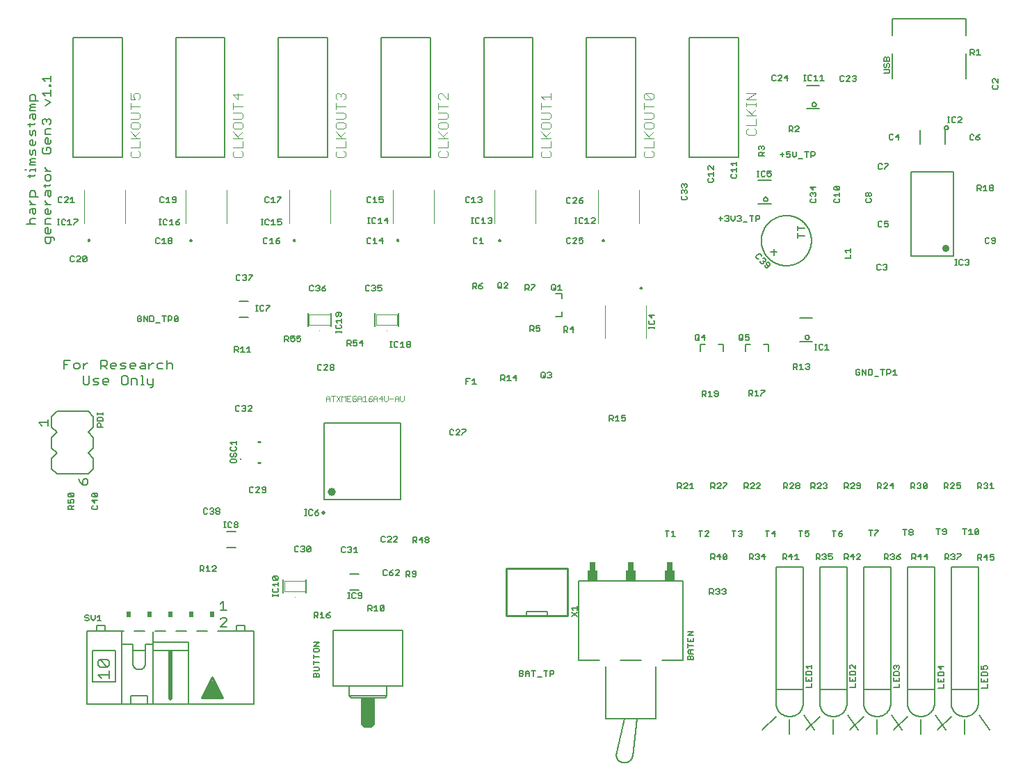
<source format=gbr>
G04 EAGLE Gerber RS-274X export*
G75*
%MOMM*%
%FSLAX34Y34*%
%LPD*%
%INSilkscreen Top*%
%IPPOS*%
%AMOC8*
5,1,8,0,0,1.08239X$1,22.5*%
G01*
%ADD10C,0.203200*%
%ADD11C,0.152400*%
%ADD12C,0.127000*%
%ADD13C,0.254000*%
%ADD14C,0.508000*%
%ADD15R,0.508000X5.842000*%
%ADD16R,2.286000X0.508000*%
%ADD17R,1.778000X0.508000*%
%ADD18R,1.270000X0.508000*%
%ADD19R,0.762000X0.508000*%
%ADD20R,0.254000X0.254000*%
%ADD21R,0.508000X0.762000*%
%ADD22C,0.884400*%
%ADD23C,0.010000*%
%ADD24C,0.075000*%
%ADD25C,0.101600*%
%ADD26C,1.000000*%
%ADD27C,0.500000*%
%ADD28C,0.200000*%
%ADD29C,0.025400*%
%ADD30C,0.282838*%
%ADD31C,0.120000*%
%ADD32R,1.270000X1.270000*%
%ADD33R,0.762000X1.016000*%

G36*
X451642Y-43717D02*
X451642Y-43717D01*
X451684Y-43719D01*
X451751Y-43697D01*
X451821Y-43685D01*
X451857Y-43663D01*
X451898Y-43650D01*
X451971Y-43596D01*
X452014Y-43570D01*
X452027Y-43554D01*
X452048Y-43538D01*
X454548Y-41038D01*
X454573Y-41004D01*
X454604Y-40975D01*
X454636Y-40912D01*
X454677Y-40854D01*
X454687Y-40813D01*
X454707Y-40775D01*
X454720Y-40686D01*
X454733Y-40637D01*
X454730Y-40616D01*
X454734Y-40590D01*
X454734Y-8090D01*
X454723Y-8025D01*
X454721Y-7959D01*
X454703Y-7916D01*
X454695Y-7869D01*
X454661Y-7812D01*
X454636Y-7752D01*
X454605Y-7717D01*
X454580Y-7676D01*
X454529Y-7635D01*
X454485Y-7586D01*
X454443Y-7564D01*
X454406Y-7535D01*
X454344Y-7514D01*
X454285Y-7483D01*
X454231Y-7475D01*
X454194Y-7463D01*
X454154Y-7464D01*
X454100Y-7456D01*
X439100Y-7456D01*
X439035Y-7467D01*
X438969Y-7469D01*
X438926Y-7487D01*
X438879Y-7495D01*
X438822Y-7529D01*
X438762Y-7554D01*
X438727Y-7585D01*
X438686Y-7610D01*
X438645Y-7661D01*
X438596Y-7705D01*
X438574Y-7747D01*
X438545Y-7784D01*
X438524Y-7846D01*
X438493Y-7905D01*
X438485Y-7959D01*
X438473Y-7996D01*
X438474Y-8036D01*
X438466Y-8090D01*
X438466Y-40590D01*
X438473Y-40632D01*
X438471Y-40674D01*
X438493Y-40741D01*
X438505Y-40811D01*
X438527Y-40847D01*
X438540Y-40888D01*
X438594Y-40961D01*
X438620Y-41004D01*
X438636Y-41017D01*
X438652Y-41038D01*
X441152Y-43538D01*
X441186Y-43563D01*
X441215Y-43594D01*
X441278Y-43626D01*
X441336Y-43667D01*
X441377Y-43677D01*
X441415Y-43697D01*
X441504Y-43710D01*
X441553Y-43723D01*
X441574Y-43720D01*
X441600Y-43724D01*
X451600Y-43724D01*
X451642Y-43717D01*
G37*
D10*
X31105Y568901D02*
X41782Y568901D01*
X36443Y568901D02*
X34664Y570680D01*
X34664Y574239D01*
X36443Y576019D01*
X41782Y576019D01*
X34664Y582374D02*
X34664Y585933D01*
X36443Y587713D01*
X41782Y587713D01*
X41782Y582374D01*
X40003Y580595D01*
X38223Y582374D01*
X38223Y587713D01*
X41782Y592288D02*
X34664Y592288D01*
X38223Y592288D02*
X34664Y595848D01*
X34664Y597627D01*
X34664Y602033D02*
X45341Y602033D01*
X34664Y602033D02*
X34664Y607372D01*
X36443Y609152D01*
X40003Y609152D01*
X41782Y607372D01*
X41782Y602033D01*
X40003Y627201D02*
X32884Y627201D01*
X40003Y627201D02*
X41782Y628980D01*
X34664Y628980D02*
X34664Y625421D01*
X34664Y633217D02*
X34664Y634997D01*
X41782Y634997D01*
X41782Y636776D02*
X41782Y633217D01*
X31105Y634997D02*
X29325Y634997D01*
X34664Y641013D02*
X41782Y641013D01*
X34664Y641013D02*
X34664Y642793D01*
X36443Y644572D01*
X41782Y644572D01*
X36443Y644572D02*
X34664Y646352D01*
X36443Y648131D01*
X41782Y648131D01*
X41782Y652707D02*
X41782Y658046D01*
X40003Y659825D01*
X38223Y658046D01*
X38223Y654487D01*
X36443Y652707D01*
X34664Y654487D01*
X34664Y659825D01*
X41782Y666181D02*
X41782Y669740D01*
X41782Y666181D02*
X40003Y664401D01*
X36443Y664401D01*
X34664Y666181D01*
X34664Y669740D01*
X36443Y671519D01*
X38223Y671519D01*
X38223Y664401D01*
X41782Y676095D02*
X41782Y681434D01*
X40003Y683213D01*
X38223Y681434D01*
X38223Y677875D01*
X36443Y676095D01*
X34664Y677875D01*
X34664Y683213D01*
X32884Y689569D02*
X40003Y689569D01*
X41782Y691348D01*
X34664Y691348D02*
X34664Y687789D01*
X34664Y697365D02*
X34664Y700924D01*
X36443Y702703D01*
X41782Y702703D01*
X41782Y697365D01*
X40003Y695585D01*
X38223Y697365D01*
X38223Y702703D01*
X41782Y707279D02*
X34664Y707279D01*
X34664Y709059D01*
X36443Y710838D01*
X41782Y710838D01*
X36443Y710838D02*
X34664Y712618D01*
X36443Y714397D01*
X41782Y714397D01*
X45341Y718973D02*
X34664Y718973D01*
X34664Y724312D01*
X36443Y726091D01*
X40003Y726091D01*
X41782Y724312D01*
X41782Y718973D01*
X64391Y550851D02*
X64391Y549072D01*
X64391Y550851D02*
X62612Y552631D01*
X53714Y552631D01*
X53714Y547292D01*
X55493Y545513D01*
X59053Y545513D01*
X60832Y547292D01*
X60832Y552631D01*
X60832Y558986D02*
X60832Y562545D01*
X60832Y558986D02*
X59053Y557207D01*
X55493Y557207D01*
X53714Y558986D01*
X53714Y562545D01*
X55493Y564325D01*
X57273Y564325D01*
X57273Y557207D01*
X60832Y568900D02*
X53714Y568900D01*
X53714Y574239D01*
X55493Y576019D01*
X60832Y576019D01*
X60832Y582374D02*
X60832Y585933D01*
X60832Y582374D02*
X59053Y580594D01*
X55493Y580594D01*
X53714Y582374D01*
X53714Y585933D01*
X55493Y587713D01*
X57273Y587713D01*
X57273Y580594D01*
X60832Y592288D02*
X53714Y592288D01*
X57273Y592288D02*
X53714Y595847D01*
X53714Y597627D01*
X53714Y603813D02*
X53714Y607372D01*
X55493Y609151D01*
X60832Y609151D01*
X60832Y603813D01*
X59053Y602033D01*
X57273Y603813D01*
X57273Y609151D01*
X59053Y615507D02*
X51934Y615507D01*
X59053Y615507D02*
X60832Y617286D01*
X53714Y617286D02*
X53714Y613727D01*
X60832Y623303D02*
X60832Y626862D01*
X59053Y628641D01*
X55493Y628641D01*
X53714Y626862D01*
X53714Y623303D01*
X55493Y621523D01*
X59053Y621523D01*
X60832Y623303D01*
X60832Y633217D02*
X53714Y633217D01*
X57273Y633217D02*
X53714Y636776D01*
X53714Y638556D01*
X50155Y659995D02*
X51934Y661774D01*
X50155Y659995D02*
X50155Y656436D01*
X51934Y654656D01*
X59053Y654656D01*
X60832Y656436D01*
X60832Y659995D01*
X59053Y661774D01*
X55493Y661774D01*
X55493Y658215D01*
X60832Y668130D02*
X60832Y671689D01*
X60832Y668130D02*
X59053Y666350D01*
X55493Y666350D01*
X53714Y668130D01*
X53714Y671689D01*
X55493Y673468D01*
X57273Y673468D01*
X57273Y666350D01*
X60832Y678044D02*
X53714Y678044D01*
X53714Y683383D01*
X55493Y685162D01*
X60832Y685162D01*
X51934Y689738D02*
X50155Y691518D01*
X50155Y695077D01*
X51934Y696856D01*
X53714Y696856D01*
X55493Y695077D01*
X55493Y693297D01*
X55493Y695077D02*
X57273Y696856D01*
X59053Y696856D01*
X60832Y695077D01*
X60832Y691518D01*
X59053Y689738D01*
X53714Y713126D02*
X60832Y716685D01*
X53714Y720244D01*
X53714Y724820D02*
X50155Y728379D01*
X60832Y728379D01*
X60832Y724820D02*
X60832Y731938D01*
X60832Y736514D02*
X59053Y736514D01*
X59053Y738294D01*
X60832Y738294D01*
X60832Y736514D01*
X53714Y742361D02*
X50155Y745920D01*
X60832Y745920D01*
X60832Y742361D02*
X60832Y749479D01*
X76821Y403207D02*
X76821Y392530D01*
X76821Y403207D02*
X83939Y403207D01*
X80380Y397869D02*
X76821Y397869D01*
X90295Y392530D02*
X93854Y392530D01*
X95633Y394310D01*
X95633Y397869D01*
X93854Y399648D01*
X90295Y399648D01*
X88515Y397869D01*
X88515Y394310D01*
X90295Y392530D01*
X100209Y392530D02*
X100209Y399648D01*
X100209Y396089D02*
X103768Y399648D01*
X105548Y399648D01*
X121648Y403207D02*
X121648Y392530D01*
X121648Y403207D02*
X126986Y403207D01*
X128766Y401428D01*
X128766Y397869D01*
X126986Y396089D01*
X121648Y396089D01*
X125207Y396089D02*
X128766Y392530D01*
X135121Y392530D02*
X138680Y392530D01*
X135121Y392530D02*
X133342Y394310D01*
X133342Y397869D01*
X135121Y399648D01*
X138680Y399648D01*
X140460Y397869D01*
X140460Y396089D01*
X133342Y396089D01*
X145036Y392530D02*
X150374Y392530D01*
X152154Y394310D01*
X150374Y396089D01*
X146815Y396089D01*
X145036Y397869D01*
X146815Y399648D01*
X152154Y399648D01*
X158509Y392530D02*
X162068Y392530D01*
X158509Y392530D02*
X156730Y394310D01*
X156730Y397869D01*
X158509Y399648D01*
X162068Y399648D01*
X163848Y397869D01*
X163848Y396089D01*
X156730Y396089D01*
X170203Y399648D02*
X173762Y399648D01*
X175542Y397869D01*
X175542Y392530D01*
X170203Y392530D01*
X168424Y394310D01*
X170203Y396089D01*
X175542Y396089D01*
X180118Y392530D02*
X180118Y399648D01*
X180118Y396089D02*
X183677Y399648D01*
X185456Y399648D01*
X191642Y399648D02*
X196981Y399648D01*
X191642Y399648D02*
X189863Y397869D01*
X189863Y394310D01*
X191642Y392530D01*
X196981Y392530D01*
X201557Y392530D02*
X201557Y403207D01*
X203336Y399648D02*
X201557Y397869D01*
X203336Y399648D02*
X206895Y399648D01*
X208675Y397869D01*
X208675Y392530D01*
X100209Y384157D02*
X100209Y375260D01*
X101989Y373480D01*
X105548Y373480D01*
X107327Y375260D01*
X107327Y384157D01*
X111903Y373480D02*
X117242Y373480D01*
X119021Y375260D01*
X117242Y377039D01*
X113683Y377039D01*
X111903Y378819D01*
X113683Y380598D01*
X119021Y380598D01*
X125376Y373480D02*
X128936Y373480D01*
X125376Y373480D02*
X123597Y375260D01*
X123597Y378819D01*
X125376Y380598D01*
X128936Y380598D01*
X130715Y378819D01*
X130715Y377039D01*
X123597Y377039D01*
X148764Y384157D02*
X152323Y384157D01*
X148764Y384157D02*
X146985Y382378D01*
X146985Y375260D01*
X148764Y373480D01*
X152323Y373480D01*
X154103Y375260D01*
X154103Y382378D01*
X152323Y384157D01*
X158679Y380598D02*
X158679Y373480D01*
X158679Y380598D02*
X164017Y380598D01*
X165797Y378819D01*
X165797Y373480D01*
X170373Y384157D02*
X172152Y384157D01*
X172152Y373480D01*
X170373Y373480D02*
X173932Y373480D01*
X178169Y375260D02*
X178169Y380598D01*
X178169Y375260D02*
X179948Y373480D01*
X185287Y373480D01*
X185287Y371701D02*
X185287Y380598D01*
X185287Y371701D02*
X183507Y369921D01*
X181728Y369921D01*
D11*
X835908Y38542D02*
X842518Y38542D01*
X835908Y38542D02*
X835908Y41847D01*
X837010Y42948D01*
X838112Y42948D01*
X839213Y41847D01*
X840315Y42948D01*
X841416Y42948D01*
X842518Y41847D01*
X842518Y38542D01*
X839213Y38542D02*
X839213Y41847D01*
X838112Y46026D02*
X842518Y46026D01*
X838112Y46026D02*
X835908Y48229D01*
X838112Y50433D01*
X842518Y50433D01*
X839213Y50433D02*
X839213Y46026D01*
X842518Y55714D02*
X835908Y55714D01*
X835908Y57917D02*
X835908Y53510D01*
X835908Y60994D02*
X835908Y65401D01*
X835908Y60994D02*
X842518Y60994D01*
X842518Y65401D01*
X839213Y63198D02*
X839213Y60994D01*
X842518Y68479D02*
X835908Y68479D01*
X842518Y72885D01*
X835908Y72885D01*
D10*
X1050090Y151130D02*
X1083110Y151130D01*
X1083110Y2540D02*
X1050090Y2540D01*
X1083110Y2540D02*
X1083110Y151130D01*
X1050090Y151130D02*
X1050090Y2540D01*
X1083110Y2540D02*
X1083110Y-13970D01*
X1050090Y-13970D02*
X1050090Y2540D01*
X1050090Y-13970D02*
X1050095Y-14372D01*
X1050110Y-14774D01*
X1050134Y-15175D01*
X1050168Y-15576D01*
X1050212Y-15975D01*
X1050266Y-16374D01*
X1050329Y-16771D01*
X1050402Y-17166D01*
X1050485Y-17560D01*
X1050577Y-17951D01*
X1050679Y-18340D01*
X1050790Y-18727D01*
X1050911Y-19110D01*
X1051040Y-19491D01*
X1051179Y-19868D01*
X1051328Y-20242D01*
X1051485Y-20612D01*
X1051651Y-20978D01*
X1051826Y-21340D01*
X1052010Y-21697D01*
X1052202Y-22050D01*
X1052403Y-22398D01*
X1052613Y-22742D01*
X1052831Y-23080D01*
X1053057Y-23412D01*
X1053291Y-23739D01*
X1053532Y-24060D01*
X1053782Y-24376D01*
X1054039Y-24685D01*
X1054304Y-24987D01*
X1054576Y-25284D01*
X1054855Y-25573D01*
X1055141Y-25856D01*
X1055434Y-26131D01*
X1055733Y-26399D01*
X1056039Y-26660D01*
X1056351Y-26914D01*
X1056669Y-27160D01*
X1056994Y-27397D01*
X1057323Y-27627D01*
X1057659Y-27849D01*
X1057999Y-28063D01*
X1058345Y-28268D01*
X1058696Y-28465D01*
X1059051Y-28653D01*
X1059411Y-28833D01*
X1059775Y-29003D01*
X1060143Y-29165D01*
X1060515Y-29318D01*
X1060890Y-29461D01*
X1061269Y-29596D01*
X1061651Y-29721D01*
X1062036Y-29837D01*
X1062424Y-29943D01*
X1062814Y-30040D01*
X1063207Y-30128D01*
X1063601Y-30205D01*
X1063997Y-30274D01*
X1064395Y-30332D01*
X1064794Y-30381D01*
X1065194Y-30420D01*
X1065595Y-30449D01*
X1065997Y-30469D01*
X1066399Y-30479D01*
X1066801Y-30479D01*
X1067203Y-30469D01*
X1067605Y-30449D01*
X1068006Y-30420D01*
X1068406Y-30381D01*
X1068805Y-30332D01*
X1069203Y-30274D01*
X1069599Y-30205D01*
X1069993Y-30128D01*
X1070386Y-30040D01*
X1070776Y-29943D01*
X1071164Y-29837D01*
X1071549Y-29721D01*
X1071931Y-29596D01*
X1072310Y-29461D01*
X1072685Y-29318D01*
X1073057Y-29165D01*
X1073425Y-29003D01*
X1073789Y-28833D01*
X1074149Y-28653D01*
X1074504Y-28465D01*
X1074855Y-28268D01*
X1075201Y-28063D01*
X1075541Y-27849D01*
X1075877Y-27627D01*
X1076206Y-27397D01*
X1076531Y-27160D01*
X1076849Y-26914D01*
X1077161Y-26660D01*
X1077467Y-26399D01*
X1077766Y-26131D01*
X1078059Y-25856D01*
X1078345Y-25573D01*
X1078624Y-25284D01*
X1078896Y-24987D01*
X1079161Y-24685D01*
X1079418Y-24376D01*
X1079668Y-24060D01*
X1079909Y-23739D01*
X1080143Y-23412D01*
X1080369Y-23080D01*
X1080587Y-22742D01*
X1080797Y-22398D01*
X1080998Y-22050D01*
X1081190Y-21697D01*
X1081374Y-21340D01*
X1081549Y-20978D01*
X1081715Y-20612D01*
X1081872Y-20242D01*
X1082021Y-19868D01*
X1082160Y-19491D01*
X1082289Y-19110D01*
X1082410Y-18727D01*
X1082521Y-18340D01*
X1082623Y-17951D01*
X1082715Y-17560D01*
X1082798Y-17166D01*
X1082871Y-16771D01*
X1082934Y-16374D01*
X1082988Y-15975D01*
X1083032Y-15576D01*
X1083066Y-15175D01*
X1083090Y-14774D01*
X1083105Y-14372D01*
X1083110Y-13970D01*
X1050090Y-30480D02*
X1033580Y-46990D01*
X1066600Y-52070D02*
X1066600Y-34290D01*
X1084380Y-29210D02*
X1097080Y-46990D01*
D12*
X1093651Y4717D02*
X1086787Y4717D01*
X1093651Y4717D02*
X1093651Y9293D01*
X1086787Y12201D02*
X1086787Y16777D01*
X1086787Y12201D02*
X1093651Y12201D01*
X1093651Y16777D01*
X1090219Y14489D02*
X1090219Y12201D01*
X1086787Y19685D02*
X1093651Y19685D01*
X1093651Y23117D01*
X1092507Y24261D01*
X1087931Y24261D01*
X1086787Y23117D01*
X1086787Y19685D01*
X1087931Y27169D02*
X1086787Y28313D01*
X1086787Y30601D01*
X1087931Y31745D01*
X1089075Y31745D01*
X1090219Y30601D01*
X1090219Y29457D01*
X1090219Y30601D02*
X1091363Y31745D01*
X1092507Y31745D01*
X1093651Y30601D01*
X1093651Y28313D01*
X1092507Y27169D01*
D10*
X1029810Y151130D02*
X996790Y151130D01*
X996790Y2540D02*
X1029810Y2540D01*
X1029810Y151130D01*
X996790Y151130D02*
X996790Y2540D01*
X1029810Y2540D02*
X1029810Y-13970D01*
X996790Y-13970D02*
X996790Y2540D01*
X996790Y-13970D02*
X996795Y-14372D01*
X996810Y-14774D01*
X996834Y-15175D01*
X996868Y-15576D01*
X996912Y-15975D01*
X996966Y-16374D01*
X997029Y-16771D01*
X997102Y-17166D01*
X997185Y-17560D01*
X997277Y-17951D01*
X997379Y-18340D01*
X997490Y-18727D01*
X997611Y-19110D01*
X997740Y-19491D01*
X997879Y-19868D01*
X998028Y-20242D01*
X998185Y-20612D01*
X998351Y-20978D01*
X998526Y-21340D01*
X998710Y-21697D01*
X998902Y-22050D01*
X999103Y-22398D01*
X999313Y-22742D01*
X999531Y-23080D01*
X999757Y-23412D01*
X999991Y-23739D01*
X1000232Y-24060D01*
X1000482Y-24376D01*
X1000739Y-24685D01*
X1001004Y-24987D01*
X1001276Y-25284D01*
X1001555Y-25573D01*
X1001841Y-25856D01*
X1002134Y-26131D01*
X1002433Y-26399D01*
X1002739Y-26660D01*
X1003051Y-26914D01*
X1003369Y-27160D01*
X1003694Y-27397D01*
X1004023Y-27627D01*
X1004359Y-27849D01*
X1004699Y-28063D01*
X1005045Y-28268D01*
X1005396Y-28465D01*
X1005751Y-28653D01*
X1006111Y-28833D01*
X1006475Y-29003D01*
X1006843Y-29165D01*
X1007215Y-29318D01*
X1007590Y-29461D01*
X1007969Y-29596D01*
X1008351Y-29721D01*
X1008736Y-29837D01*
X1009124Y-29943D01*
X1009514Y-30040D01*
X1009907Y-30128D01*
X1010301Y-30205D01*
X1010697Y-30274D01*
X1011095Y-30332D01*
X1011494Y-30381D01*
X1011894Y-30420D01*
X1012295Y-30449D01*
X1012697Y-30469D01*
X1013099Y-30479D01*
X1013501Y-30479D01*
X1013903Y-30469D01*
X1014305Y-30449D01*
X1014706Y-30420D01*
X1015106Y-30381D01*
X1015505Y-30332D01*
X1015903Y-30274D01*
X1016299Y-30205D01*
X1016693Y-30128D01*
X1017086Y-30040D01*
X1017476Y-29943D01*
X1017864Y-29837D01*
X1018249Y-29721D01*
X1018631Y-29596D01*
X1019010Y-29461D01*
X1019385Y-29318D01*
X1019757Y-29165D01*
X1020125Y-29003D01*
X1020489Y-28833D01*
X1020849Y-28653D01*
X1021204Y-28465D01*
X1021555Y-28268D01*
X1021901Y-28063D01*
X1022241Y-27849D01*
X1022577Y-27627D01*
X1022906Y-27397D01*
X1023231Y-27160D01*
X1023549Y-26914D01*
X1023861Y-26660D01*
X1024167Y-26399D01*
X1024466Y-26131D01*
X1024759Y-25856D01*
X1025045Y-25573D01*
X1025324Y-25284D01*
X1025596Y-24987D01*
X1025861Y-24685D01*
X1026118Y-24376D01*
X1026368Y-24060D01*
X1026609Y-23739D01*
X1026843Y-23412D01*
X1027069Y-23080D01*
X1027287Y-22742D01*
X1027497Y-22398D01*
X1027698Y-22050D01*
X1027890Y-21697D01*
X1028074Y-21340D01*
X1028249Y-20978D01*
X1028415Y-20612D01*
X1028572Y-20242D01*
X1028721Y-19868D01*
X1028860Y-19491D01*
X1028989Y-19110D01*
X1029110Y-18727D01*
X1029221Y-18340D01*
X1029323Y-17951D01*
X1029415Y-17560D01*
X1029498Y-17166D01*
X1029571Y-16771D01*
X1029634Y-16374D01*
X1029688Y-15975D01*
X1029732Y-15576D01*
X1029766Y-15175D01*
X1029790Y-14774D01*
X1029805Y-14372D01*
X1029810Y-13970D01*
X996790Y-30480D02*
X980280Y-46990D01*
X1013300Y-52070D02*
X1013300Y-34290D01*
X1031080Y-29210D02*
X1043780Y-46990D01*
D12*
X1040097Y5225D02*
X1033233Y5225D01*
X1040097Y5225D02*
X1040097Y9801D01*
X1033233Y12709D02*
X1033233Y17285D01*
X1033233Y12709D02*
X1040097Y12709D01*
X1040097Y17285D01*
X1036665Y14997D02*
X1036665Y12709D01*
X1033233Y20193D02*
X1040097Y20193D01*
X1040097Y23625D01*
X1038953Y24769D01*
X1034377Y24769D01*
X1033233Y23625D01*
X1033233Y20193D01*
X1040097Y27677D02*
X1040097Y32253D01*
X1040097Y27677D02*
X1035521Y32253D01*
X1034377Y32253D01*
X1033233Y31109D01*
X1033233Y28821D01*
X1034377Y27677D01*
X693282Y551131D02*
X692138Y552275D01*
X689851Y552275D01*
X688707Y551131D01*
X688707Y546555D01*
X689851Y545411D01*
X692138Y545411D01*
X693282Y546555D01*
X696191Y545411D02*
X700767Y545411D01*
X696191Y545411D02*
X700767Y549987D01*
X700767Y551131D01*
X699623Y552275D01*
X697335Y552275D01*
X696191Y551131D01*
X703675Y552275D02*
X708251Y552275D01*
X703675Y552275D02*
X703675Y548843D01*
X705963Y549987D01*
X707107Y549987D01*
X708251Y548843D01*
X708251Y546555D01*
X707107Y545411D01*
X704819Y545411D01*
X703675Y546555D01*
X693156Y599861D02*
X692012Y601005D01*
X689725Y601005D01*
X688581Y599861D01*
X688581Y595285D01*
X689725Y594141D01*
X692012Y594141D01*
X693156Y595285D01*
X696065Y594141D02*
X700641Y594141D01*
X696065Y594141D02*
X700641Y598717D01*
X700641Y599861D01*
X699497Y601005D01*
X697209Y601005D01*
X696065Y599861D01*
X705837Y599861D02*
X708125Y601005D01*
X705837Y599861D02*
X703549Y597573D01*
X703549Y595285D01*
X704693Y594141D01*
X706981Y594141D01*
X708125Y595285D01*
X708125Y596429D01*
X706981Y597573D01*
X703549Y597573D01*
D10*
X943490Y151130D02*
X976510Y151130D01*
X976510Y2540D02*
X943490Y2540D01*
X976510Y2540D02*
X976510Y151130D01*
X943490Y151130D02*
X943490Y2540D01*
X976510Y2540D02*
X976510Y-13970D01*
X943490Y-13970D02*
X943490Y2540D01*
X943490Y-13970D02*
X943495Y-14372D01*
X943510Y-14774D01*
X943534Y-15175D01*
X943568Y-15576D01*
X943612Y-15975D01*
X943666Y-16374D01*
X943729Y-16771D01*
X943802Y-17166D01*
X943885Y-17560D01*
X943977Y-17951D01*
X944079Y-18340D01*
X944190Y-18727D01*
X944311Y-19110D01*
X944440Y-19491D01*
X944579Y-19868D01*
X944728Y-20242D01*
X944885Y-20612D01*
X945051Y-20978D01*
X945226Y-21340D01*
X945410Y-21697D01*
X945602Y-22050D01*
X945803Y-22398D01*
X946013Y-22742D01*
X946231Y-23080D01*
X946457Y-23412D01*
X946691Y-23739D01*
X946932Y-24060D01*
X947182Y-24376D01*
X947439Y-24685D01*
X947704Y-24987D01*
X947976Y-25284D01*
X948255Y-25573D01*
X948541Y-25856D01*
X948834Y-26131D01*
X949133Y-26399D01*
X949439Y-26660D01*
X949751Y-26914D01*
X950069Y-27160D01*
X950394Y-27397D01*
X950723Y-27627D01*
X951059Y-27849D01*
X951399Y-28063D01*
X951745Y-28268D01*
X952096Y-28465D01*
X952451Y-28653D01*
X952811Y-28833D01*
X953175Y-29003D01*
X953543Y-29165D01*
X953915Y-29318D01*
X954290Y-29461D01*
X954669Y-29596D01*
X955051Y-29721D01*
X955436Y-29837D01*
X955824Y-29943D01*
X956214Y-30040D01*
X956607Y-30128D01*
X957001Y-30205D01*
X957397Y-30274D01*
X957795Y-30332D01*
X958194Y-30381D01*
X958594Y-30420D01*
X958995Y-30449D01*
X959397Y-30469D01*
X959799Y-30479D01*
X960201Y-30479D01*
X960603Y-30469D01*
X961005Y-30449D01*
X961406Y-30420D01*
X961806Y-30381D01*
X962205Y-30332D01*
X962603Y-30274D01*
X962999Y-30205D01*
X963393Y-30128D01*
X963786Y-30040D01*
X964176Y-29943D01*
X964564Y-29837D01*
X964949Y-29721D01*
X965331Y-29596D01*
X965710Y-29461D01*
X966085Y-29318D01*
X966457Y-29165D01*
X966825Y-29003D01*
X967189Y-28833D01*
X967549Y-28653D01*
X967904Y-28465D01*
X968255Y-28268D01*
X968601Y-28063D01*
X968941Y-27849D01*
X969277Y-27627D01*
X969606Y-27397D01*
X969931Y-27160D01*
X970249Y-26914D01*
X970561Y-26660D01*
X970867Y-26399D01*
X971166Y-26131D01*
X971459Y-25856D01*
X971745Y-25573D01*
X972024Y-25284D01*
X972296Y-24987D01*
X972561Y-24685D01*
X972818Y-24376D01*
X973068Y-24060D01*
X973309Y-23739D01*
X973543Y-23412D01*
X973769Y-23080D01*
X973987Y-22742D01*
X974197Y-22398D01*
X974398Y-22050D01*
X974590Y-21697D01*
X974774Y-21340D01*
X974949Y-20978D01*
X975115Y-20612D01*
X975272Y-20242D01*
X975421Y-19868D01*
X975560Y-19491D01*
X975689Y-19110D01*
X975810Y-18727D01*
X975921Y-18340D01*
X976023Y-17951D01*
X976115Y-17560D01*
X976198Y-17166D01*
X976271Y-16771D01*
X976334Y-16374D01*
X976388Y-15975D01*
X976432Y-15576D01*
X976466Y-15175D01*
X976490Y-14774D01*
X976505Y-14372D01*
X976510Y-13970D01*
X943490Y-30480D02*
X926980Y-46990D01*
X960000Y-52070D02*
X960000Y-34290D01*
X977780Y-29210D02*
X990480Y-46990D01*
D12*
X986797Y5225D02*
X979933Y5225D01*
X986797Y5225D02*
X986797Y9801D01*
X979933Y12709D02*
X979933Y17285D01*
X979933Y12709D02*
X986797Y12709D01*
X986797Y17285D01*
X983365Y14997D02*
X983365Y12709D01*
X979933Y20193D02*
X986797Y20193D01*
X986797Y23625D01*
X985653Y24769D01*
X981077Y24769D01*
X979933Y23625D01*
X979933Y20193D01*
X982221Y27677D02*
X979933Y29965D01*
X986797Y29965D01*
X986797Y27677D02*
X986797Y32253D01*
X1072657Y641109D02*
X1071513Y642253D01*
X1069225Y642253D01*
X1068081Y641109D01*
X1068081Y636533D01*
X1069225Y635389D01*
X1071513Y635389D01*
X1072657Y636533D01*
X1075565Y642253D02*
X1080141Y642253D01*
X1080141Y641109D01*
X1075565Y636533D01*
X1075565Y635389D01*
X1071201Y572237D02*
X1072345Y571093D01*
X1071201Y572237D02*
X1068913Y572237D01*
X1067769Y571093D01*
X1067769Y566517D01*
X1068913Y565373D01*
X1071201Y565373D01*
X1072345Y566517D01*
X1075253Y572237D02*
X1079829Y572237D01*
X1075253Y572237D02*
X1075253Y568805D01*
X1077541Y569949D01*
X1078685Y569949D01*
X1079829Y568805D01*
X1079829Y566517D01*
X1078685Y565373D01*
X1076397Y565373D01*
X1075253Y566517D01*
X1201661Y552313D02*
X1202805Y551169D01*
X1201661Y552313D02*
X1199373Y552313D01*
X1198229Y551169D01*
X1198229Y546593D01*
X1199373Y545449D01*
X1201661Y545449D01*
X1202805Y546593D01*
X1205713Y546593D02*
X1206857Y545449D01*
X1209145Y545449D01*
X1210289Y546593D01*
X1210289Y551169D01*
X1209145Y552313D01*
X1206857Y552313D01*
X1205713Y551169D01*
X1205713Y550025D01*
X1206857Y548881D01*
X1210289Y548881D01*
X1070969Y518773D02*
X1069825Y519917D01*
X1067537Y519917D01*
X1066393Y518773D01*
X1066393Y514197D01*
X1067537Y513053D01*
X1069825Y513053D01*
X1070969Y514197D01*
X1073877Y518773D02*
X1075021Y519917D01*
X1077309Y519917D01*
X1078453Y518773D01*
X1078453Y517629D01*
X1077309Y516485D01*
X1076165Y516485D01*
X1077309Y516485D02*
X1078453Y515341D01*
X1078453Y514197D01*
X1077309Y513053D01*
X1075021Y513053D01*
X1073877Y514197D01*
X1085969Y677205D02*
X1084825Y678349D01*
X1082537Y678349D01*
X1081393Y677205D01*
X1081393Y672629D01*
X1082537Y671485D01*
X1084825Y671485D01*
X1085969Y672629D01*
X1092309Y671485D02*
X1092309Y678349D01*
X1088877Y674917D01*
X1093453Y674917D01*
X1182825Y677789D02*
X1183969Y676645D01*
X1182825Y677789D02*
X1180537Y677789D01*
X1179393Y676645D01*
X1179393Y672069D01*
X1180537Y670925D01*
X1182825Y670925D01*
X1183969Y672069D01*
X1189165Y676645D02*
X1191453Y677789D01*
X1189165Y676645D02*
X1186877Y674357D01*
X1186877Y672069D01*
X1188021Y670925D01*
X1190309Y670925D01*
X1191453Y672069D01*
X1191453Y673213D01*
X1190309Y674357D01*
X1186877Y674357D01*
X1033909Y526949D02*
X1027045Y526949D01*
X1033909Y526949D02*
X1033909Y531525D01*
X1029333Y534433D02*
X1027045Y536721D01*
X1033909Y536721D01*
X1033909Y534433D02*
X1033909Y539009D01*
X1206763Y736849D02*
X1207907Y737993D01*
X1206763Y736849D02*
X1206763Y734561D01*
X1207907Y733417D01*
X1212483Y733417D01*
X1213627Y734561D01*
X1213627Y736849D01*
X1212483Y737993D01*
X1213627Y740901D02*
X1213627Y745477D01*
X1213627Y740901D02*
X1209051Y745477D01*
X1207907Y745477D01*
X1206763Y744333D01*
X1206763Y742045D01*
X1207907Y740901D01*
X1148620Y686124D02*
X1148622Y686218D01*
X1148628Y686312D01*
X1148638Y686406D01*
X1148652Y686499D01*
X1148670Y686592D01*
X1148691Y686684D01*
X1148717Y686774D01*
X1148746Y686864D01*
X1148779Y686952D01*
X1148816Y687039D01*
X1148856Y687124D01*
X1148900Y687208D01*
X1148948Y687289D01*
X1148998Y687369D01*
X1149053Y687446D01*
X1149110Y687521D01*
X1149170Y687593D01*
X1149234Y687663D01*
X1149300Y687730D01*
X1149369Y687794D01*
X1149441Y687855D01*
X1149515Y687913D01*
X1149592Y687968D01*
X1149671Y688020D01*
X1149752Y688068D01*
X1149835Y688113D01*
X1149919Y688154D01*
X1150006Y688192D01*
X1150094Y688226D01*
X1150183Y688256D01*
X1150273Y688283D01*
X1150365Y688305D01*
X1150457Y688324D01*
X1150551Y688339D01*
X1150644Y688350D01*
X1150738Y688357D01*
X1150832Y688360D01*
X1150927Y688359D01*
X1151021Y688354D01*
X1151115Y688345D01*
X1151208Y688332D01*
X1151301Y688315D01*
X1151393Y688295D01*
X1151484Y688270D01*
X1151574Y688242D01*
X1151662Y688210D01*
X1151750Y688174D01*
X1151835Y688134D01*
X1151919Y688091D01*
X1152001Y688045D01*
X1152081Y687995D01*
X1152159Y687941D01*
X1152234Y687885D01*
X1152307Y687825D01*
X1152378Y687762D01*
X1152445Y687697D01*
X1152510Y687628D01*
X1152572Y687557D01*
X1152631Y687484D01*
X1152687Y687408D01*
X1152739Y687329D01*
X1152788Y687249D01*
X1152834Y687166D01*
X1152876Y687082D01*
X1152915Y686996D01*
X1152950Y686908D01*
X1152981Y686819D01*
X1153009Y686729D01*
X1153032Y686638D01*
X1153052Y686546D01*
X1153068Y686453D01*
X1153080Y686359D01*
X1153088Y686265D01*
X1153092Y686171D01*
X1153092Y686077D01*
X1153088Y685983D01*
X1153080Y685889D01*
X1153068Y685795D01*
X1153052Y685702D01*
X1153032Y685610D01*
X1153009Y685519D01*
X1152981Y685429D01*
X1152950Y685340D01*
X1152915Y685252D01*
X1152876Y685166D01*
X1152834Y685082D01*
X1152788Y684999D01*
X1152739Y684919D01*
X1152687Y684840D01*
X1152631Y684764D01*
X1152572Y684691D01*
X1152510Y684620D01*
X1152445Y684551D01*
X1152378Y684486D01*
X1152307Y684423D01*
X1152234Y684363D01*
X1152159Y684307D01*
X1152081Y684253D01*
X1152001Y684203D01*
X1151919Y684157D01*
X1151835Y684114D01*
X1151750Y684074D01*
X1151662Y684038D01*
X1151574Y684006D01*
X1151484Y683978D01*
X1151393Y683953D01*
X1151301Y683933D01*
X1151208Y683916D01*
X1151115Y683903D01*
X1151021Y683894D01*
X1150927Y683889D01*
X1150832Y683888D01*
X1150738Y683891D01*
X1150644Y683898D01*
X1150551Y683909D01*
X1150457Y683924D01*
X1150365Y683943D01*
X1150273Y683965D01*
X1150183Y683992D01*
X1150094Y684022D01*
X1150006Y684056D01*
X1149919Y684094D01*
X1149835Y684135D01*
X1149752Y684180D01*
X1149671Y684228D01*
X1149592Y684280D01*
X1149515Y684335D01*
X1149441Y684393D01*
X1149369Y684454D01*
X1149300Y684518D01*
X1149234Y684585D01*
X1149170Y684655D01*
X1149110Y684727D01*
X1149053Y684802D01*
X1148998Y684879D01*
X1148948Y684959D01*
X1148900Y685040D01*
X1148856Y685124D01*
X1148816Y685209D01*
X1148779Y685296D01*
X1148746Y685384D01*
X1148717Y685474D01*
X1148691Y685564D01*
X1148670Y685656D01*
X1148652Y685749D01*
X1148638Y685842D01*
X1148628Y685936D01*
X1148622Y686030D01*
X1148620Y686124D01*
X1148856Y683124D02*
X1148856Y666124D01*
X1118856Y666624D02*
X1118856Y683124D01*
X1152345Y692389D02*
X1154633Y692389D01*
X1153489Y692389D02*
X1153489Y699253D01*
X1152345Y699253D02*
X1154633Y699253D01*
X1160766Y699253D02*
X1161910Y698109D01*
X1160766Y699253D02*
X1158478Y699253D01*
X1157334Y698109D01*
X1157334Y693533D01*
X1158478Y692389D01*
X1160766Y692389D01*
X1161910Y693533D01*
X1164819Y692389D02*
X1169395Y692389D01*
X1164819Y692389D02*
X1169395Y696965D01*
X1169395Y698109D01*
X1168251Y699253D01*
X1165963Y699253D01*
X1164819Y698109D01*
X1174800Y798480D02*
X1174800Y818480D01*
X1084800Y818480D01*
X1084800Y798480D01*
X1174800Y776480D02*
X1174800Y745480D01*
X1084800Y745480D02*
X1084800Y776480D01*
X1080523Y752213D02*
X1074803Y752213D01*
X1080523Y752213D02*
X1081667Y753357D01*
X1081667Y755644D01*
X1080523Y756788D01*
X1074803Y756788D01*
X1074803Y763129D02*
X1075947Y764273D01*
X1074803Y763129D02*
X1074803Y760841D01*
X1075947Y759697D01*
X1077091Y759697D01*
X1078235Y760841D01*
X1078235Y763129D01*
X1079379Y764273D01*
X1080523Y764273D01*
X1081667Y763129D01*
X1081667Y760841D01*
X1080523Y759697D01*
X1081667Y767181D02*
X1074803Y767181D01*
X1074803Y770613D01*
X1075947Y771757D01*
X1077091Y771757D01*
X1078235Y770613D01*
X1079379Y771757D01*
X1080523Y771757D01*
X1081667Y770613D01*
X1081667Y767181D01*
X1078235Y767181D02*
X1078235Y770613D01*
X1180029Y774881D02*
X1180029Y781745D01*
X1183461Y781745D01*
X1184605Y780601D01*
X1184605Y778313D01*
X1183461Y777169D01*
X1180029Y777169D01*
X1182317Y777169D02*
X1184605Y774881D01*
X1187513Y779457D02*
X1189801Y781745D01*
X1189801Y774881D01*
X1187513Y774881D02*
X1192089Y774881D01*
X810965Y195713D02*
X810965Y188849D01*
X808677Y195713D02*
X813253Y195713D01*
X816161Y193425D02*
X818449Y195713D01*
X818449Y188849D01*
X816161Y188849D02*
X820737Y188849D01*
X823645Y246761D02*
X823645Y253625D01*
X827077Y253625D01*
X828221Y252481D01*
X828221Y250193D01*
X827077Y249049D01*
X823645Y249049D01*
X825933Y249049D02*
X828221Y246761D01*
X831129Y246761D02*
X835705Y246761D01*
X831129Y246761D02*
X835705Y251337D01*
X835705Y252481D01*
X834561Y253625D01*
X832273Y253625D01*
X831129Y252481D01*
X838613Y251337D02*
X840901Y253625D01*
X840901Y246761D01*
X838613Y246761D02*
X843189Y246761D01*
X862661Y124945D02*
X862661Y118081D01*
X862661Y124945D02*
X866092Y124945D01*
X867236Y123801D01*
X867236Y121513D01*
X866092Y120369D01*
X862661Y120369D01*
X864948Y120369D02*
X867236Y118081D01*
X870145Y123801D02*
X871289Y124945D01*
X873577Y124945D01*
X874721Y123801D01*
X874721Y122657D01*
X873577Y121513D01*
X872433Y121513D01*
X873577Y121513D02*
X874721Y120369D01*
X874721Y119225D01*
X873577Y118081D01*
X871289Y118081D01*
X870145Y119225D01*
X877629Y123801D02*
X878773Y124945D01*
X881061Y124945D01*
X882205Y123801D01*
X882205Y122657D01*
X881061Y121513D01*
X879917Y121513D01*
X881061Y121513D02*
X882205Y120369D01*
X882205Y119225D01*
X881061Y118081D01*
X878773Y118081D01*
X877629Y119225D01*
X851605Y188849D02*
X851605Y195713D01*
X849317Y195713D02*
X853893Y195713D01*
X856801Y188849D02*
X861377Y188849D01*
X856801Y188849D02*
X861377Y193425D01*
X861377Y194569D01*
X860233Y195713D01*
X857945Y195713D01*
X856801Y194569D01*
X864285Y246761D02*
X864285Y253625D01*
X867717Y253625D01*
X868861Y252481D01*
X868861Y250193D01*
X867717Y249049D01*
X864285Y249049D01*
X866573Y249049D02*
X868861Y246761D01*
X871769Y246761D02*
X876345Y246761D01*
X871769Y246761D02*
X876345Y251337D01*
X876345Y252481D01*
X875201Y253625D01*
X872913Y253625D01*
X871769Y252481D01*
X879253Y253625D02*
X883829Y253625D01*
X883829Y252481D01*
X879253Y247905D01*
X879253Y246761D01*
X864285Y167265D02*
X864285Y160401D01*
X864285Y167265D02*
X867717Y167265D01*
X868861Y166121D01*
X868861Y163833D01*
X867717Y162689D01*
X864285Y162689D01*
X866573Y162689D02*
X868861Y160401D01*
X875201Y160401D02*
X875201Y167265D01*
X871769Y163833D01*
X876345Y163833D01*
X879253Y161545D02*
X879253Y166121D01*
X880397Y167265D01*
X882685Y167265D01*
X883829Y166121D01*
X883829Y161545D01*
X882685Y160401D01*
X880397Y160401D01*
X879253Y161545D01*
X883829Y166121D01*
X892245Y188849D02*
X892245Y195713D01*
X889957Y195713D02*
X894533Y195713D01*
X897441Y194569D02*
X898585Y195713D01*
X900873Y195713D01*
X902017Y194569D01*
X902017Y193425D01*
X900873Y192281D01*
X899729Y192281D01*
X900873Y192281D02*
X902017Y191137D01*
X902017Y189993D01*
X900873Y188849D01*
X898585Y188849D01*
X897441Y189993D01*
X904925Y246761D02*
X904925Y253625D01*
X908357Y253625D01*
X909501Y252481D01*
X909501Y250193D01*
X908357Y249049D01*
X904925Y249049D01*
X907213Y249049D02*
X909501Y246761D01*
X912409Y246761D02*
X916985Y246761D01*
X912409Y246761D02*
X916985Y251337D01*
X916985Y252481D01*
X915841Y253625D01*
X913553Y253625D01*
X912409Y252481D01*
X919893Y246761D02*
X924469Y246761D01*
X919893Y246761D02*
X924469Y251337D01*
X924469Y252481D01*
X923325Y253625D01*
X921037Y253625D01*
X919893Y252481D01*
X911021Y167265D02*
X911021Y160401D01*
X911021Y167265D02*
X914453Y167265D01*
X915597Y166121D01*
X915597Y163833D01*
X914453Y162689D01*
X911021Y162689D01*
X913309Y162689D02*
X915597Y160401D01*
X918505Y166121D02*
X919649Y167265D01*
X921937Y167265D01*
X923081Y166121D01*
X923081Y164977D01*
X921937Y163833D01*
X920793Y163833D01*
X921937Y163833D02*
X923081Y162689D01*
X923081Y161545D01*
X921937Y160401D01*
X919649Y160401D01*
X918505Y161545D01*
X929421Y160401D02*
X929421Y167265D01*
X925989Y163833D01*
X930565Y163833D01*
X932885Y188849D02*
X932885Y195713D01*
X930597Y195713D02*
X935173Y195713D01*
X941513Y195713D02*
X941513Y188849D01*
X938081Y192281D02*
X941513Y195713D01*
X942657Y192281D02*
X938081Y192281D01*
X952677Y246761D02*
X952677Y253625D01*
X956109Y253625D01*
X957253Y252481D01*
X957253Y250193D01*
X956109Y249049D01*
X952677Y249049D01*
X954965Y249049D02*
X957253Y246761D01*
X960161Y246761D02*
X964737Y246761D01*
X960161Y246761D02*
X964737Y251337D01*
X964737Y252481D01*
X963593Y253625D01*
X961305Y253625D01*
X960161Y252481D01*
X967645Y252481D02*
X968789Y253625D01*
X971077Y253625D01*
X972221Y252481D01*
X972221Y251337D01*
X971077Y250193D01*
X972221Y249049D01*
X972221Y247905D01*
X971077Y246761D01*
X968789Y246761D01*
X967645Y247905D01*
X967645Y249049D01*
X968789Y250193D01*
X967645Y251337D01*
X967645Y252481D01*
X968789Y250193D02*
X971077Y250193D01*
X951661Y167265D02*
X951661Y160401D01*
X951661Y167265D02*
X955093Y167265D01*
X956237Y166121D01*
X956237Y163833D01*
X955093Y162689D01*
X951661Y162689D01*
X953949Y162689D02*
X956237Y160401D01*
X962577Y160401D02*
X962577Y167265D01*
X959145Y163833D01*
X963721Y163833D01*
X966629Y164977D02*
X968917Y167265D01*
X968917Y160401D01*
X966629Y160401D02*
X971205Y160401D01*
X973525Y188849D02*
X973525Y195713D01*
X971237Y195713D02*
X975813Y195713D01*
X978721Y195713D02*
X983297Y195713D01*
X978721Y195713D02*
X978721Y192281D01*
X981009Y193425D01*
X982153Y193425D01*
X983297Y192281D01*
X983297Y189993D01*
X982153Y188849D01*
X979865Y188849D01*
X978721Y189993D01*
X986205Y246761D02*
X986205Y253625D01*
X989637Y253625D01*
X990781Y252481D01*
X990781Y250193D01*
X989637Y249049D01*
X986205Y249049D01*
X988493Y249049D02*
X990781Y246761D01*
X993689Y246761D02*
X998265Y246761D01*
X993689Y246761D02*
X998265Y251337D01*
X998265Y252481D01*
X997121Y253625D01*
X994833Y253625D01*
X993689Y252481D01*
X1001173Y252481D02*
X1002317Y253625D01*
X1004605Y253625D01*
X1005749Y252481D01*
X1005749Y251337D01*
X1004605Y250193D01*
X1003461Y250193D01*
X1004605Y250193D02*
X1005749Y249049D01*
X1005749Y247905D01*
X1004605Y246761D01*
X1002317Y246761D01*
X1001173Y247905D01*
X992301Y167265D02*
X992301Y160401D01*
X992301Y167265D02*
X995733Y167265D01*
X996877Y166121D01*
X996877Y163833D01*
X995733Y162689D01*
X992301Y162689D01*
X994589Y162689D02*
X996877Y160401D01*
X999785Y166121D02*
X1000929Y167265D01*
X1003217Y167265D01*
X1004361Y166121D01*
X1004361Y164977D01*
X1003217Y163833D01*
X1002073Y163833D01*
X1003217Y163833D02*
X1004361Y162689D01*
X1004361Y161545D01*
X1003217Y160401D01*
X1000929Y160401D01*
X999785Y161545D01*
X1007269Y167265D02*
X1011845Y167265D01*
X1007269Y167265D02*
X1007269Y163833D01*
X1009557Y164977D01*
X1010701Y164977D01*
X1011845Y163833D01*
X1011845Y161545D01*
X1010701Y160401D01*
X1008413Y160401D01*
X1007269Y161545D01*
X1014165Y188849D02*
X1014165Y195713D01*
X1011877Y195713D02*
X1016453Y195713D01*
X1021649Y194569D02*
X1023937Y195713D01*
X1021649Y194569D02*
X1019361Y192281D01*
X1019361Y189993D01*
X1020505Y188849D01*
X1022793Y188849D01*
X1023937Y189993D01*
X1023937Y191137D01*
X1022793Y192281D01*
X1019361Y192281D01*
X1026845Y246761D02*
X1026845Y253625D01*
X1030277Y253625D01*
X1031421Y252481D01*
X1031421Y250193D01*
X1030277Y249049D01*
X1026845Y249049D01*
X1029133Y249049D02*
X1031421Y246761D01*
X1034329Y246761D02*
X1038905Y246761D01*
X1034329Y246761D02*
X1038905Y251337D01*
X1038905Y252481D01*
X1037761Y253625D01*
X1035473Y253625D01*
X1034329Y252481D01*
X1041813Y247905D02*
X1042957Y246761D01*
X1045245Y246761D01*
X1046389Y247905D01*
X1046389Y252481D01*
X1045245Y253625D01*
X1042957Y253625D01*
X1041813Y252481D01*
X1041813Y251337D01*
X1042957Y250193D01*
X1046389Y250193D01*
X1026845Y167265D02*
X1026845Y160401D01*
X1026845Y167265D02*
X1030277Y167265D01*
X1031421Y166121D01*
X1031421Y163833D01*
X1030277Y162689D01*
X1026845Y162689D01*
X1029133Y162689D02*
X1031421Y160401D01*
X1037761Y160401D02*
X1037761Y167265D01*
X1034329Y163833D01*
X1038905Y163833D01*
X1041813Y160401D02*
X1046389Y160401D01*
X1041813Y160401D02*
X1046389Y164977D01*
X1046389Y166121D01*
X1045245Y167265D01*
X1042957Y167265D01*
X1041813Y166121D01*
X928903Y651765D02*
X922039Y651765D01*
X922039Y655197D01*
X923183Y656341D01*
X925471Y656341D01*
X926615Y655197D01*
X926615Y651765D01*
X926615Y654053D02*
X928903Y656341D01*
X923183Y659249D02*
X922039Y660393D01*
X922039Y662681D01*
X923183Y663825D01*
X924327Y663825D01*
X925471Y662681D01*
X925471Y661537D01*
X925471Y662681D02*
X926615Y663825D01*
X927759Y663825D01*
X928903Y662681D01*
X928903Y660393D01*
X927759Y659249D01*
X959225Y681097D02*
X959225Y687961D01*
X962657Y687961D01*
X963801Y686817D01*
X963801Y684529D01*
X962657Y683385D01*
X959225Y683385D01*
X961513Y683385D02*
X963801Y681097D01*
X966709Y681097D02*
X971285Y681097D01*
X966709Y681097D02*
X971285Y685673D01*
X971285Y686817D01*
X970141Y687961D01*
X967853Y687961D01*
X966709Y686817D01*
X943240Y748969D02*
X942096Y750113D01*
X939809Y750113D01*
X938665Y748969D01*
X938665Y744393D01*
X939809Y743249D01*
X942096Y743249D01*
X943240Y744393D01*
X946149Y743249D02*
X950725Y743249D01*
X946149Y743249D02*
X950725Y747825D01*
X950725Y748969D01*
X949581Y750113D01*
X947293Y750113D01*
X946149Y748969D01*
X957065Y750113D02*
X957065Y743249D01*
X953633Y746681D02*
X957065Y750113D01*
X958209Y746681D02*
X953633Y746681D01*
X987350Y714338D02*
X987352Y714438D01*
X987358Y714539D01*
X987368Y714638D01*
X987382Y714738D01*
X987399Y714837D01*
X987421Y714935D01*
X987447Y715032D01*
X987476Y715128D01*
X987509Y715222D01*
X987546Y715316D01*
X987586Y715408D01*
X987630Y715498D01*
X987678Y715586D01*
X987729Y715673D01*
X987783Y715757D01*
X987841Y715839D01*
X987902Y715919D01*
X987966Y715996D01*
X988033Y716071D01*
X988103Y716143D01*
X988176Y716212D01*
X988251Y716278D01*
X988329Y716342D01*
X988409Y716402D01*
X988492Y716459D01*
X988577Y716512D01*
X988664Y716562D01*
X988753Y716609D01*
X988843Y716652D01*
X988935Y716692D01*
X989029Y716728D01*
X989124Y716760D01*
X989220Y716788D01*
X989318Y716813D01*
X989416Y716833D01*
X989515Y716850D01*
X989615Y716863D01*
X989714Y716872D01*
X989815Y716877D01*
X989915Y716878D01*
X990015Y716875D01*
X990116Y716868D01*
X990215Y716857D01*
X990315Y716842D01*
X990413Y716824D01*
X990511Y716801D01*
X990608Y716774D01*
X990703Y716744D01*
X990798Y716710D01*
X990891Y716672D01*
X990982Y716631D01*
X991072Y716586D01*
X991160Y716538D01*
X991246Y716486D01*
X991330Y716431D01*
X991411Y716372D01*
X991490Y716310D01*
X991567Y716246D01*
X991641Y716178D01*
X991712Y716107D01*
X991781Y716034D01*
X991846Y715958D01*
X991909Y715879D01*
X991968Y715798D01*
X992024Y715715D01*
X992077Y715630D01*
X992126Y715542D01*
X992172Y715453D01*
X992214Y715362D01*
X992253Y715269D01*
X992288Y715175D01*
X992319Y715080D01*
X992347Y714983D01*
X992370Y714886D01*
X992390Y714787D01*
X992406Y714688D01*
X992418Y714589D01*
X992426Y714488D01*
X992430Y714388D01*
X992430Y714288D01*
X992426Y714188D01*
X992418Y714087D01*
X992406Y713988D01*
X992390Y713889D01*
X992370Y713790D01*
X992347Y713693D01*
X992319Y713596D01*
X992288Y713501D01*
X992253Y713407D01*
X992214Y713314D01*
X992172Y713223D01*
X992126Y713134D01*
X992077Y713046D01*
X992024Y712961D01*
X991968Y712878D01*
X991909Y712797D01*
X991846Y712718D01*
X991781Y712642D01*
X991712Y712569D01*
X991641Y712498D01*
X991567Y712430D01*
X991490Y712366D01*
X991411Y712304D01*
X991330Y712245D01*
X991246Y712190D01*
X991160Y712138D01*
X991072Y712090D01*
X990982Y712045D01*
X990891Y712004D01*
X990798Y711966D01*
X990703Y711932D01*
X990608Y711902D01*
X990511Y711875D01*
X990413Y711852D01*
X990315Y711834D01*
X990215Y711819D01*
X990116Y711808D01*
X990015Y711801D01*
X989915Y711798D01*
X989815Y711799D01*
X989714Y711804D01*
X989615Y711813D01*
X989515Y711826D01*
X989416Y711843D01*
X989318Y711863D01*
X989220Y711888D01*
X989124Y711916D01*
X989029Y711948D01*
X988935Y711984D01*
X988843Y712024D01*
X988753Y712067D01*
X988664Y712114D01*
X988577Y712164D01*
X988492Y712217D01*
X988409Y712274D01*
X988329Y712334D01*
X988251Y712398D01*
X988176Y712464D01*
X988103Y712533D01*
X988033Y712605D01*
X987966Y712680D01*
X987902Y712757D01*
X987841Y712837D01*
X987783Y712919D01*
X987729Y713003D01*
X987678Y713090D01*
X987630Y713178D01*
X987586Y713268D01*
X987546Y713360D01*
X987509Y713454D01*
X987476Y713548D01*
X987447Y713644D01*
X987421Y713741D01*
X987399Y713839D01*
X987382Y713938D01*
X987368Y714038D01*
X987358Y714137D01*
X987352Y714238D01*
X987350Y714338D01*
D11*
X980810Y708998D02*
X996430Y708998D01*
X996430Y737448D02*
X980810Y737448D01*
D12*
X979541Y743391D02*
X977253Y743391D01*
X978397Y743391D02*
X978397Y750255D01*
X977253Y750255D02*
X979541Y750255D01*
X985674Y750255D02*
X986818Y749111D01*
X985674Y750255D02*
X983386Y750255D01*
X982242Y749111D01*
X982242Y744535D01*
X983386Y743391D01*
X985674Y743391D01*
X986818Y744535D01*
X989727Y747967D02*
X992015Y750255D01*
X992015Y743391D01*
X989727Y743391D02*
X994303Y743391D01*
X997211Y747967D02*
X999499Y750255D01*
X999499Y743391D01*
X997211Y743391D02*
X1001787Y743391D01*
X1024950Y749605D02*
X1026094Y748461D01*
X1024950Y749605D02*
X1022663Y749605D01*
X1021519Y748461D01*
X1021519Y743885D01*
X1022663Y742741D01*
X1024950Y742741D01*
X1026094Y743885D01*
X1029003Y742741D02*
X1033579Y742741D01*
X1029003Y742741D02*
X1033579Y747317D01*
X1033579Y748461D01*
X1032435Y749605D01*
X1030147Y749605D01*
X1029003Y748461D01*
X1036487Y748461D02*
X1037631Y749605D01*
X1039919Y749605D01*
X1041063Y748461D01*
X1041063Y747317D01*
X1039919Y746173D01*
X1038775Y746173D01*
X1039919Y746173D02*
X1041063Y745029D01*
X1041063Y743885D01*
X1039919Y742741D01*
X1037631Y742741D01*
X1036487Y743885D01*
X889955Y629640D02*
X888811Y628496D01*
X888811Y626209D01*
X889955Y625065D01*
X894531Y625065D01*
X895675Y626209D01*
X895675Y628496D01*
X894531Y629640D01*
X891099Y632549D02*
X888811Y634837D01*
X895675Y634837D01*
X895675Y632549D02*
X895675Y637125D01*
X891099Y640033D02*
X888811Y642321D01*
X895675Y642321D01*
X895675Y640033D02*
X895675Y644609D01*
X928314Y599058D02*
X928316Y599158D01*
X928322Y599259D01*
X928332Y599358D01*
X928346Y599458D01*
X928363Y599557D01*
X928385Y599655D01*
X928411Y599752D01*
X928440Y599848D01*
X928473Y599942D01*
X928510Y600036D01*
X928550Y600128D01*
X928594Y600218D01*
X928642Y600306D01*
X928693Y600393D01*
X928747Y600477D01*
X928805Y600559D01*
X928866Y600639D01*
X928930Y600716D01*
X928997Y600791D01*
X929067Y600863D01*
X929140Y600932D01*
X929215Y600998D01*
X929293Y601062D01*
X929373Y601122D01*
X929456Y601179D01*
X929541Y601232D01*
X929628Y601282D01*
X929717Y601329D01*
X929807Y601372D01*
X929899Y601412D01*
X929993Y601448D01*
X930088Y601480D01*
X930184Y601508D01*
X930282Y601533D01*
X930380Y601553D01*
X930479Y601570D01*
X930579Y601583D01*
X930678Y601592D01*
X930779Y601597D01*
X930879Y601598D01*
X930979Y601595D01*
X931080Y601588D01*
X931179Y601577D01*
X931279Y601562D01*
X931377Y601544D01*
X931475Y601521D01*
X931572Y601494D01*
X931667Y601464D01*
X931762Y601430D01*
X931855Y601392D01*
X931946Y601351D01*
X932036Y601306D01*
X932124Y601258D01*
X932210Y601206D01*
X932294Y601151D01*
X932375Y601092D01*
X932454Y601030D01*
X932531Y600966D01*
X932605Y600898D01*
X932676Y600827D01*
X932745Y600754D01*
X932810Y600678D01*
X932873Y600599D01*
X932932Y600518D01*
X932988Y600435D01*
X933041Y600350D01*
X933090Y600262D01*
X933136Y600173D01*
X933178Y600082D01*
X933217Y599989D01*
X933252Y599895D01*
X933283Y599800D01*
X933311Y599703D01*
X933334Y599606D01*
X933354Y599507D01*
X933370Y599408D01*
X933382Y599309D01*
X933390Y599208D01*
X933394Y599108D01*
X933394Y599008D01*
X933390Y598908D01*
X933382Y598807D01*
X933370Y598708D01*
X933354Y598609D01*
X933334Y598510D01*
X933311Y598413D01*
X933283Y598316D01*
X933252Y598221D01*
X933217Y598127D01*
X933178Y598034D01*
X933136Y597943D01*
X933090Y597854D01*
X933041Y597766D01*
X932988Y597681D01*
X932932Y597598D01*
X932873Y597517D01*
X932810Y597438D01*
X932745Y597362D01*
X932676Y597289D01*
X932605Y597218D01*
X932531Y597150D01*
X932454Y597086D01*
X932375Y597024D01*
X932294Y596965D01*
X932210Y596910D01*
X932124Y596858D01*
X932036Y596810D01*
X931946Y596765D01*
X931855Y596724D01*
X931762Y596686D01*
X931667Y596652D01*
X931572Y596622D01*
X931475Y596595D01*
X931377Y596572D01*
X931279Y596554D01*
X931179Y596539D01*
X931080Y596528D01*
X930979Y596521D01*
X930879Y596518D01*
X930779Y596519D01*
X930678Y596524D01*
X930579Y596533D01*
X930479Y596546D01*
X930380Y596563D01*
X930282Y596583D01*
X930184Y596608D01*
X930088Y596636D01*
X929993Y596668D01*
X929899Y596704D01*
X929807Y596744D01*
X929717Y596787D01*
X929628Y596834D01*
X929541Y596884D01*
X929456Y596937D01*
X929373Y596994D01*
X929293Y597054D01*
X929215Y597118D01*
X929140Y597184D01*
X929067Y597253D01*
X928997Y597325D01*
X928930Y597400D01*
X928866Y597477D01*
X928805Y597557D01*
X928747Y597639D01*
X928693Y597723D01*
X928642Y597810D01*
X928594Y597898D01*
X928550Y597988D01*
X928510Y598080D01*
X928473Y598174D01*
X928440Y598268D01*
X928411Y598364D01*
X928385Y598461D01*
X928363Y598559D01*
X928346Y598658D01*
X928332Y598758D01*
X928322Y598857D01*
X928316Y598958D01*
X928314Y599058D01*
D11*
X921774Y593718D02*
X937394Y593718D01*
X937394Y622168D02*
X921774Y622168D01*
D12*
X922709Y626647D02*
X920421Y626647D01*
X921565Y626647D02*
X921565Y633511D01*
X920421Y633511D02*
X922709Y633511D01*
X928843Y633511D02*
X929987Y632367D01*
X928843Y633511D02*
X926555Y633511D01*
X925411Y632367D01*
X925411Y627791D01*
X926555Y626647D01*
X928843Y626647D01*
X929987Y627791D01*
X932895Y633511D02*
X937471Y633511D01*
X932895Y633511D02*
X932895Y630079D01*
X935183Y631223D01*
X936327Y631223D01*
X937471Y630079D01*
X937471Y627791D01*
X936327Y626647D01*
X934039Y626647D01*
X932895Y627791D01*
X1013947Y598496D02*
X1015091Y599640D01*
X1013947Y598496D02*
X1013947Y596209D01*
X1015091Y595065D01*
X1019667Y595065D01*
X1020811Y596209D01*
X1020811Y598496D01*
X1019667Y599640D01*
X1016235Y602549D02*
X1013947Y604837D01*
X1020811Y604837D01*
X1020811Y602549D02*
X1020811Y607125D01*
X1019667Y610033D02*
X1015091Y610033D01*
X1013947Y611177D01*
X1013947Y613465D01*
X1015091Y614609D01*
X1019667Y614609D01*
X1020811Y613465D01*
X1020811Y611177D01*
X1019667Y610033D01*
X1015091Y614609D01*
X861339Y624592D02*
X860195Y623448D01*
X860195Y621161D01*
X861339Y620017D01*
X865915Y620017D01*
X867059Y621161D01*
X867059Y623448D01*
X865915Y624592D01*
X862483Y627501D02*
X860195Y629789D01*
X867059Y629789D01*
X867059Y627501D02*
X867059Y632077D01*
X867059Y634985D02*
X867059Y639561D01*
X867059Y634985D02*
X862483Y639561D01*
X861339Y639561D01*
X860195Y638417D01*
X860195Y636129D01*
X861339Y634985D01*
D10*
X1156690Y151130D02*
X1189710Y151130D01*
X1189710Y2540D02*
X1156690Y2540D01*
X1189710Y2540D02*
X1189710Y151130D01*
X1156690Y151130D02*
X1156690Y2540D01*
X1189710Y2540D02*
X1189710Y-13970D01*
X1156690Y-13970D02*
X1156690Y2540D01*
X1156690Y-13970D02*
X1156695Y-14372D01*
X1156710Y-14774D01*
X1156734Y-15175D01*
X1156768Y-15576D01*
X1156812Y-15975D01*
X1156866Y-16374D01*
X1156929Y-16771D01*
X1157002Y-17166D01*
X1157085Y-17560D01*
X1157177Y-17951D01*
X1157279Y-18340D01*
X1157390Y-18727D01*
X1157511Y-19110D01*
X1157640Y-19491D01*
X1157779Y-19868D01*
X1157928Y-20242D01*
X1158085Y-20612D01*
X1158251Y-20978D01*
X1158426Y-21340D01*
X1158610Y-21697D01*
X1158802Y-22050D01*
X1159003Y-22398D01*
X1159213Y-22742D01*
X1159431Y-23080D01*
X1159657Y-23412D01*
X1159891Y-23739D01*
X1160132Y-24060D01*
X1160382Y-24376D01*
X1160639Y-24685D01*
X1160904Y-24987D01*
X1161176Y-25284D01*
X1161455Y-25573D01*
X1161741Y-25856D01*
X1162034Y-26131D01*
X1162333Y-26399D01*
X1162639Y-26660D01*
X1162951Y-26914D01*
X1163269Y-27160D01*
X1163594Y-27397D01*
X1163923Y-27627D01*
X1164259Y-27849D01*
X1164599Y-28063D01*
X1164945Y-28268D01*
X1165296Y-28465D01*
X1165651Y-28653D01*
X1166011Y-28833D01*
X1166375Y-29003D01*
X1166743Y-29165D01*
X1167115Y-29318D01*
X1167490Y-29461D01*
X1167869Y-29596D01*
X1168251Y-29721D01*
X1168636Y-29837D01*
X1169024Y-29943D01*
X1169414Y-30040D01*
X1169807Y-30128D01*
X1170201Y-30205D01*
X1170597Y-30274D01*
X1170995Y-30332D01*
X1171394Y-30381D01*
X1171794Y-30420D01*
X1172195Y-30449D01*
X1172597Y-30469D01*
X1172999Y-30479D01*
X1173401Y-30479D01*
X1173803Y-30469D01*
X1174205Y-30449D01*
X1174606Y-30420D01*
X1175006Y-30381D01*
X1175405Y-30332D01*
X1175803Y-30274D01*
X1176199Y-30205D01*
X1176593Y-30128D01*
X1176986Y-30040D01*
X1177376Y-29943D01*
X1177764Y-29837D01*
X1178149Y-29721D01*
X1178531Y-29596D01*
X1178910Y-29461D01*
X1179285Y-29318D01*
X1179657Y-29165D01*
X1180025Y-29003D01*
X1180389Y-28833D01*
X1180749Y-28653D01*
X1181104Y-28465D01*
X1181455Y-28268D01*
X1181801Y-28063D01*
X1182141Y-27849D01*
X1182477Y-27627D01*
X1182806Y-27397D01*
X1183131Y-27160D01*
X1183449Y-26914D01*
X1183761Y-26660D01*
X1184067Y-26399D01*
X1184366Y-26131D01*
X1184659Y-25856D01*
X1184945Y-25573D01*
X1185224Y-25284D01*
X1185496Y-24987D01*
X1185761Y-24685D01*
X1186018Y-24376D01*
X1186268Y-24060D01*
X1186509Y-23739D01*
X1186743Y-23412D01*
X1186969Y-23080D01*
X1187187Y-22742D01*
X1187397Y-22398D01*
X1187598Y-22050D01*
X1187790Y-21697D01*
X1187974Y-21340D01*
X1188149Y-20978D01*
X1188315Y-20612D01*
X1188472Y-20242D01*
X1188621Y-19868D01*
X1188760Y-19491D01*
X1188889Y-19110D01*
X1189010Y-18727D01*
X1189121Y-18340D01*
X1189223Y-17951D01*
X1189315Y-17560D01*
X1189398Y-17166D01*
X1189471Y-16771D01*
X1189534Y-16374D01*
X1189588Y-15975D01*
X1189632Y-15576D01*
X1189666Y-15175D01*
X1189690Y-14774D01*
X1189705Y-14372D01*
X1189710Y-13970D01*
X1156690Y-30480D02*
X1140180Y-46990D01*
X1173200Y-52070D02*
X1173200Y-34290D01*
X1190980Y-29210D02*
X1203680Y-46990D01*
D12*
X1200505Y4209D02*
X1193641Y4209D01*
X1200505Y4209D02*
X1200505Y8785D01*
X1193641Y11693D02*
X1193641Y16269D01*
X1193641Y11693D02*
X1200505Y11693D01*
X1200505Y16269D01*
X1197073Y13981D02*
X1197073Y11693D01*
X1193641Y19177D02*
X1200505Y19177D01*
X1200505Y22609D01*
X1199361Y23753D01*
X1194785Y23753D01*
X1193641Y22609D01*
X1193641Y19177D01*
X1193641Y26661D02*
X1193641Y31237D01*
X1193641Y26661D02*
X1197073Y26661D01*
X1195929Y28949D01*
X1195929Y30093D01*
X1197073Y31237D01*
X1199361Y31237D01*
X1200505Y30093D01*
X1200505Y27805D01*
X1199361Y26661D01*
D10*
X1136410Y151130D02*
X1103390Y151130D01*
X1103390Y2540D02*
X1136410Y2540D01*
X1136410Y151130D01*
X1103390Y151130D02*
X1103390Y2540D01*
X1136410Y2540D02*
X1136410Y-13970D01*
X1103390Y-13970D02*
X1103390Y2540D01*
X1103390Y-13970D02*
X1103395Y-14372D01*
X1103410Y-14774D01*
X1103434Y-15175D01*
X1103468Y-15576D01*
X1103512Y-15975D01*
X1103566Y-16374D01*
X1103629Y-16771D01*
X1103702Y-17166D01*
X1103785Y-17560D01*
X1103877Y-17951D01*
X1103979Y-18340D01*
X1104090Y-18727D01*
X1104211Y-19110D01*
X1104340Y-19491D01*
X1104479Y-19868D01*
X1104628Y-20242D01*
X1104785Y-20612D01*
X1104951Y-20978D01*
X1105126Y-21340D01*
X1105310Y-21697D01*
X1105502Y-22050D01*
X1105703Y-22398D01*
X1105913Y-22742D01*
X1106131Y-23080D01*
X1106357Y-23412D01*
X1106591Y-23739D01*
X1106832Y-24060D01*
X1107082Y-24376D01*
X1107339Y-24685D01*
X1107604Y-24987D01*
X1107876Y-25284D01*
X1108155Y-25573D01*
X1108441Y-25856D01*
X1108734Y-26131D01*
X1109033Y-26399D01*
X1109339Y-26660D01*
X1109651Y-26914D01*
X1109969Y-27160D01*
X1110294Y-27397D01*
X1110623Y-27627D01*
X1110959Y-27849D01*
X1111299Y-28063D01*
X1111645Y-28268D01*
X1111996Y-28465D01*
X1112351Y-28653D01*
X1112711Y-28833D01*
X1113075Y-29003D01*
X1113443Y-29165D01*
X1113815Y-29318D01*
X1114190Y-29461D01*
X1114569Y-29596D01*
X1114951Y-29721D01*
X1115336Y-29837D01*
X1115724Y-29943D01*
X1116114Y-30040D01*
X1116507Y-30128D01*
X1116901Y-30205D01*
X1117297Y-30274D01*
X1117695Y-30332D01*
X1118094Y-30381D01*
X1118494Y-30420D01*
X1118895Y-30449D01*
X1119297Y-30469D01*
X1119699Y-30479D01*
X1120101Y-30479D01*
X1120503Y-30469D01*
X1120905Y-30449D01*
X1121306Y-30420D01*
X1121706Y-30381D01*
X1122105Y-30332D01*
X1122503Y-30274D01*
X1122899Y-30205D01*
X1123293Y-30128D01*
X1123686Y-30040D01*
X1124076Y-29943D01*
X1124464Y-29837D01*
X1124849Y-29721D01*
X1125231Y-29596D01*
X1125610Y-29461D01*
X1125985Y-29318D01*
X1126357Y-29165D01*
X1126725Y-29003D01*
X1127089Y-28833D01*
X1127449Y-28653D01*
X1127804Y-28465D01*
X1128155Y-28268D01*
X1128501Y-28063D01*
X1128841Y-27849D01*
X1129177Y-27627D01*
X1129506Y-27397D01*
X1129831Y-27160D01*
X1130149Y-26914D01*
X1130461Y-26660D01*
X1130767Y-26399D01*
X1131066Y-26131D01*
X1131359Y-25856D01*
X1131645Y-25573D01*
X1131924Y-25284D01*
X1132196Y-24987D01*
X1132461Y-24685D01*
X1132718Y-24376D01*
X1132968Y-24060D01*
X1133209Y-23739D01*
X1133443Y-23412D01*
X1133669Y-23080D01*
X1133887Y-22742D01*
X1134097Y-22398D01*
X1134298Y-22050D01*
X1134490Y-21697D01*
X1134674Y-21340D01*
X1134849Y-20978D01*
X1135015Y-20612D01*
X1135172Y-20242D01*
X1135321Y-19868D01*
X1135460Y-19491D01*
X1135589Y-19110D01*
X1135710Y-18727D01*
X1135821Y-18340D01*
X1135923Y-17951D01*
X1136015Y-17560D01*
X1136098Y-17166D01*
X1136171Y-16771D01*
X1136234Y-16374D01*
X1136288Y-15975D01*
X1136332Y-15576D01*
X1136366Y-15175D01*
X1136390Y-14774D01*
X1136405Y-14372D01*
X1136410Y-13970D01*
X1103390Y-30480D02*
X1086880Y-46990D01*
X1119900Y-52070D02*
X1119900Y-34290D01*
X1137680Y-29210D02*
X1150380Y-46990D01*
D12*
X1147713Y4209D02*
X1140849Y4209D01*
X1147713Y4209D02*
X1147713Y8785D01*
X1140849Y11693D02*
X1140849Y16269D01*
X1140849Y11693D02*
X1147713Y11693D01*
X1147713Y16269D01*
X1144281Y13981D02*
X1144281Y11693D01*
X1140849Y19177D02*
X1147713Y19177D01*
X1147713Y22609D01*
X1146569Y23753D01*
X1141993Y23753D01*
X1140849Y22609D01*
X1140849Y19177D01*
X1140849Y30093D02*
X1147713Y30093D01*
X1144281Y26661D02*
X1140849Y30093D01*
X1144281Y31237D02*
X1144281Y26661D01*
X1058565Y189865D02*
X1058565Y196729D01*
X1056277Y196729D02*
X1060853Y196729D01*
X1063761Y196729D02*
X1068337Y196729D01*
X1068337Y195585D01*
X1063761Y191009D01*
X1063761Y189865D01*
X1067181Y246761D02*
X1067181Y253625D01*
X1070613Y253625D01*
X1071757Y252481D01*
X1071757Y250193D01*
X1070613Y249049D01*
X1067181Y249049D01*
X1069469Y249049D02*
X1071757Y246761D01*
X1074665Y246761D02*
X1079241Y246761D01*
X1074665Y246761D02*
X1079241Y251337D01*
X1079241Y252481D01*
X1078097Y253625D01*
X1075809Y253625D01*
X1074665Y252481D01*
X1085581Y253625D02*
X1085581Y246761D01*
X1082149Y250193D02*
X1085581Y253625D01*
X1086725Y250193D02*
X1082149Y250193D01*
X1075309Y167265D02*
X1075309Y160401D01*
X1075309Y167265D02*
X1078741Y167265D01*
X1079885Y166121D01*
X1079885Y163833D01*
X1078741Y162689D01*
X1075309Y162689D01*
X1077597Y162689D02*
X1079885Y160401D01*
X1082793Y166121D02*
X1083937Y167265D01*
X1086225Y167265D01*
X1087369Y166121D01*
X1087369Y164977D01*
X1086225Y163833D01*
X1085081Y163833D01*
X1086225Y163833D02*
X1087369Y162689D01*
X1087369Y161545D01*
X1086225Y160401D01*
X1083937Y160401D01*
X1082793Y161545D01*
X1092565Y166121D02*
X1094853Y167265D01*
X1092565Y166121D02*
X1090277Y163833D01*
X1090277Y161545D01*
X1091421Y160401D01*
X1093709Y160401D01*
X1094853Y161545D01*
X1094853Y162689D01*
X1093709Y163833D01*
X1090277Y163833D01*
X1100221Y190373D02*
X1100221Y197237D01*
X1097933Y197237D02*
X1102509Y197237D01*
X1105417Y196093D02*
X1106561Y197237D01*
X1108849Y197237D01*
X1109993Y196093D01*
X1109993Y194949D01*
X1108849Y193805D01*
X1109993Y192661D01*
X1109993Y191517D01*
X1108849Y190373D01*
X1106561Y190373D01*
X1105417Y191517D01*
X1105417Y192661D01*
X1106561Y193805D01*
X1105417Y194949D01*
X1105417Y196093D01*
X1106561Y193805D02*
X1108849Y193805D01*
X1107821Y246761D02*
X1107821Y253625D01*
X1111253Y253625D01*
X1112397Y252481D01*
X1112397Y250193D01*
X1111253Y249049D01*
X1107821Y249049D01*
X1110109Y249049D02*
X1112397Y246761D01*
X1115305Y252481D02*
X1116449Y253625D01*
X1118737Y253625D01*
X1119881Y252481D01*
X1119881Y251337D01*
X1118737Y250193D01*
X1117593Y250193D01*
X1118737Y250193D02*
X1119881Y249049D01*
X1119881Y247905D01*
X1118737Y246761D01*
X1116449Y246761D01*
X1115305Y247905D01*
X1122789Y247905D02*
X1122789Y252481D01*
X1123933Y253625D01*
X1126221Y253625D01*
X1127365Y252481D01*
X1127365Y247905D01*
X1126221Y246761D01*
X1123933Y246761D01*
X1122789Y247905D01*
X1127365Y252481D01*
X1108837Y167265D02*
X1108837Y160401D01*
X1108837Y167265D02*
X1112269Y167265D01*
X1113413Y166121D01*
X1113413Y163833D01*
X1112269Y162689D01*
X1108837Y162689D01*
X1111125Y162689D02*
X1113413Y160401D01*
X1119753Y160401D02*
X1119753Y167265D01*
X1116321Y163833D01*
X1120897Y163833D01*
X1127237Y160401D02*
X1127237Y167265D01*
X1123805Y163833D01*
X1128381Y163833D01*
X1140861Y190881D02*
X1140861Y197745D01*
X1138573Y197745D02*
X1143149Y197745D01*
X1146057Y192025D02*
X1147201Y190881D01*
X1149489Y190881D01*
X1150633Y192025D01*
X1150633Y196601D01*
X1149489Y197745D01*
X1147201Y197745D01*
X1146057Y196601D01*
X1146057Y195457D01*
X1147201Y194313D01*
X1150633Y194313D01*
X1148461Y246761D02*
X1148461Y253625D01*
X1151893Y253625D01*
X1153037Y252481D01*
X1153037Y250193D01*
X1151893Y249049D01*
X1148461Y249049D01*
X1150749Y249049D02*
X1153037Y246761D01*
X1155945Y246761D02*
X1160521Y246761D01*
X1155945Y246761D02*
X1160521Y251337D01*
X1160521Y252481D01*
X1159377Y253625D01*
X1157089Y253625D01*
X1155945Y252481D01*
X1163429Y253625D02*
X1168005Y253625D01*
X1163429Y253625D02*
X1163429Y250193D01*
X1165717Y251337D01*
X1166861Y251337D01*
X1168005Y250193D01*
X1168005Y247905D01*
X1166861Y246761D01*
X1164573Y246761D01*
X1163429Y247905D01*
X1148969Y167265D02*
X1148969Y160401D01*
X1148969Y167265D02*
X1152401Y167265D01*
X1153545Y166121D01*
X1153545Y163833D01*
X1152401Y162689D01*
X1148969Y162689D01*
X1151257Y162689D02*
X1153545Y160401D01*
X1156453Y166121D02*
X1157597Y167265D01*
X1159885Y167265D01*
X1161029Y166121D01*
X1161029Y164977D01*
X1159885Y163833D01*
X1158741Y163833D01*
X1159885Y163833D02*
X1161029Y162689D01*
X1161029Y161545D01*
X1159885Y160401D01*
X1157597Y160401D01*
X1156453Y161545D01*
X1163937Y167265D02*
X1168513Y167265D01*
X1168513Y166121D01*
X1163937Y161545D01*
X1163937Y160401D01*
X1173000Y190881D02*
X1173000Y197745D01*
X1170713Y197745D02*
X1175288Y197745D01*
X1178197Y195457D02*
X1180485Y197745D01*
X1180485Y190881D01*
X1178197Y190881D02*
X1182773Y190881D01*
X1185681Y192025D02*
X1185681Y196601D01*
X1186825Y197745D01*
X1189113Y197745D01*
X1190257Y196601D01*
X1190257Y192025D01*
X1189113Y190881D01*
X1186825Y190881D01*
X1185681Y192025D01*
X1190257Y196601D01*
X1189101Y246761D02*
X1189101Y253625D01*
X1192533Y253625D01*
X1193677Y252481D01*
X1193677Y250193D01*
X1192533Y249049D01*
X1189101Y249049D01*
X1191389Y249049D02*
X1193677Y246761D01*
X1196585Y252481D02*
X1197729Y253625D01*
X1200017Y253625D01*
X1201161Y252481D01*
X1201161Y251337D01*
X1200017Y250193D01*
X1198873Y250193D01*
X1200017Y250193D02*
X1201161Y249049D01*
X1201161Y247905D01*
X1200017Y246761D01*
X1197729Y246761D01*
X1196585Y247905D01*
X1204069Y251337D02*
X1206357Y253625D01*
X1206357Y246761D01*
X1204069Y246761D02*
X1208645Y246761D01*
X1189101Y166757D02*
X1189101Y159893D01*
X1189101Y166757D02*
X1192533Y166757D01*
X1193677Y165613D01*
X1193677Y163325D01*
X1192533Y162181D01*
X1189101Y162181D01*
X1191389Y162181D02*
X1193677Y159893D01*
X1200017Y159893D02*
X1200017Y166757D01*
X1196585Y163325D01*
X1201161Y163325D01*
X1204069Y166757D02*
X1208645Y166757D01*
X1204069Y166757D02*
X1204069Y163325D01*
X1206357Y164469D01*
X1207501Y164469D01*
X1208645Y163325D01*
X1208645Y161037D01*
X1207501Y159893D01*
X1205213Y159893D01*
X1204069Y161037D01*
X361904Y175579D02*
X360760Y176723D01*
X358473Y176723D01*
X357329Y175579D01*
X357329Y171003D01*
X358473Y169859D01*
X360760Y169859D01*
X361904Y171003D01*
X364813Y175579D02*
X365957Y176723D01*
X368245Y176723D01*
X369389Y175579D01*
X369389Y174435D01*
X368245Y173291D01*
X367101Y173291D01*
X368245Y173291D02*
X369389Y172147D01*
X369389Y171003D01*
X368245Y169859D01*
X365957Y169859D01*
X364813Y171003D01*
X372297Y171003D02*
X372297Y175579D01*
X373441Y176723D01*
X375729Y176723D01*
X376873Y175579D01*
X376873Y171003D01*
X375729Y169859D01*
X373441Y169859D01*
X372297Y171003D01*
X376873Y175579D01*
X1188317Y609389D02*
X1188317Y616253D01*
X1191748Y616253D01*
X1192892Y615109D01*
X1192892Y612821D01*
X1191748Y611677D01*
X1188317Y611677D01*
X1190604Y611677D02*
X1192892Y609389D01*
X1195801Y613965D02*
X1198089Y616253D01*
X1198089Y609389D01*
X1195801Y609389D02*
X1200377Y609389D01*
X1203285Y615109D02*
X1204429Y616253D01*
X1206717Y616253D01*
X1207861Y615109D01*
X1207861Y613965D01*
X1206717Y612821D01*
X1207861Y611677D01*
X1207861Y610533D01*
X1206717Y609389D01*
X1204429Y609389D01*
X1203285Y610533D01*
X1203285Y611677D01*
X1204429Y612821D01*
X1203285Y613965D01*
X1203285Y615109D01*
X1204429Y612821D02*
X1206717Y612821D01*
X1044387Y391819D02*
X1045531Y390675D01*
X1044387Y391819D02*
X1042099Y391819D01*
X1040955Y390675D01*
X1040955Y386099D01*
X1042099Y384955D01*
X1044387Y384955D01*
X1045531Y386099D01*
X1045531Y388387D01*
X1043243Y388387D01*
X1048439Y384955D02*
X1048439Y391819D01*
X1053015Y384955D01*
X1053015Y391819D01*
X1055923Y391819D02*
X1055923Y384955D01*
X1059355Y384955D01*
X1060499Y386099D01*
X1060499Y390675D01*
X1059355Y391819D01*
X1055923Y391819D01*
X1063407Y383811D02*
X1067983Y383811D01*
X1073180Y384955D02*
X1073180Y391819D01*
X1070892Y391819D02*
X1075468Y391819D01*
X1078376Y391819D02*
X1078376Y384955D01*
X1078376Y391819D02*
X1081808Y391819D01*
X1082952Y390675D01*
X1082952Y388387D01*
X1081808Y387243D01*
X1078376Y387243D01*
X1085860Y389531D02*
X1088148Y391819D01*
X1088148Y384955D01*
X1085860Y384955D02*
X1090436Y384955D01*
X170696Y455675D02*
X169552Y456819D01*
X167264Y456819D01*
X166120Y455675D01*
X166120Y451099D01*
X167264Y449955D01*
X169552Y449955D01*
X170696Y451099D01*
X170696Y453387D01*
X168408Y453387D01*
X173605Y449955D02*
X173605Y456819D01*
X178181Y449955D01*
X178181Y456819D01*
X181089Y456819D02*
X181089Y449955D01*
X184521Y449955D01*
X185665Y451099D01*
X185665Y455675D01*
X184521Y456819D01*
X181089Y456819D01*
X188573Y448811D02*
X193149Y448811D01*
X198345Y449955D02*
X198345Y456819D01*
X196057Y456819D02*
X200633Y456819D01*
X203541Y456819D02*
X203541Y449955D01*
X203541Y456819D02*
X206973Y456819D01*
X208117Y455675D01*
X208117Y453387D01*
X206973Y452243D01*
X203541Y452243D01*
X211025Y451099D02*
X211025Y455675D01*
X212169Y456819D01*
X214457Y456819D01*
X215601Y455675D01*
X215601Y451099D01*
X214457Y449955D01*
X212169Y449955D01*
X211025Y451099D01*
X215601Y455675D01*
D13*
X244230Y-7600D02*
X269630Y-7600D01*
X244230Y-7600D02*
X256930Y17800D01*
X269630Y-7600D01*
D12*
X178190Y-5060D02*
X178190Y-15220D01*
X178190Y-5060D02*
X157870Y-5060D01*
X157870Y-15220D01*
X175650Y57170D02*
X184540Y57170D01*
X175650Y34310D02*
X175648Y34124D01*
X175641Y33939D01*
X175630Y33754D01*
X175614Y33569D01*
X175594Y33384D01*
X175569Y33201D01*
X175540Y33017D01*
X175506Y32835D01*
X175468Y32653D01*
X175425Y32473D01*
X175378Y32293D01*
X175327Y32115D01*
X175271Y31938D01*
X175211Y31762D01*
X175147Y31588D01*
X175079Y31415D01*
X175006Y31245D01*
X174930Y31076D01*
X174849Y30909D01*
X174764Y30744D01*
X174675Y30581D01*
X174582Y30420D01*
X174486Y30262D01*
X174385Y30106D01*
X174281Y29952D01*
X174173Y29801D01*
X174061Y29653D01*
X173946Y29507D01*
X173827Y29365D01*
X173705Y29225D01*
X173580Y29088D01*
X173451Y28955D01*
X173319Y28824D01*
X173184Y28697D01*
X173045Y28573D01*
X172904Y28453D01*
X172760Y28336D01*
X172613Y28223D01*
X172464Y28113D01*
X172312Y28007D01*
X172157Y27904D01*
X172000Y27806D01*
X171840Y27711D01*
X171678Y27620D01*
X171514Y27533D01*
X171348Y27450D01*
X171180Y27372D01*
X171010Y27297D01*
X170839Y27226D01*
X170665Y27160D01*
X170490Y27098D01*
X170314Y27040D01*
X170136Y26987D01*
X169957Y26938D01*
X169777Y26893D01*
X169596Y26853D01*
X169414Y26817D01*
X169231Y26785D01*
X169048Y26758D01*
X168863Y26736D01*
X168679Y26718D01*
X168494Y26704D01*
X168308Y26695D01*
X168123Y26691D01*
X167937Y26691D01*
X167752Y26695D01*
X167566Y26704D01*
X167381Y26718D01*
X167197Y26736D01*
X167012Y26758D01*
X166829Y26785D01*
X166646Y26817D01*
X166464Y26853D01*
X166283Y26893D01*
X166103Y26938D01*
X165924Y26987D01*
X165746Y27040D01*
X165570Y27098D01*
X165395Y27160D01*
X165221Y27226D01*
X165050Y27297D01*
X164880Y27372D01*
X164712Y27450D01*
X164546Y27533D01*
X164382Y27620D01*
X164220Y27711D01*
X164060Y27806D01*
X163903Y27904D01*
X163748Y28007D01*
X163596Y28113D01*
X163447Y28223D01*
X163300Y28336D01*
X163156Y28453D01*
X163015Y28573D01*
X162876Y28697D01*
X162741Y28824D01*
X162609Y28955D01*
X162480Y29088D01*
X162355Y29225D01*
X162233Y29365D01*
X162114Y29507D01*
X161999Y29653D01*
X161887Y29801D01*
X161779Y29952D01*
X161675Y30106D01*
X161574Y30262D01*
X161478Y30420D01*
X161385Y30581D01*
X161296Y30744D01*
X161211Y30909D01*
X161130Y31076D01*
X161054Y31245D01*
X160981Y31415D01*
X160913Y31588D01*
X160849Y31762D01*
X160789Y31938D01*
X160733Y32115D01*
X160682Y32293D01*
X160635Y32473D01*
X160592Y32653D01*
X160554Y32835D01*
X160520Y33017D01*
X160491Y33201D01*
X160466Y33384D01*
X160446Y33569D01*
X160430Y33754D01*
X160419Y33939D01*
X160412Y34124D01*
X160410Y34310D01*
X160410Y49550D01*
X160410Y57170D02*
X146440Y57170D01*
X227720Y49550D02*
X227720Y-15220D01*
X184540Y-15220D01*
X184540Y49550D01*
X227720Y49550D01*
X227720Y59710D02*
X184540Y59710D01*
X227720Y59710D02*
X227720Y49550D01*
X184540Y49550D02*
X184540Y57170D01*
X184540Y59710D01*
X184540Y72410D01*
X175650Y49550D02*
X175650Y34310D01*
X175650Y49550D02*
X175650Y57170D01*
X175650Y49550D02*
X160410Y49550D01*
X160410Y57170D01*
X146440Y57170D02*
X146440Y-15220D01*
X146440Y57170D02*
X146440Y73680D01*
X237880Y73680D02*
X250580Y73680D01*
X225180Y73680D02*
X212480Y73680D01*
X199780Y73680D02*
X187080Y73680D01*
X174380Y73680D02*
X161680Y73680D01*
D14*
X206130Y-6330D02*
X206130Y-8870D01*
D12*
X138820Y49550D02*
X110880Y49550D01*
X110880Y11450D01*
X138820Y11450D01*
X138820Y49550D01*
X104530Y-15220D02*
X184540Y-15220D01*
X104530Y-15220D02*
X104530Y73680D01*
X115960Y73680D01*
X227720Y-15220D02*
X307730Y-15220D01*
X307730Y73680D01*
X296300Y73680D01*
X148980Y73680D02*
X146440Y73680D01*
X126120Y73680D02*
X126120Y80030D01*
X115960Y80030D01*
X115960Y73680D01*
X126120Y73680D02*
X146440Y73680D01*
X126120Y73680D02*
X115960Y73680D01*
X296300Y73680D02*
X296300Y80030D01*
X296300Y73680D02*
X286140Y73680D01*
X286140Y80030D02*
X296300Y80030D01*
X286140Y80030D02*
X286140Y73680D01*
X263280Y73680D01*
D15*
X206130Y20340D03*
D16*
X256930Y-5060D03*
D17*
X256930Y20D03*
D18*
X256930Y5100D03*
D19*
X256930Y10180D03*
D20*
X256930Y13990D03*
D21*
X256930Y94000D03*
X231530Y94000D03*
X206130Y94000D03*
X180730Y94000D03*
X155330Y94000D03*
D12*
X266699Y106326D02*
X270512Y110139D01*
X270512Y98699D01*
X266699Y98699D02*
X274326Y98699D01*
X274580Y78379D02*
X266953Y78379D01*
X274580Y86006D01*
X274580Y87912D01*
X272673Y89819D01*
X268860Y89819D01*
X266953Y87912D01*
D11*
X122556Y15896D02*
X117980Y20472D01*
X131708Y20472D01*
X131708Y15896D02*
X131708Y25048D01*
X129420Y29929D02*
X120268Y29929D01*
X117980Y32217D01*
X117980Y36793D01*
X120268Y39081D01*
X129420Y39081D01*
X131708Y36793D01*
X131708Y32217D01*
X129420Y29929D01*
X120268Y39081D01*
D12*
X106742Y91927D02*
X105598Y93071D01*
X103311Y93071D01*
X102167Y91927D01*
X102167Y90783D01*
X103311Y89639D01*
X105598Y89639D01*
X106742Y88495D01*
X106742Y87351D01*
X105598Y86207D01*
X103311Y86207D01*
X102167Y87351D01*
X109651Y88495D02*
X109651Y93071D01*
X109651Y88495D02*
X111939Y86207D01*
X114227Y88495D01*
X114227Y93071D01*
X117135Y90783D02*
X119423Y93071D01*
X119423Y86207D01*
X117135Y86207D02*
X121711Y86207D01*
D22*
X1150106Y539152D03*
D10*
X1159856Y530152D02*
X1159856Y632152D01*
X1107856Y632152D01*
X1107856Y530152D01*
X1159856Y530152D01*
D12*
X1161372Y518899D02*
X1163660Y518899D01*
X1162516Y518899D02*
X1162516Y525763D01*
X1161372Y525763D02*
X1163660Y525763D01*
X1169794Y525763D02*
X1170938Y524619D01*
X1169794Y525763D02*
X1167506Y525763D01*
X1166362Y524619D01*
X1166362Y520043D01*
X1167506Y518899D01*
X1169794Y518899D01*
X1170938Y520043D01*
X1173846Y524619D02*
X1174990Y525763D01*
X1177278Y525763D01*
X1178422Y524619D01*
X1178422Y523475D01*
X1177278Y522331D01*
X1176134Y522331D01*
X1177278Y522331D02*
X1178422Y521187D01*
X1178422Y520043D01*
X1177278Y518899D01*
X1174990Y518899D01*
X1173846Y520043D01*
D23*
X357320Y115308D02*
X357320Y115208D01*
D12*
X371520Y120208D02*
X371520Y136208D01*
X343120Y136208D02*
X343120Y120208D01*
D24*
X344620Y134708D02*
X370120Y134708D01*
X370120Y121608D01*
X344620Y121608D01*
X344620Y134708D01*
D12*
X337535Y118007D02*
X337535Y115719D01*
X337535Y116863D02*
X330671Y116863D01*
X330671Y115719D02*
X330671Y118007D01*
X330671Y124140D02*
X331815Y125284D01*
X330671Y124140D02*
X330671Y121853D01*
X331815Y120709D01*
X336391Y120709D01*
X337535Y121853D01*
X337535Y124140D01*
X336391Y125284D01*
X332959Y128193D02*
X330671Y130481D01*
X337535Y130481D01*
X337535Y128193D02*
X337535Y132769D01*
X336391Y135677D02*
X331815Y135677D01*
X330671Y136821D01*
X330671Y139109D01*
X331815Y140253D01*
X336391Y140253D01*
X337535Y139109D01*
X337535Y136821D01*
X336391Y135677D01*
X331815Y140253D01*
X381085Y96385D02*
X381085Y89521D01*
X381085Y96385D02*
X384517Y96385D01*
X385661Y95241D01*
X385661Y92953D01*
X384517Y91809D01*
X381085Y91809D01*
X383373Y91809D02*
X385661Y89521D01*
X388569Y94097D02*
X390857Y96385D01*
X390857Y89521D01*
X388569Y89521D02*
X393145Y89521D01*
X398341Y95241D02*
X400629Y96385D01*
X398341Y95241D02*
X396053Y92953D01*
X396053Y90665D01*
X397197Y89521D01*
X399485Y89521D01*
X400629Y90665D01*
X400629Y91809D01*
X399485Y92953D01*
X396053Y92953D01*
X873780Y575787D02*
X878356Y575787D01*
X876068Y578075D02*
X876068Y573499D01*
X881265Y578075D02*
X882409Y579219D01*
X884697Y579219D01*
X885841Y578075D01*
X885841Y576931D01*
X884697Y575787D01*
X883553Y575787D01*
X884697Y575787D02*
X885841Y574643D01*
X885841Y573499D01*
X884697Y572355D01*
X882409Y572355D01*
X881265Y573499D01*
X888749Y574643D02*
X888749Y579219D01*
X888749Y574643D02*
X891037Y572355D01*
X893325Y574643D01*
X893325Y579219D01*
X896233Y578075D02*
X897377Y579219D01*
X899665Y579219D01*
X900809Y578075D01*
X900809Y576931D01*
X899665Y575787D01*
X898521Y575787D01*
X899665Y575787D02*
X900809Y574643D01*
X900809Y573499D01*
X899665Y572355D01*
X897377Y572355D01*
X896233Y573499D01*
X903717Y571211D02*
X908293Y571211D01*
X913489Y572355D02*
X913489Y579219D01*
X911201Y579219D02*
X915777Y579219D01*
X918685Y579219D02*
X918685Y572355D01*
X918685Y579219D02*
X922117Y579219D01*
X923261Y578075D01*
X923261Y575787D01*
X922117Y574643D01*
X918685Y574643D01*
X948583Y653387D02*
X953158Y653387D01*
X950870Y655675D02*
X950870Y651099D01*
X956067Y656819D02*
X960643Y656819D01*
X956067Y656819D02*
X956067Y653387D01*
X958355Y654531D01*
X959499Y654531D01*
X960643Y653387D01*
X960643Y651099D01*
X959499Y649955D01*
X957211Y649955D01*
X956067Y651099D01*
X963551Y652243D02*
X963551Y656819D01*
X963551Y652243D02*
X965839Y649955D01*
X968127Y652243D01*
X968127Y656819D01*
X971035Y648811D02*
X975611Y648811D01*
X980807Y649955D02*
X980807Y656819D01*
X978519Y656819D02*
X983095Y656819D01*
X986003Y656819D02*
X986003Y649955D01*
X986003Y656819D02*
X989435Y656819D01*
X990579Y655675D01*
X990579Y653387D01*
X989435Y652243D01*
X986003Y652243D01*
D23*
X469520Y439380D02*
X469520Y439280D01*
D12*
X483720Y444280D02*
X483720Y460280D01*
X455320Y460280D02*
X455320Y444280D01*
D24*
X456820Y458780D02*
X482320Y458780D01*
X482320Y445680D01*
X456820Y445680D01*
X456820Y458780D01*
D12*
X473701Y418913D02*
X475989Y418913D01*
X474845Y418913D02*
X474845Y425777D01*
X473701Y425777D02*
X475989Y425777D01*
X482122Y425777D02*
X483266Y424633D01*
X482122Y425777D02*
X479834Y425777D01*
X478690Y424633D01*
X478690Y420057D01*
X479834Y418913D01*
X482122Y418913D01*
X483266Y420057D01*
X486175Y423489D02*
X488463Y425777D01*
X488463Y418913D01*
X486175Y418913D02*
X490751Y418913D01*
X493659Y424633D02*
X494803Y425777D01*
X497091Y425777D01*
X498235Y424633D01*
X498235Y423489D01*
X497091Y422345D01*
X498235Y421201D01*
X498235Y420057D01*
X497091Y418913D01*
X494803Y418913D01*
X493659Y420057D01*
X493659Y421201D01*
X494803Y422345D01*
X493659Y423489D01*
X493659Y424633D01*
X494803Y422345D02*
X497091Y422345D01*
D23*
X387620Y439280D02*
X387620Y439380D01*
D12*
X401820Y444280D02*
X401820Y460280D01*
X373420Y460280D02*
X373420Y444280D01*
D24*
X374920Y458780D02*
X400420Y458780D01*
X400420Y445680D01*
X374920Y445680D01*
X374920Y458780D01*
D12*
X414235Y438805D02*
X414235Y436517D01*
X414235Y437661D02*
X407371Y437661D01*
X407371Y436517D02*
X407371Y438805D01*
X407371Y444938D02*
X408515Y446082D01*
X407371Y444938D02*
X407371Y442651D01*
X408515Y441507D01*
X413091Y441507D01*
X414235Y442651D01*
X414235Y444938D01*
X413091Y446082D01*
X409659Y448991D02*
X407371Y451279D01*
X414235Y451279D01*
X414235Y448991D02*
X414235Y453567D01*
X413091Y456475D02*
X414235Y457619D01*
X414235Y459907D01*
X413091Y461051D01*
X408515Y461051D01*
X407371Y459907D01*
X407371Y457619D01*
X408515Y456475D01*
X409659Y456475D01*
X410803Y457619D01*
X410803Y461051D01*
X447028Y494513D02*
X448172Y493369D01*
X447028Y494513D02*
X444741Y494513D01*
X443597Y493369D01*
X443597Y488793D01*
X444741Y487649D01*
X447028Y487649D01*
X448172Y488793D01*
X451081Y493369D02*
X452225Y494513D01*
X454513Y494513D01*
X455657Y493369D01*
X455657Y492225D01*
X454513Y491081D01*
X453369Y491081D01*
X454513Y491081D02*
X455657Y489937D01*
X455657Y488793D01*
X454513Y487649D01*
X452225Y487649D01*
X451081Y488793D01*
X458565Y494513D02*
X463141Y494513D01*
X458565Y494513D02*
X458565Y491081D01*
X460853Y492225D01*
X461997Y492225D01*
X463141Y491081D01*
X463141Y488793D01*
X461997Y487649D01*
X459709Y487649D01*
X458565Y488793D01*
X380305Y492975D02*
X379161Y494119D01*
X376873Y494119D01*
X375729Y492975D01*
X375729Y488399D01*
X376873Y487255D01*
X379161Y487255D01*
X380305Y488399D01*
X383213Y492975D02*
X384357Y494119D01*
X386645Y494119D01*
X387789Y492975D01*
X387789Y491831D01*
X386645Y490687D01*
X385501Y490687D01*
X386645Y490687D02*
X387789Y489543D01*
X387789Y488399D01*
X386645Y487255D01*
X384357Y487255D01*
X383213Y488399D01*
X392985Y492975D02*
X395273Y494119D01*
X392985Y492975D02*
X390697Y490687D01*
X390697Y488399D01*
X391841Y487255D01*
X394129Y487255D01*
X395273Y488399D01*
X395273Y489543D01*
X394129Y490687D01*
X390697Y490687D01*
X421327Y427419D02*
X421327Y420555D01*
X421327Y427419D02*
X424758Y427419D01*
X425902Y426275D01*
X425902Y423987D01*
X424758Y422843D01*
X421327Y422843D01*
X423614Y422843D02*
X425902Y420555D01*
X428811Y427419D02*
X433387Y427419D01*
X428811Y427419D02*
X428811Y423987D01*
X431099Y425131D01*
X432243Y425131D01*
X433387Y423987D01*
X433387Y421699D01*
X432243Y420555D01*
X429955Y420555D01*
X428811Y421699D01*
X439727Y420555D02*
X439727Y427419D01*
X436295Y423987D01*
X440871Y423987D01*
X345237Y426033D02*
X345237Y432897D01*
X348669Y432897D01*
X349813Y431753D01*
X349813Y429465D01*
X348669Y428321D01*
X345237Y428321D01*
X347525Y428321D02*
X349813Y426033D01*
X352721Y432897D02*
X357297Y432897D01*
X352721Y432897D02*
X352721Y429465D01*
X355009Y430609D01*
X356153Y430609D01*
X357297Y429465D01*
X357297Y427177D01*
X356153Y426033D01*
X353865Y426033D01*
X352721Y427177D01*
X360205Y432897D02*
X364781Y432897D01*
X360205Y432897D02*
X360205Y429465D01*
X362493Y430609D01*
X363637Y430609D01*
X364781Y429465D01*
X364781Y427177D01*
X363637Y426033D01*
X361349Y426033D01*
X360205Y427177D01*
X587536Y795484D02*
X647536Y795484D01*
X647536Y650484D01*
X587536Y650484D01*
X587536Y795484D01*
D25*
X659353Y657720D02*
X657404Y655771D01*
X657404Y651873D01*
X659353Y649924D01*
X667149Y649924D01*
X669098Y651873D01*
X669098Y655771D01*
X667149Y657720D01*
X669098Y661618D02*
X657404Y661618D01*
X669098Y661618D02*
X669098Y669414D01*
X669098Y673312D02*
X657404Y673312D01*
X665200Y673312D02*
X657404Y681108D01*
X663251Y675261D02*
X669098Y681108D01*
X657404Y686955D02*
X657404Y690853D01*
X657404Y686955D02*
X659353Y685006D01*
X667149Y685006D01*
X669098Y686955D01*
X669098Y690853D01*
X667149Y692802D01*
X659353Y692802D01*
X657404Y690853D01*
X657404Y696700D02*
X667149Y696700D01*
X669098Y698649D01*
X669098Y702547D01*
X667149Y704496D01*
X657404Y704496D01*
X657404Y712292D02*
X669098Y712292D01*
X657404Y708394D02*
X657404Y716190D01*
X661302Y720088D02*
X657404Y723986D01*
X669098Y723986D01*
X669098Y720088D02*
X669098Y727884D01*
D12*
X578449Y552021D02*
X579593Y550877D01*
X578449Y552021D02*
X576161Y552021D01*
X575017Y550877D01*
X575017Y546301D01*
X576161Y545157D01*
X578449Y545157D01*
X579593Y546301D01*
X582501Y549733D02*
X584789Y552021D01*
X584789Y545157D01*
X582501Y545157D02*
X587077Y545157D01*
X570108Y600877D02*
X568964Y602021D01*
X566677Y602021D01*
X565533Y600877D01*
X565533Y596301D01*
X566677Y595157D01*
X568964Y595157D01*
X570108Y596301D01*
X573017Y599733D02*
X575305Y602021D01*
X575305Y595157D01*
X573017Y595157D02*
X577593Y595157D01*
X580501Y600877D02*
X581645Y602021D01*
X583933Y602021D01*
X585077Y600877D01*
X585077Y599733D01*
X583933Y598589D01*
X582789Y598589D01*
X583933Y598589D02*
X585077Y597445D01*
X585077Y596301D01*
X583933Y595157D01*
X581645Y595157D01*
X580501Y596301D01*
X522536Y795484D02*
X462536Y795484D01*
X522536Y795484D02*
X522536Y650484D01*
X462536Y650484D01*
X462536Y795484D01*
D25*
X534353Y657720D02*
X532404Y655771D01*
X532404Y651873D01*
X534353Y649924D01*
X542149Y649924D01*
X544098Y651873D01*
X544098Y655771D01*
X542149Y657720D01*
X544098Y661618D02*
X532404Y661618D01*
X544098Y661618D02*
X544098Y669414D01*
X544098Y673312D02*
X532404Y673312D01*
X540200Y673312D02*
X532404Y681108D01*
X538251Y675261D02*
X544098Y681108D01*
X532404Y686955D02*
X532404Y690853D01*
X532404Y686955D02*
X534353Y685006D01*
X542149Y685006D01*
X544098Y686955D01*
X544098Y690853D01*
X542149Y692802D01*
X534353Y692802D01*
X532404Y690853D01*
X532404Y696700D02*
X542149Y696700D01*
X544098Y698649D01*
X544098Y702547D01*
X542149Y704496D01*
X532404Y704496D01*
X532404Y712292D02*
X544098Y712292D01*
X532404Y708394D02*
X532404Y716190D01*
X544098Y720088D02*
X544098Y727884D01*
X544098Y720088D02*
X536302Y727884D01*
X534353Y727884D01*
X532404Y725935D01*
X532404Y722037D01*
X534353Y720088D01*
D12*
X448964Y552021D02*
X450108Y550877D01*
X448964Y552021D02*
X446677Y552021D01*
X445533Y550877D01*
X445533Y546301D01*
X446677Y545157D01*
X448964Y545157D01*
X450108Y546301D01*
X453017Y549733D02*
X455305Y552021D01*
X455305Y545157D01*
X453017Y545157D02*
X457593Y545157D01*
X463933Y545157D02*
X463933Y552021D01*
X460501Y548589D01*
X465077Y548589D01*
X450108Y600877D02*
X448964Y602021D01*
X446677Y602021D01*
X445533Y600877D01*
X445533Y596301D01*
X446677Y595157D01*
X448964Y595157D01*
X450108Y596301D01*
X453017Y599733D02*
X455305Y602021D01*
X455305Y595157D01*
X453017Y595157D02*
X457593Y595157D01*
X460501Y602021D02*
X465077Y602021D01*
X460501Y602021D02*
X460501Y598589D01*
X462789Y599733D01*
X463933Y599733D01*
X465077Y598589D01*
X465077Y596301D01*
X463933Y595157D01*
X461645Y595157D01*
X460501Y596301D01*
X397536Y795484D02*
X337536Y795484D01*
X397536Y795484D02*
X397536Y650484D01*
X337536Y650484D01*
X337536Y795484D01*
D25*
X409353Y657720D02*
X407404Y655771D01*
X407404Y651873D01*
X409353Y649924D01*
X417149Y649924D01*
X419098Y651873D01*
X419098Y655771D01*
X417149Y657720D01*
X419098Y661618D02*
X407404Y661618D01*
X419098Y661618D02*
X419098Y669414D01*
X419098Y673312D02*
X407404Y673312D01*
X415200Y673312D02*
X407404Y681108D01*
X413251Y675261D02*
X419098Y681108D01*
X407404Y686955D02*
X407404Y690853D01*
X407404Y686955D02*
X409353Y685006D01*
X417149Y685006D01*
X419098Y686955D01*
X419098Y690853D01*
X417149Y692802D01*
X409353Y692802D01*
X407404Y690853D01*
X407404Y696700D02*
X417149Y696700D01*
X419098Y698649D01*
X419098Y702547D01*
X417149Y704496D01*
X407404Y704496D01*
X407404Y712292D02*
X419098Y712292D01*
X407404Y708394D02*
X407404Y716190D01*
X409353Y720088D02*
X407404Y722037D01*
X407404Y725935D01*
X409353Y727884D01*
X411302Y727884D01*
X413251Y725935D01*
X413251Y723986D01*
X413251Y725935D02*
X415200Y727884D01*
X417149Y727884D01*
X419098Y725935D01*
X419098Y722037D01*
X417149Y720088D01*
D12*
X322964Y552021D02*
X324108Y550877D01*
X322964Y552021D02*
X320677Y552021D01*
X319533Y550877D01*
X319533Y546301D01*
X320677Y545157D01*
X322964Y545157D01*
X324108Y546301D01*
X327017Y549733D02*
X329305Y552021D01*
X329305Y545157D01*
X327017Y545157D02*
X331593Y545157D01*
X336789Y550877D02*
X339077Y552021D01*
X336789Y550877D02*
X334501Y548589D01*
X334501Y546301D01*
X335645Y545157D01*
X337933Y545157D01*
X339077Y546301D01*
X339077Y547445D01*
X337933Y548589D01*
X334501Y548589D01*
X326108Y600877D02*
X324964Y602021D01*
X322677Y602021D01*
X321533Y600877D01*
X321533Y596301D01*
X322677Y595157D01*
X324964Y595157D01*
X326108Y596301D01*
X329017Y599733D02*
X331305Y602021D01*
X331305Y595157D01*
X329017Y595157D02*
X333593Y595157D01*
X336501Y602021D02*
X341077Y602021D01*
X341077Y600877D01*
X336501Y596301D01*
X336501Y595157D01*
X272536Y795484D02*
X212536Y795484D01*
X272536Y795484D02*
X272536Y650484D01*
X212536Y650484D01*
X212536Y795484D01*
D25*
X284353Y657720D02*
X282404Y655771D01*
X282404Y651873D01*
X284353Y649924D01*
X292149Y649924D01*
X294098Y651873D01*
X294098Y655771D01*
X292149Y657720D01*
X294098Y661618D02*
X282404Y661618D01*
X294098Y661618D02*
X294098Y669414D01*
X294098Y673312D02*
X282404Y673312D01*
X290200Y673312D02*
X282404Y681108D01*
X288251Y675261D02*
X294098Y681108D01*
X282404Y686955D02*
X282404Y690853D01*
X282404Y686955D02*
X284353Y685006D01*
X292149Y685006D01*
X294098Y686955D01*
X294098Y690853D01*
X292149Y692802D01*
X284353Y692802D01*
X282404Y690853D01*
X282404Y696700D02*
X292149Y696700D01*
X294098Y698649D01*
X294098Y702547D01*
X292149Y704496D01*
X282404Y704496D01*
X282404Y712292D02*
X294098Y712292D01*
X282404Y708394D02*
X282404Y716190D01*
X282404Y725935D02*
X294098Y725935D01*
X288251Y720088D02*
X282404Y725935D01*
X288251Y727884D02*
X288251Y720088D01*
D12*
X191964Y552021D02*
X193108Y550877D01*
X191964Y552021D02*
X189677Y552021D01*
X188533Y550877D01*
X188533Y546301D01*
X189677Y545157D01*
X191964Y545157D01*
X193108Y546301D01*
X196017Y549733D02*
X198305Y552021D01*
X198305Y545157D01*
X196017Y545157D02*
X200593Y545157D01*
X203501Y550877D02*
X204645Y552021D01*
X206933Y552021D01*
X208077Y550877D01*
X208077Y549733D01*
X206933Y548589D01*
X208077Y547445D01*
X208077Y546301D01*
X206933Y545157D01*
X204645Y545157D01*
X203501Y546301D01*
X203501Y547445D01*
X204645Y548589D01*
X203501Y549733D01*
X203501Y550877D01*
X204645Y548589D02*
X206933Y548589D01*
X198108Y600877D02*
X196964Y602021D01*
X194677Y602021D01*
X193533Y600877D01*
X193533Y596301D01*
X194677Y595157D01*
X196964Y595157D01*
X198108Y596301D01*
X201017Y599733D02*
X203305Y602021D01*
X203305Y595157D01*
X201017Y595157D02*
X205593Y595157D01*
X208501Y596301D02*
X209645Y595157D01*
X211933Y595157D01*
X213077Y596301D01*
X213077Y600877D01*
X211933Y602021D01*
X209645Y602021D01*
X208501Y600877D01*
X208501Y599733D01*
X209645Y598589D01*
X213077Y598589D01*
X147536Y795484D02*
X87536Y795484D01*
X147536Y795484D02*
X147536Y650484D01*
X87536Y650484D01*
X87536Y795484D01*
D25*
X159353Y657720D02*
X157404Y655771D01*
X157404Y651873D01*
X159353Y649924D01*
X167149Y649924D01*
X169098Y651873D01*
X169098Y655771D01*
X167149Y657720D01*
X169098Y661618D02*
X157404Y661618D01*
X169098Y661618D02*
X169098Y669414D01*
X169098Y673312D02*
X157404Y673312D01*
X165200Y673312D02*
X157404Y681108D01*
X163251Y675261D02*
X169098Y681108D01*
X157404Y686955D02*
X157404Y690853D01*
X157404Y686955D02*
X159353Y685006D01*
X167149Y685006D01*
X169098Y686955D01*
X169098Y690853D01*
X167149Y692802D01*
X159353Y692802D01*
X157404Y690853D01*
X157404Y696700D02*
X167149Y696700D01*
X169098Y698649D01*
X169098Y702547D01*
X167149Y704496D01*
X157404Y704496D01*
X157404Y712292D02*
X169098Y712292D01*
X157404Y708394D02*
X157404Y716190D01*
X157404Y720088D02*
X157404Y727884D01*
X157404Y720088D02*
X163251Y720088D01*
X161302Y723986D01*
X161302Y725935D01*
X163251Y727884D01*
X167149Y727884D01*
X169098Y725935D01*
X169098Y722037D01*
X167149Y720088D01*
D12*
X87964Y530021D02*
X89108Y528877D01*
X87964Y530021D02*
X85677Y530021D01*
X84533Y528877D01*
X84533Y524301D01*
X85677Y523157D01*
X87964Y523157D01*
X89108Y524301D01*
X92017Y523157D02*
X96593Y523157D01*
X92017Y523157D02*
X96593Y527733D01*
X96593Y528877D01*
X95449Y530021D01*
X93161Y530021D01*
X92017Y528877D01*
X99501Y528877D02*
X99501Y524301D01*
X99501Y528877D02*
X100645Y530021D01*
X102933Y530021D01*
X104077Y528877D01*
X104077Y524301D01*
X102933Y523157D01*
X100645Y523157D01*
X99501Y524301D01*
X104077Y528877D01*
X74108Y600877D02*
X72964Y602021D01*
X70677Y602021D01*
X69533Y600877D01*
X69533Y596301D01*
X70677Y595157D01*
X72964Y595157D01*
X74108Y596301D01*
X77017Y595157D02*
X81593Y595157D01*
X77017Y595157D02*
X81593Y599733D01*
X81593Y600877D01*
X80449Y602021D01*
X78161Y602021D01*
X77017Y600877D01*
X84501Y599733D02*
X86789Y602021D01*
X86789Y595157D01*
X84501Y595157D02*
X89077Y595157D01*
D26*
X402500Y242500D03*
D27*
X392000Y217500D03*
D28*
X393500Y233500D02*
X486500Y233500D01*
X393500Y233500D02*
X393500Y326500D01*
X486500Y326500D01*
X486500Y233500D01*
D12*
X371965Y214507D02*
X369677Y214507D01*
X370821Y214507D02*
X370821Y221371D01*
X369677Y221371D02*
X371965Y221371D01*
X378099Y221371D02*
X379243Y220227D01*
X378099Y221371D02*
X375811Y221371D01*
X374667Y220227D01*
X374667Y215651D01*
X375811Y214507D01*
X378099Y214507D01*
X379243Y215651D01*
X384439Y220227D02*
X386727Y221371D01*
X384439Y220227D02*
X382151Y217939D01*
X382151Y215651D01*
X383295Y214507D01*
X385583Y214507D01*
X386727Y215651D01*
X386727Y216795D01*
X385583Y217939D01*
X382151Y217939D01*
D29*
X395444Y353127D02*
X395444Y357628D01*
X397695Y359879D01*
X399946Y357628D01*
X399946Y353127D01*
X399946Y356503D02*
X395444Y356503D01*
X404140Y353127D02*
X404140Y359879D01*
X401890Y359879D02*
X406391Y359879D01*
X408335Y359879D02*
X412837Y353127D01*
X408335Y353127D02*
X412837Y359879D01*
X414781Y359879D02*
X414781Y353127D01*
X417031Y357628D02*
X414781Y359879D01*
X417031Y357628D02*
X419282Y359879D01*
X419282Y353127D01*
X421226Y359879D02*
X425728Y359879D01*
X421226Y359879D02*
X421226Y353127D01*
X425728Y353127D01*
X423477Y356503D02*
X421226Y356503D01*
X431048Y359879D02*
X432173Y358753D01*
X431048Y359879D02*
X428797Y359879D01*
X427672Y358753D01*
X427672Y354252D01*
X428797Y353127D01*
X431048Y353127D01*
X432173Y354252D01*
X432173Y356503D01*
X429922Y356503D01*
X434117Y357628D02*
X434117Y353127D01*
X434117Y357628D02*
X436368Y359879D01*
X438619Y357628D01*
X438619Y353127D01*
X438619Y356503D02*
X434117Y356503D01*
X440563Y357628D02*
X442813Y359879D01*
X442813Y353127D01*
X440563Y353127D02*
X445064Y353127D01*
X449259Y358753D02*
X451510Y359879D01*
X449259Y358753D02*
X447008Y356503D01*
X447008Y354252D01*
X448134Y353127D01*
X450384Y353127D01*
X451510Y354252D01*
X451510Y355378D01*
X450384Y356503D01*
X447008Y356503D01*
X453454Y357628D02*
X453454Y353127D01*
X453454Y357628D02*
X455704Y359879D01*
X457955Y357628D01*
X457955Y353127D01*
X457955Y356503D02*
X453454Y356503D01*
X463275Y353127D02*
X463275Y359879D01*
X459899Y356503D01*
X464401Y356503D01*
X466345Y354252D02*
X466345Y359879D01*
X466345Y354252D02*
X467470Y353127D01*
X469721Y353127D01*
X470846Y354252D01*
X470846Y359879D01*
X472790Y356503D02*
X477292Y356503D01*
X479236Y357628D02*
X479236Y353127D01*
X479236Y357628D02*
X481486Y359879D01*
X483737Y357628D01*
X483737Y353127D01*
X483737Y356503D02*
X479236Y356503D01*
X485681Y354252D02*
X485681Y359879D01*
X485681Y354252D02*
X486807Y353127D01*
X489057Y353127D01*
X490183Y354252D01*
X490183Y359879D01*
D12*
X466289Y188833D02*
X467433Y187689D01*
X466289Y188833D02*
X464001Y188833D01*
X462857Y187689D01*
X462857Y183113D01*
X464001Y181969D01*
X466289Y181969D01*
X467433Y183113D01*
X470341Y181969D02*
X474917Y181969D01*
X470341Y181969D02*
X474917Y186545D01*
X474917Y187689D01*
X473773Y188833D01*
X471485Y188833D01*
X470341Y187689D01*
X477825Y181969D02*
X482401Y181969D01*
X477825Y181969D02*
X482401Y186545D01*
X482401Y187689D01*
X481257Y188833D01*
X478969Y188833D01*
X477825Y187689D01*
X550861Y317705D02*
X549717Y318849D01*
X547429Y318849D01*
X546285Y317705D01*
X546285Y313129D01*
X547429Y311985D01*
X549717Y311985D01*
X550861Y313129D01*
X553769Y311985D02*
X558345Y311985D01*
X553769Y311985D02*
X558345Y316561D01*
X558345Y317705D01*
X557201Y318849D01*
X554913Y318849D01*
X553769Y317705D01*
X561253Y318849D02*
X565829Y318849D01*
X565829Y317705D01*
X561253Y313129D01*
X561253Y311985D01*
X390108Y396877D02*
X388964Y398021D01*
X386677Y398021D01*
X385533Y396877D01*
X385533Y392301D01*
X386677Y391157D01*
X388964Y391157D01*
X390108Y392301D01*
X393017Y391157D02*
X397593Y391157D01*
X393017Y391157D02*
X397593Y395733D01*
X397593Y396877D01*
X396449Y398021D01*
X394161Y398021D01*
X393017Y396877D01*
X400501Y396877D02*
X401645Y398021D01*
X403933Y398021D01*
X405077Y396877D01*
X405077Y395733D01*
X403933Y394589D01*
X405077Y393445D01*
X405077Y392301D01*
X403933Y391157D01*
X401645Y391157D01*
X400501Y392301D01*
X400501Y393445D01*
X401645Y394589D01*
X400501Y395733D01*
X400501Y396877D01*
X401645Y394589D02*
X403933Y394589D01*
X305964Y249021D02*
X307108Y247877D01*
X305964Y249021D02*
X303677Y249021D01*
X302533Y247877D01*
X302533Y243301D01*
X303677Y242157D01*
X305964Y242157D01*
X307108Y243301D01*
X310017Y242157D02*
X314593Y242157D01*
X310017Y242157D02*
X314593Y246733D01*
X314593Y247877D01*
X313449Y249021D01*
X311161Y249021D01*
X310017Y247877D01*
X317501Y243301D02*
X318645Y242157D01*
X320933Y242157D01*
X322077Y243301D01*
X322077Y247877D01*
X320933Y249021D01*
X318645Y249021D01*
X317501Y247877D01*
X317501Y246733D01*
X318645Y245589D01*
X322077Y245589D01*
D30*
X292000Y283000D03*
D13*
X313000Y303500D02*
X315000Y303500D01*
X315000Y278500D02*
X313000Y278500D01*
D12*
X279301Y279179D02*
X279301Y281467D01*
X279301Y279179D02*
X280445Y278035D01*
X285021Y278035D01*
X286165Y279179D01*
X286165Y281467D01*
X285021Y282611D01*
X280445Y282611D01*
X279301Y281467D01*
X279301Y288951D02*
X280445Y290095D01*
X279301Y288951D02*
X279301Y286663D01*
X280445Y285519D01*
X281589Y285519D01*
X282733Y286663D01*
X282733Y288951D01*
X283877Y290095D01*
X285021Y290095D01*
X286165Y288951D01*
X286165Y286663D01*
X285021Y285519D01*
X279301Y296435D02*
X280445Y297579D01*
X279301Y296435D02*
X279301Y294147D01*
X280445Y293003D01*
X285021Y293003D01*
X286165Y294147D01*
X286165Y296435D01*
X285021Y297579D01*
X281589Y300487D02*
X279301Y302775D01*
X286165Y302775D01*
X286165Y300487D02*
X286165Y305063D01*
X290108Y346877D02*
X288964Y348021D01*
X286677Y348021D01*
X285533Y346877D01*
X285533Y342301D01*
X286677Y341157D01*
X288964Y341157D01*
X290108Y342301D01*
X293017Y346877D02*
X294161Y348021D01*
X296449Y348021D01*
X297593Y346877D01*
X297593Y345733D01*
X296449Y344589D01*
X295305Y344589D01*
X296449Y344589D02*
X297593Y343445D01*
X297593Y342301D01*
X296449Y341157D01*
X294161Y341157D01*
X293017Y342301D01*
X300501Y341157D02*
X305077Y341157D01*
X300501Y341157D02*
X305077Y345733D01*
X305077Y346877D01*
X303933Y348021D01*
X301645Y348021D01*
X300501Y346877D01*
D11*
X112400Y334750D02*
X112400Y322050D01*
X106050Y315700D01*
X112400Y309350D01*
X112400Y296650D01*
X106050Y290300D01*
X112400Y334750D02*
X106050Y341100D01*
X106050Y290300D02*
X112400Y283950D01*
X112400Y271250D01*
X106050Y264900D01*
X67950Y264900D01*
X67950Y315700D02*
X61600Y322050D01*
X61600Y296650D02*
X67950Y290300D01*
X61600Y296650D02*
X61600Y309350D01*
X67950Y315700D01*
X67950Y341100D02*
X106050Y341100D01*
X67950Y341100D02*
X61600Y334750D01*
X61600Y322050D01*
X61600Y271250D02*
X67950Y264900D01*
X61600Y271250D02*
X61600Y283950D01*
X67950Y290300D01*
D12*
X49529Y323691D02*
X45715Y327504D01*
X57155Y327504D01*
X57155Y323691D02*
X57155Y331318D01*
X93975Y258928D02*
X95882Y255114D01*
X99695Y251301D01*
X103508Y251301D01*
X105415Y253208D01*
X105415Y257021D01*
X103508Y258928D01*
X101602Y258928D01*
X99695Y257021D01*
X99695Y251301D01*
X116839Y321777D02*
X123703Y321777D01*
X116839Y321777D02*
X116839Y325209D01*
X117983Y326353D01*
X120271Y326353D01*
X121415Y325209D01*
X121415Y321777D01*
X123703Y329261D02*
X116839Y329261D01*
X123703Y329261D02*
X123703Y332693D01*
X122559Y333837D01*
X117983Y333837D01*
X116839Y332693D01*
X116839Y329261D01*
X123703Y336746D02*
X123703Y339034D01*
X123703Y337890D02*
X116839Y337890D01*
X116839Y336746D02*
X116839Y339034D01*
X837536Y795484D02*
X897536Y795484D01*
X897536Y650484D01*
X837536Y650484D01*
X837536Y795484D01*
D25*
X909353Y685006D02*
X907404Y683057D01*
X907404Y679159D01*
X909353Y677210D01*
X917149Y677210D01*
X919098Y679159D01*
X919098Y683057D01*
X917149Y685006D01*
X919098Y688904D02*
X907404Y688904D01*
X919098Y688904D02*
X919098Y696700D01*
X919098Y700598D02*
X907404Y700598D01*
X915200Y700598D02*
X907404Y708394D01*
X913251Y702547D02*
X919098Y708394D01*
X919098Y712292D02*
X919098Y716190D01*
X919098Y714241D02*
X907404Y714241D01*
X907404Y712292D02*
X907404Y716190D01*
X907404Y720088D02*
X919098Y720088D01*
X919098Y727884D02*
X907404Y720088D01*
X907404Y727884D02*
X919098Y727884D01*
D12*
X604585Y496405D02*
X604585Y491829D01*
X604585Y496405D02*
X605729Y497549D01*
X608017Y497549D01*
X609161Y496405D01*
X609161Y491829D01*
X608017Y490685D01*
X605729Y490685D01*
X604585Y491829D01*
X606873Y492973D02*
X609161Y490685D01*
X612069Y490685D02*
X616645Y490685D01*
X612069Y490685D02*
X616645Y495261D01*
X616645Y496405D01*
X615501Y497549D01*
X613213Y497549D01*
X612069Y496405D01*
D10*
X683000Y484000D02*
X683000Y478000D01*
X683000Y484000D02*
X675000Y484000D01*
X683000Y462000D02*
X683000Y456000D01*
X675000Y456000D01*
D12*
X670380Y489559D02*
X670380Y494135D01*
X671524Y495279D01*
X673812Y495279D01*
X674956Y494135D01*
X674956Y489559D01*
X673812Y488415D01*
X671524Y488415D01*
X670380Y489559D01*
X672668Y490703D02*
X674956Y488415D01*
X677864Y492991D02*
X680152Y495279D01*
X680152Y488415D01*
X677864Y488415D02*
X682440Y488415D01*
X574017Y490157D02*
X574017Y497021D01*
X577449Y497021D01*
X578593Y495877D01*
X578593Y493589D01*
X577449Y492445D01*
X574017Y492445D01*
X576305Y492445D02*
X578593Y490157D01*
X583789Y495877D02*
X586077Y497021D01*
X583789Y495877D02*
X581501Y493589D01*
X581501Y491301D01*
X582645Y490157D01*
X584933Y490157D01*
X586077Y491301D01*
X586077Y492445D01*
X584933Y493589D01*
X581501Y493589D01*
X638017Y495021D02*
X638017Y488157D01*
X638017Y495021D02*
X641449Y495021D01*
X642593Y493877D01*
X642593Y491589D01*
X641449Y490445D01*
X638017Y490445D01*
X640305Y490445D02*
X642593Y488157D01*
X645501Y495021D02*
X650077Y495021D01*
X650077Y493877D01*
X645501Y489301D01*
X645501Y488157D01*
X630858Y25571D02*
X630858Y18707D01*
X630858Y25571D02*
X634290Y25571D01*
X635434Y24427D01*
X635434Y23283D01*
X634290Y22139D01*
X635434Y20995D01*
X635434Y19851D01*
X634290Y18707D01*
X630858Y18707D01*
X630858Y22139D02*
X634290Y22139D01*
X638342Y23283D02*
X638342Y18707D01*
X638342Y23283D02*
X640630Y25571D01*
X642918Y23283D01*
X642918Y18707D01*
X642918Y22139D02*
X638342Y22139D01*
X648114Y18707D02*
X648114Y25571D01*
X645826Y25571D02*
X650402Y25571D01*
X653311Y17563D02*
X657886Y17563D01*
X663083Y18707D02*
X663083Y25571D01*
X660795Y25571D02*
X665371Y25571D01*
X668279Y25571D02*
X668279Y18707D01*
X668279Y25571D02*
X671711Y25571D01*
X672855Y24427D01*
X672855Y22139D01*
X671711Y20995D01*
X668279Y20995D01*
X685017Y437157D02*
X685017Y444021D01*
X688449Y444021D01*
X689593Y442877D01*
X689593Y440589D01*
X688449Y439445D01*
X685017Y439445D01*
X687305Y439445D02*
X689593Y437157D01*
X695933Y437157D02*
X695933Y444021D01*
X692501Y440589D01*
X697077Y440589D01*
X644017Y438157D02*
X644017Y445021D01*
X647449Y445021D01*
X648593Y443877D01*
X648593Y441589D01*
X647449Y440445D01*
X644017Y440445D01*
X646305Y440445D02*
X648593Y438157D01*
X651501Y445021D02*
X656077Y445021D01*
X651501Y445021D02*
X651501Y441589D01*
X653789Y442733D01*
X654933Y442733D01*
X656077Y441589D01*
X656077Y439301D01*
X654933Y438157D01*
X652645Y438157D01*
X651501Y439301D01*
X404220Y74370D02*
X404220Y6910D01*
X404220Y74370D02*
X488980Y74370D01*
X488980Y6910D01*
X469100Y6910D01*
X424100Y6910D01*
X404220Y6910D01*
X469100Y6910D02*
X469100Y-5590D01*
X467332Y-7358D01*
X467261Y-7426D01*
X467188Y-7491D01*
X467112Y-7553D01*
X467033Y-7613D01*
X466953Y-7669D01*
X466870Y-7722D01*
X466786Y-7771D01*
X466699Y-7818D01*
X466611Y-7860D01*
X466521Y-7900D01*
X466429Y-7935D01*
X466337Y-7968D01*
X466243Y-7996D01*
X466148Y-8021D01*
X466052Y-8042D01*
X465955Y-8059D01*
X465858Y-8073D01*
X465760Y-8082D01*
X465662Y-8088D01*
X465564Y-8090D01*
X427636Y-8090D01*
X427538Y-8088D01*
X427440Y-8082D01*
X427342Y-8073D01*
X427245Y-8059D01*
X427148Y-8042D01*
X427052Y-8021D01*
X426957Y-7996D01*
X426863Y-7968D01*
X426771Y-7935D01*
X426679Y-7900D01*
X426589Y-7860D01*
X426501Y-7818D01*
X426414Y-7771D01*
X426330Y-7722D01*
X426247Y-7669D01*
X426167Y-7613D01*
X426088Y-7553D01*
X426012Y-7491D01*
X425939Y-7426D01*
X425868Y-7358D01*
X424100Y-5590D01*
X424100Y6910D01*
X424100Y-5590D02*
X469100Y-5590D01*
D11*
X387086Y17907D02*
X380476Y17907D01*
X380476Y21212D01*
X381578Y22313D01*
X382680Y22313D01*
X383781Y21212D01*
X384883Y22313D01*
X385984Y22313D01*
X387086Y21212D01*
X387086Y17907D01*
X383781Y17907D02*
X383781Y21212D01*
X385984Y25391D02*
X380476Y25391D01*
X385984Y25391D02*
X387086Y26493D01*
X387086Y28696D01*
X385984Y29798D01*
X380476Y29798D01*
X380476Y35079D02*
X387086Y35079D01*
X380476Y32875D02*
X380476Y37282D01*
X380476Y42563D02*
X387086Y42563D01*
X380476Y40360D02*
X380476Y44766D01*
X380476Y48945D02*
X380476Y51149D01*
X380476Y48945D02*
X381578Y47844D01*
X385984Y47844D01*
X387086Y48945D01*
X387086Y51149D01*
X385984Y52250D01*
X381578Y52250D01*
X380476Y51149D01*
X380476Y55328D02*
X387086Y55328D01*
X387086Y59734D02*
X380476Y55328D01*
X380476Y59734D02*
X387086Y59734D01*
D12*
X469861Y146833D02*
X468717Y147977D01*
X466429Y147977D01*
X465285Y146833D01*
X465285Y142257D01*
X466429Y141113D01*
X468717Y141113D01*
X469861Y142257D01*
X475057Y146833D02*
X477345Y147977D01*
X475057Y146833D02*
X472769Y144545D01*
X472769Y142257D01*
X473913Y141113D01*
X476201Y141113D01*
X477345Y142257D01*
X477345Y143401D01*
X476201Y144545D01*
X472769Y144545D01*
X480253Y141113D02*
X484829Y141113D01*
X480253Y141113D02*
X484829Y145689D01*
X484829Y146833D01*
X483685Y147977D01*
X481397Y147977D01*
X480253Y146833D01*
X492921Y146641D02*
X492921Y139777D01*
X492921Y146641D02*
X496353Y146641D01*
X497497Y145497D01*
X497497Y143209D01*
X496353Y142065D01*
X492921Y142065D01*
X495209Y142065D02*
X497497Y139777D01*
X500405Y140921D02*
X501549Y139777D01*
X503837Y139777D01*
X504981Y140921D01*
X504981Y145497D01*
X503837Y146641D01*
X501549Y146641D01*
X500405Y145497D01*
X500405Y144353D01*
X501549Y143209D01*
X504981Y143209D01*
X501297Y181245D02*
X501297Y188109D01*
X504729Y188109D01*
X505873Y186965D01*
X505873Y184677D01*
X504729Y183533D01*
X501297Y183533D01*
X503585Y183533D02*
X505873Y181245D01*
X512213Y181245D02*
X512213Y188109D01*
X508781Y184677D01*
X513357Y184677D01*
X516265Y186965D02*
X517409Y188109D01*
X519697Y188109D01*
X520841Y186965D01*
X520841Y185821D01*
X519697Y184677D01*
X520841Y183533D01*
X520841Y182389D01*
X519697Y181245D01*
X517409Y181245D01*
X516265Y182389D01*
X516265Y183533D01*
X517409Y184677D01*
X516265Y185821D01*
X516265Y186965D01*
X517409Y184677D02*
X519697Y184677D01*
X435500Y143128D02*
X424500Y143128D01*
X424500Y123128D02*
X435500Y123128D01*
X424523Y113463D02*
X422235Y113463D01*
X423379Y113463D02*
X423379Y120327D01*
X422235Y120327D02*
X424523Y120327D01*
X430656Y120327D02*
X431800Y119183D01*
X430656Y120327D02*
X428368Y120327D01*
X427224Y119183D01*
X427224Y114607D01*
X428368Y113463D01*
X430656Y113463D01*
X431800Y114607D01*
X434709Y114607D02*
X435853Y113463D01*
X438141Y113463D01*
X439285Y114607D01*
X439285Y119183D01*
X438141Y120327D01*
X435853Y120327D01*
X434709Y119183D01*
X434709Y118039D01*
X435853Y116895D01*
X439285Y116895D01*
X446717Y104805D02*
X446717Y97941D01*
X446717Y104805D02*
X450149Y104805D01*
X451293Y103661D01*
X451293Y101373D01*
X450149Y100229D01*
X446717Y100229D01*
X449005Y100229D02*
X451293Y97941D01*
X454201Y102517D02*
X456489Y104805D01*
X456489Y97941D01*
X454201Y97941D02*
X458777Y97941D01*
X461685Y99085D02*
X461685Y103661D01*
X462829Y104805D01*
X465117Y104805D01*
X466261Y103661D01*
X466261Y99085D01*
X465117Y97941D01*
X462829Y97941D01*
X461685Y99085D01*
X466261Y103661D01*
X419108Y174877D02*
X417964Y176021D01*
X415677Y176021D01*
X414533Y174877D01*
X414533Y170301D01*
X415677Y169157D01*
X417964Y169157D01*
X419108Y170301D01*
X422017Y174877D02*
X423161Y176021D01*
X425449Y176021D01*
X426593Y174877D01*
X426593Y173733D01*
X425449Y172589D01*
X424305Y172589D01*
X425449Y172589D02*
X426593Y171445D01*
X426593Y170301D01*
X425449Y169157D01*
X423161Y169157D01*
X422017Y170301D01*
X429501Y173733D02*
X431789Y176021D01*
X431789Y169157D01*
X429501Y169157D02*
X434077Y169157D01*
X285500Y195000D02*
X274500Y195000D01*
X274500Y175000D02*
X285500Y175000D01*
X273523Y199335D02*
X271235Y199335D01*
X272379Y199335D02*
X272379Y206199D01*
X271235Y206199D02*
X273523Y206199D01*
X279656Y206199D02*
X280800Y205055D01*
X279656Y206199D02*
X277368Y206199D01*
X276224Y205055D01*
X276224Y200479D01*
X277368Y199335D01*
X279656Y199335D01*
X280800Y200479D01*
X283709Y205055D02*
X284853Y206199D01*
X287141Y206199D01*
X288285Y205055D01*
X288285Y203911D01*
X287141Y202767D01*
X288285Y201623D01*
X288285Y200479D01*
X287141Y199335D01*
X284853Y199335D01*
X283709Y200479D01*
X283709Y201623D01*
X284853Y202767D01*
X283709Y203911D01*
X283709Y205055D01*
X284853Y202767D02*
X287141Y202767D01*
X242285Y152849D02*
X242285Y145985D01*
X242285Y152849D02*
X245717Y152849D01*
X246861Y151705D01*
X246861Y149417D01*
X245717Y148273D01*
X242285Y148273D01*
X244573Y148273D02*
X246861Y145985D01*
X249769Y150561D02*
X252057Y152849D01*
X252057Y145985D01*
X249769Y145985D02*
X254345Y145985D01*
X257253Y145985D02*
X261829Y145985D01*
X257253Y145985D02*
X261829Y150561D01*
X261829Y151705D01*
X260685Y152849D01*
X258397Y152849D01*
X257253Y151705D01*
X251108Y221877D02*
X249964Y223021D01*
X247677Y223021D01*
X246533Y221877D01*
X246533Y217301D01*
X247677Y216157D01*
X249964Y216157D01*
X251108Y217301D01*
X254017Y221877D02*
X255161Y223021D01*
X257449Y223021D01*
X258593Y221877D01*
X258593Y220733D01*
X257449Y219589D01*
X256305Y219589D01*
X257449Y219589D02*
X258593Y218445D01*
X258593Y217301D01*
X257449Y216157D01*
X255161Y216157D01*
X254017Y217301D01*
X261501Y221877D02*
X262645Y223021D01*
X264933Y223021D01*
X266077Y221877D01*
X266077Y220733D01*
X264933Y219589D01*
X266077Y218445D01*
X266077Y217301D01*
X264933Y216157D01*
X262645Y216157D01*
X261501Y217301D01*
X261501Y218445D01*
X262645Y219589D01*
X261501Y220733D01*
X261501Y221877D01*
X262645Y219589D02*
X264933Y219589D01*
X289500Y475000D02*
X300500Y475000D01*
X300500Y455000D02*
X289500Y455000D01*
X310235Y463335D02*
X312523Y463335D01*
X311379Y463335D02*
X311379Y470199D01*
X310235Y470199D02*
X312523Y470199D01*
X318656Y470199D02*
X319800Y469055D01*
X318656Y470199D02*
X316368Y470199D01*
X315224Y469055D01*
X315224Y464479D01*
X316368Y463335D01*
X318656Y463335D01*
X319800Y464479D01*
X322709Y470199D02*
X327285Y470199D01*
X327285Y469055D01*
X322709Y464479D01*
X322709Y463335D01*
X284285Y419849D02*
X284285Y412985D01*
X284285Y419849D02*
X287717Y419849D01*
X288861Y418705D01*
X288861Y416417D01*
X287717Y415273D01*
X284285Y415273D01*
X286573Y415273D02*
X288861Y412985D01*
X291769Y417561D02*
X294057Y419849D01*
X294057Y412985D01*
X291769Y412985D02*
X296345Y412985D01*
X299253Y417561D02*
X301541Y419849D01*
X301541Y412985D01*
X299253Y412985D02*
X303829Y412985D01*
X291108Y505877D02*
X289964Y507021D01*
X287677Y507021D01*
X286533Y505877D01*
X286533Y501301D01*
X287677Y500157D01*
X289964Y500157D01*
X291108Y501301D01*
X294017Y505877D02*
X295161Y507021D01*
X297449Y507021D01*
X298593Y505877D01*
X298593Y504733D01*
X297449Y503589D01*
X296305Y503589D01*
X297449Y503589D02*
X298593Y502445D01*
X298593Y501301D01*
X297449Y500157D01*
X295161Y500157D01*
X294017Y501301D01*
X301501Y507021D02*
X306077Y507021D01*
X306077Y505877D01*
X301501Y501301D01*
X301501Y500157D01*
D13*
X689300Y149405D02*
X689300Y91905D01*
X689300Y149405D02*
X615300Y149405D01*
X615300Y91905D01*
X689300Y91905D01*
D28*
X639300Y92480D02*
X639300Y97480D01*
X665300Y97480D02*
X665300Y92480D01*
X665300Y97480D02*
X639300Y97480D01*
D12*
X694251Y91715D02*
X701115Y96291D01*
X701115Y91715D02*
X694251Y96291D01*
X696539Y99199D02*
X694251Y101487D01*
X701115Y101487D01*
X701115Y99199D02*
X701115Y103775D01*
X978730Y431110D02*
X978732Y431210D01*
X978738Y431311D01*
X978748Y431410D01*
X978762Y431510D01*
X978779Y431609D01*
X978801Y431707D01*
X978827Y431804D01*
X978856Y431900D01*
X978889Y431994D01*
X978926Y432088D01*
X978966Y432180D01*
X979010Y432270D01*
X979058Y432358D01*
X979109Y432445D01*
X979163Y432529D01*
X979221Y432611D01*
X979282Y432691D01*
X979346Y432768D01*
X979413Y432843D01*
X979483Y432915D01*
X979556Y432984D01*
X979631Y433050D01*
X979709Y433114D01*
X979789Y433174D01*
X979872Y433231D01*
X979957Y433284D01*
X980044Y433334D01*
X980133Y433381D01*
X980223Y433424D01*
X980315Y433464D01*
X980409Y433500D01*
X980504Y433532D01*
X980600Y433560D01*
X980698Y433585D01*
X980796Y433605D01*
X980895Y433622D01*
X980995Y433635D01*
X981094Y433644D01*
X981195Y433649D01*
X981295Y433650D01*
X981395Y433647D01*
X981496Y433640D01*
X981595Y433629D01*
X981695Y433614D01*
X981793Y433596D01*
X981891Y433573D01*
X981988Y433546D01*
X982083Y433516D01*
X982178Y433482D01*
X982271Y433444D01*
X982362Y433403D01*
X982452Y433358D01*
X982540Y433310D01*
X982626Y433258D01*
X982710Y433203D01*
X982791Y433144D01*
X982870Y433082D01*
X982947Y433018D01*
X983021Y432950D01*
X983092Y432879D01*
X983161Y432806D01*
X983226Y432730D01*
X983289Y432651D01*
X983348Y432570D01*
X983404Y432487D01*
X983457Y432402D01*
X983506Y432314D01*
X983552Y432225D01*
X983594Y432134D01*
X983633Y432041D01*
X983668Y431947D01*
X983699Y431852D01*
X983727Y431755D01*
X983750Y431658D01*
X983770Y431559D01*
X983786Y431460D01*
X983798Y431361D01*
X983806Y431260D01*
X983810Y431160D01*
X983810Y431060D01*
X983806Y430960D01*
X983798Y430859D01*
X983786Y430760D01*
X983770Y430661D01*
X983750Y430562D01*
X983727Y430465D01*
X983699Y430368D01*
X983668Y430273D01*
X983633Y430179D01*
X983594Y430086D01*
X983552Y429995D01*
X983506Y429906D01*
X983457Y429818D01*
X983404Y429733D01*
X983348Y429650D01*
X983289Y429569D01*
X983226Y429490D01*
X983161Y429414D01*
X983092Y429341D01*
X983021Y429270D01*
X982947Y429202D01*
X982870Y429138D01*
X982791Y429076D01*
X982710Y429017D01*
X982626Y428962D01*
X982540Y428910D01*
X982452Y428862D01*
X982362Y428817D01*
X982271Y428776D01*
X982178Y428738D01*
X982083Y428704D01*
X981988Y428674D01*
X981891Y428647D01*
X981793Y428624D01*
X981695Y428606D01*
X981595Y428591D01*
X981496Y428580D01*
X981395Y428573D01*
X981295Y428570D01*
X981195Y428571D01*
X981094Y428576D01*
X980995Y428585D01*
X980895Y428598D01*
X980796Y428615D01*
X980698Y428635D01*
X980600Y428660D01*
X980504Y428688D01*
X980409Y428720D01*
X980315Y428756D01*
X980223Y428796D01*
X980133Y428839D01*
X980044Y428886D01*
X979957Y428936D01*
X979872Y428989D01*
X979789Y429046D01*
X979709Y429106D01*
X979631Y429170D01*
X979556Y429236D01*
X979483Y429305D01*
X979413Y429377D01*
X979346Y429452D01*
X979282Y429529D01*
X979221Y429609D01*
X979163Y429691D01*
X979109Y429775D01*
X979058Y429862D01*
X979010Y429950D01*
X978966Y430040D01*
X978926Y430132D01*
X978889Y430226D01*
X978856Y430320D01*
X978827Y430416D01*
X978801Y430513D01*
X978779Y430611D01*
X978762Y430710D01*
X978748Y430810D01*
X978738Y430909D01*
X978732Y431010D01*
X978730Y431110D01*
D11*
X972190Y425770D02*
X987810Y425770D01*
X987810Y454220D02*
X972190Y454220D01*
D12*
X990647Y415867D02*
X992935Y415867D01*
X991791Y415867D02*
X991791Y422731D01*
X990647Y422731D02*
X992935Y422731D01*
X999069Y422731D02*
X1000213Y421587D01*
X999069Y422731D02*
X996781Y422731D01*
X995637Y421587D01*
X995637Y417011D01*
X996781Y415867D01*
X999069Y415867D01*
X1000213Y417011D01*
X1003121Y420443D02*
X1005409Y422731D01*
X1005409Y415867D01*
X1003121Y415867D02*
X1007697Y415867D01*
X964533Y399021D02*
X964533Y392157D01*
X964533Y399021D02*
X967964Y399021D01*
X969108Y397877D01*
X969108Y395589D01*
X967964Y394445D01*
X964533Y394445D01*
X966820Y394445D02*
X969108Y392157D01*
X972017Y396733D02*
X974305Y399021D01*
X974305Y392157D01*
X972017Y392157D02*
X976593Y392157D01*
X979501Y397877D02*
X980645Y399021D01*
X982933Y399021D01*
X984077Y397877D01*
X984077Y396733D01*
X982933Y395589D01*
X981789Y395589D01*
X982933Y395589D02*
X984077Y394445D01*
X984077Y393301D01*
X982933Y392157D01*
X980645Y392157D01*
X979501Y393301D01*
D31*
X785000Y430000D02*
X785000Y470000D01*
X735000Y470000D02*
X735000Y430000D01*
D28*
X778000Y491000D02*
X778002Y491063D01*
X778008Y491125D01*
X778018Y491187D01*
X778031Y491249D01*
X778049Y491309D01*
X778070Y491368D01*
X778095Y491426D01*
X778124Y491482D01*
X778156Y491536D01*
X778191Y491588D01*
X778229Y491637D01*
X778271Y491685D01*
X778315Y491729D01*
X778363Y491771D01*
X778412Y491809D01*
X778464Y491844D01*
X778518Y491876D01*
X778574Y491905D01*
X778632Y491930D01*
X778691Y491951D01*
X778751Y491969D01*
X778813Y491982D01*
X778875Y491992D01*
X778937Y491998D01*
X779000Y492000D01*
X779063Y491998D01*
X779125Y491992D01*
X779187Y491982D01*
X779249Y491969D01*
X779309Y491951D01*
X779368Y491930D01*
X779426Y491905D01*
X779482Y491876D01*
X779536Y491844D01*
X779588Y491809D01*
X779637Y491771D01*
X779685Y491729D01*
X779729Y491685D01*
X779771Y491637D01*
X779809Y491588D01*
X779844Y491536D01*
X779876Y491482D01*
X779905Y491426D01*
X779930Y491368D01*
X779951Y491309D01*
X779969Y491249D01*
X779982Y491187D01*
X779992Y491125D01*
X779998Y491063D01*
X780000Y491000D01*
X779998Y490937D01*
X779992Y490875D01*
X779982Y490813D01*
X779969Y490751D01*
X779951Y490691D01*
X779930Y490632D01*
X779905Y490574D01*
X779876Y490518D01*
X779844Y490464D01*
X779809Y490412D01*
X779771Y490363D01*
X779729Y490315D01*
X779685Y490271D01*
X779637Y490229D01*
X779588Y490191D01*
X779536Y490156D01*
X779482Y490124D01*
X779426Y490095D01*
X779368Y490070D01*
X779309Y490049D01*
X779249Y490031D01*
X779187Y490018D01*
X779125Y490008D01*
X779063Y490002D01*
X779000Y490000D01*
X778937Y490002D01*
X778875Y490008D01*
X778813Y490018D01*
X778751Y490031D01*
X778691Y490049D01*
X778632Y490070D01*
X778574Y490095D01*
X778518Y490124D01*
X778464Y490156D01*
X778412Y490191D01*
X778363Y490229D01*
X778315Y490271D01*
X778271Y490315D01*
X778229Y490363D01*
X778191Y490412D01*
X778156Y490464D01*
X778124Y490518D01*
X778095Y490574D01*
X778070Y490632D01*
X778049Y490691D01*
X778031Y490751D01*
X778018Y490813D01*
X778008Y490875D01*
X778002Y490937D01*
X778000Y491000D01*
D12*
X795493Y443965D02*
X795493Y441677D01*
X795493Y442821D02*
X788629Y442821D01*
X788629Y441677D02*
X788629Y443965D01*
X788629Y450099D02*
X789773Y451243D01*
X788629Y450099D02*
X788629Y447811D01*
X789773Y446667D01*
X794349Y446667D01*
X795493Y447811D01*
X795493Y450099D01*
X794349Y451243D01*
X795493Y457583D02*
X788629Y457583D01*
X792061Y454151D01*
X792061Y458727D01*
X657585Y387405D02*
X657585Y382829D01*
X657585Y387405D02*
X658729Y388549D01*
X661017Y388549D01*
X662161Y387405D01*
X662161Y382829D01*
X661017Y381685D01*
X658729Y381685D01*
X657585Y382829D01*
X659873Y383973D02*
X662161Y381685D01*
X665069Y387405D02*
X666213Y388549D01*
X668501Y388549D01*
X669645Y387405D01*
X669645Y386261D01*
X668501Y385117D01*
X667357Y385117D01*
X668501Y385117D02*
X669645Y383973D01*
X669645Y382829D01*
X668501Y381685D01*
X666213Y381685D01*
X665069Y382829D01*
X608533Y385021D02*
X608533Y378157D01*
X608533Y385021D02*
X611964Y385021D01*
X613108Y383877D01*
X613108Y381589D01*
X611964Y380445D01*
X608533Y380445D01*
X610820Y380445D02*
X613108Y378157D01*
X616017Y382733D02*
X618305Y385021D01*
X618305Y378157D01*
X616017Y378157D02*
X620593Y378157D01*
X626933Y378157D02*
X626933Y385021D01*
X623501Y381589D01*
X628077Y381589D01*
X740533Y336021D02*
X740533Y329157D01*
X740533Y336021D02*
X743964Y336021D01*
X745108Y334877D01*
X745108Y332589D01*
X743964Y331445D01*
X740533Y331445D01*
X742820Y331445D02*
X745108Y329157D01*
X748017Y333733D02*
X750305Y336021D01*
X750305Y329157D01*
X748017Y329157D02*
X752593Y329157D01*
X755501Y336021D02*
X760077Y336021D01*
X755501Y336021D02*
X755501Y332589D01*
X757789Y333733D01*
X758933Y333733D01*
X760077Y332589D01*
X760077Y330301D01*
X758933Y329157D01*
X756645Y329157D01*
X755501Y330301D01*
X772536Y795484D02*
X712536Y795484D01*
X772536Y795484D02*
X772536Y650484D01*
X712536Y650484D01*
X712536Y795484D01*
D25*
X784353Y657720D02*
X782404Y655771D01*
X782404Y651873D01*
X784353Y649924D01*
X792149Y649924D01*
X794098Y651873D01*
X794098Y655771D01*
X792149Y657720D01*
X794098Y661618D02*
X782404Y661618D01*
X794098Y661618D02*
X794098Y669414D01*
X794098Y673312D02*
X782404Y673312D01*
X790200Y673312D02*
X782404Y681108D01*
X788251Y675261D02*
X794098Y681108D01*
X782404Y686955D02*
X782404Y690853D01*
X782404Y686955D02*
X784353Y685006D01*
X792149Y685006D01*
X794098Y686955D01*
X794098Y690853D01*
X792149Y692802D01*
X784353Y692802D01*
X782404Y690853D01*
X782404Y696700D02*
X792149Y696700D01*
X794098Y698649D01*
X794098Y702547D01*
X792149Y704496D01*
X782404Y704496D01*
X782404Y712292D02*
X794098Y712292D01*
X782404Y708394D02*
X782404Y716190D01*
X784353Y720088D02*
X792149Y720088D01*
X784353Y720088D02*
X782404Y722037D01*
X782404Y725935D01*
X784353Y727884D01*
X792149Y727884D01*
X794098Y725935D01*
X794098Y722037D01*
X792149Y720088D01*
X784353Y727884D01*
D31*
X727000Y610000D02*
X727000Y570000D01*
X777000Y570000D02*
X777000Y610000D01*
D28*
X732000Y549000D02*
X732002Y549063D01*
X732008Y549125D01*
X732018Y549187D01*
X732031Y549249D01*
X732049Y549309D01*
X732070Y549368D01*
X732095Y549426D01*
X732124Y549482D01*
X732156Y549536D01*
X732191Y549588D01*
X732229Y549637D01*
X732271Y549685D01*
X732315Y549729D01*
X732363Y549771D01*
X732412Y549809D01*
X732464Y549844D01*
X732518Y549876D01*
X732574Y549905D01*
X732632Y549930D01*
X732691Y549951D01*
X732751Y549969D01*
X732813Y549982D01*
X732875Y549992D01*
X732937Y549998D01*
X733000Y550000D01*
X733063Y549998D01*
X733125Y549992D01*
X733187Y549982D01*
X733249Y549969D01*
X733309Y549951D01*
X733368Y549930D01*
X733426Y549905D01*
X733482Y549876D01*
X733536Y549844D01*
X733588Y549809D01*
X733637Y549771D01*
X733685Y549729D01*
X733729Y549685D01*
X733771Y549637D01*
X733809Y549588D01*
X733844Y549536D01*
X733876Y549482D01*
X733905Y549426D01*
X733930Y549368D01*
X733951Y549309D01*
X733969Y549249D01*
X733982Y549187D01*
X733992Y549125D01*
X733998Y549063D01*
X734000Y549000D01*
X733998Y548937D01*
X733992Y548875D01*
X733982Y548813D01*
X733969Y548751D01*
X733951Y548691D01*
X733930Y548632D01*
X733905Y548574D01*
X733876Y548518D01*
X733844Y548464D01*
X733809Y548412D01*
X733771Y548363D01*
X733729Y548315D01*
X733685Y548271D01*
X733637Y548229D01*
X733588Y548191D01*
X733536Y548156D01*
X733482Y548124D01*
X733426Y548095D01*
X733368Y548070D01*
X733309Y548049D01*
X733249Y548031D01*
X733187Y548018D01*
X733125Y548008D01*
X733063Y548002D01*
X733000Y548000D01*
X732937Y548002D01*
X732875Y548008D01*
X732813Y548018D01*
X732751Y548031D01*
X732691Y548049D01*
X732632Y548070D01*
X732574Y548095D01*
X732518Y548124D01*
X732464Y548156D01*
X732412Y548191D01*
X732363Y548229D01*
X732315Y548271D01*
X732271Y548315D01*
X732229Y548363D01*
X732191Y548412D01*
X732156Y548464D01*
X732124Y548518D01*
X732095Y548574D01*
X732070Y548632D01*
X732049Y548691D01*
X732031Y548751D01*
X732018Y548813D01*
X732008Y548875D01*
X732002Y548937D01*
X732000Y549000D01*
D12*
X700923Y569635D02*
X698635Y569635D01*
X699779Y569635D02*
X699779Y576499D01*
X698635Y576499D02*
X700923Y576499D01*
X707056Y576499D02*
X708200Y575355D01*
X707056Y576499D02*
X704768Y576499D01*
X703624Y575355D01*
X703624Y570779D01*
X704768Y569635D01*
X707056Y569635D01*
X708200Y570779D01*
X711109Y574211D02*
X713397Y576499D01*
X713397Y569635D01*
X711109Y569635D02*
X715685Y569635D01*
X718593Y569635D02*
X723169Y569635D01*
X718593Y569635D02*
X723169Y574211D01*
X723169Y575355D01*
X722025Y576499D01*
X719737Y576499D01*
X718593Y575355D01*
D31*
X601000Y570000D02*
X601000Y610000D01*
X651000Y610000D02*
X651000Y570000D01*
D28*
X606000Y549000D02*
X606002Y549063D01*
X606008Y549125D01*
X606018Y549187D01*
X606031Y549249D01*
X606049Y549309D01*
X606070Y549368D01*
X606095Y549426D01*
X606124Y549482D01*
X606156Y549536D01*
X606191Y549588D01*
X606229Y549637D01*
X606271Y549685D01*
X606315Y549729D01*
X606363Y549771D01*
X606412Y549809D01*
X606464Y549844D01*
X606518Y549876D01*
X606574Y549905D01*
X606632Y549930D01*
X606691Y549951D01*
X606751Y549969D01*
X606813Y549982D01*
X606875Y549992D01*
X606937Y549998D01*
X607000Y550000D01*
X607063Y549998D01*
X607125Y549992D01*
X607187Y549982D01*
X607249Y549969D01*
X607309Y549951D01*
X607368Y549930D01*
X607426Y549905D01*
X607482Y549876D01*
X607536Y549844D01*
X607588Y549809D01*
X607637Y549771D01*
X607685Y549729D01*
X607729Y549685D01*
X607771Y549637D01*
X607809Y549588D01*
X607844Y549536D01*
X607876Y549482D01*
X607905Y549426D01*
X607930Y549368D01*
X607951Y549309D01*
X607969Y549249D01*
X607982Y549187D01*
X607992Y549125D01*
X607998Y549063D01*
X608000Y549000D01*
X607998Y548937D01*
X607992Y548875D01*
X607982Y548813D01*
X607969Y548751D01*
X607951Y548691D01*
X607930Y548632D01*
X607905Y548574D01*
X607876Y548518D01*
X607844Y548464D01*
X607809Y548412D01*
X607771Y548363D01*
X607729Y548315D01*
X607685Y548271D01*
X607637Y548229D01*
X607588Y548191D01*
X607536Y548156D01*
X607482Y548124D01*
X607426Y548095D01*
X607368Y548070D01*
X607309Y548049D01*
X607249Y548031D01*
X607187Y548018D01*
X607125Y548008D01*
X607063Y548002D01*
X607000Y548000D01*
X606937Y548002D01*
X606875Y548008D01*
X606813Y548018D01*
X606751Y548031D01*
X606691Y548049D01*
X606632Y548070D01*
X606574Y548095D01*
X606518Y548124D01*
X606464Y548156D01*
X606412Y548191D01*
X606363Y548229D01*
X606315Y548271D01*
X606271Y548315D01*
X606229Y548363D01*
X606191Y548412D01*
X606156Y548464D01*
X606124Y548518D01*
X606095Y548574D01*
X606070Y548632D01*
X606049Y548691D01*
X606031Y548751D01*
X606018Y548813D01*
X606008Y548875D01*
X606002Y548937D01*
X606000Y549000D01*
D12*
X574923Y569635D02*
X572635Y569635D01*
X573779Y569635D02*
X573779Y576499D01*
X572635Y576499D02*
X574923Y576499D01*
X581056Y576499D02*
X582200Y575355D01*
X581056Y576499D02*
X578768Y576499D01*
X577624Y575355D01*
X577624Y570779D01*
X578768Y569635D01*
X581056Y569635D01*
X582200Y570779D01*
X585109Y574211D02*
X587397Y576499D01*
X587397Y569635D01*
X585109Y569635D02*
X589685Y569635D01*
X592593Y575355D02*
X593737Y576499D01*
X596025Y576499D01*
X597169Y575355D01*
X597169Y574211D01*
X596025Y573067D01*
X594881Y573067D01*
X596025Y573067D02*
X597169Y571923D01*
X597169Y570779D01*
X596025Y569635D01*
X593737Y569635D01*
X592593Y570779D01*
D31*
X477000Y570000D02*
X477000Y610000D01*
X527000Y610000D02*
X527000Y570000D01*
D28*
X482000Y549000D02*
X482002Y549063D01*
X482008Y549125D01*
X482018Y549187D01*
X482031Y549249D01*
X482049Y549309D01*
X482070Y549368D01*
X482095Y549426D01*
X482124Y549482D01*
X482156Y549536D01*
X482191Y549588D01*
X482229Y549637D01*
X482271Y549685D01*
X482315Y549729D01*
X482363Y549771D01*
X482412Y549809D01*
X482464Y549844D01*
X482518Y549876D01*
X482574Y549905D01*
X482632Y549930D01*
X482691Y549951D01*
X482751Y549969D01*
X482813Y549982D01*
X482875Y549992D01*
X482937Y549998D01*
X483000Y550000D01*
X483063Y549998D01*
X483125Y549992D01*
X483187Y549982D01*
X483249Y549969D01*
X483309Y549951D01*
X483368Y549930D01*
X483426Y549905D01*
X483482Y549876D01*
X483536Y549844D01*
X483588Y549809D01*
X483637Y549771D01*
X483685Y549729D01*
X483729Y549685D01*
X483771Y549637D01*
X483809Y549588D01*
X483844Y549536D01*
X483876Y549482D01*
X483905Y549426D01*
X483930Y549368D01*
X483951Y549309D01*
X483969Y549249D01*
X483982Y549187D01*
X483992Y549125D01*
X483998Y549063D01*
X484000Y549000D01*
X483998Y548937D01*
X483992Y548875D01*
X483982Y548813D01*
X483969Y548751D01*
X483951Y548691D01*
X483930Y548632D01*
X483905Y548574D01*
X483876Y548518D01*
X483844Y548464D01*
X483809Y548412D01*
X483771Y548363D01*
X483729Y548315D01*
X483685Y548271D01*
X483637Y548229D01*
X483588Y548191D01*
X483536Y548156D01*
X483482Y548124D01*
X483426Y548095D01*
X483368Y548070D01*
X483309Y548049D01*
X483249Y548031D01*
X483187Y548018D01*
X483125Y548008D01*
X483063Y548002D01*
X483000Y548000D01*
X482937Y548002D01*
X482875Y548008D01*
X482813Y548018D01*
X482751Y548031D01*
X482691Y548049D01*
X482632Y548070D01*
X482574Y548095D01*
X482518Y548124D01*
X482464Y548156D01*
X482412Y548191D01*
X482363Y548229D01*
X482315Y548271D01*
X482271Y548315D01*
X482229Y548363D01*
X482191Y548412D01*
X482156Y548464D01*
X482124Y548518D01*
X482095Y548574D01*
X482070Y548632D01*
X482049Y548691D01*
X482031Y548751D01*
X482018Y548813D01*
X482008Y548875D01*
X482002Y548937D01*
X482000Y549000D01*
D12*
X448923Y569635D02*
X446635Y569635D01*
X447779Y569635D02*
X447779Y576499D01*
X446635Y576499D02*
X448923Y576499D01*
X455056Y576499D02*
X456200Y575355D01*
X455056Y576499D02*
X452768Y576499D01*
X451624Y575355D01*
X451624Y570779D01*
X452768Y569635D01*
X455056Y569635D01*
X456200Y570779D01*
X459109Y574211D02*
X461397Y576499D01*
X461397Y569635D01*
X459109Y569635D02*
X463685Y569635D01*
X470025Y569635D02*
X470025Y576499D01*
X466593Y573067D01*
X471169Y573067D01*
D31*
X351000Y570000D02*
X351000Y610000D01*
X401000Y610000D02*
X401000Y570000D01*
D28*
X356000Y549000D02*
X356002Y549063D01*
X356008Y549125D01*
X356018Y549187D01*
X356031Y549249D01*
X356049Y549309D01*
X356070Y549368D01*
X356095Y549426D01*
X356124Y549482D01*
X356156Y549536D01*
X356191Y549588D01*
X356229Y549637D01*
X356271Y549685D01*
X356315Y549729D01*
X356363Y549771D01*
X356412Y549809D01*
X356464Y549844D01*
X356518Y549876D01*
X356574Y549905D01*
X356632Y549930D01*
X356691Y549951D01*
X356751Y549969D01*
X356813Y549982D01*
X356875Y549992D01*
X356937Y549998D01*
X357000Y550000D01*
X357063Y549998D01*
X357125Y549992D01*
X357187Y549982D01*
X357249Y549969D01*
X357309Y549951D01*
X357368Y549930D01*
X357426Y549905D01*
X357482Y549876D01*
X357536Y549844D01*
X357588Y549809D01*
X357637Y549771D01*
X357685Y549729D01*
X357729Y549685D01*
X357771Y549637D01*
X357809Y549588D01*
X357844Y549536D01*
X357876Y549482D01*
X357905Y549426D01*
X357930Y549368D01*
X357951Y549309D01*
X357969Y549249D01*
X357982Y549187D01*
X357992Y549125D01*
X357998Y549063D01*
X358000Y549000D01*
X357998Y548937D01*
X357992Y548875D01*
X357982Y548813D01*
X357969Y548751D01*
X357951Y548691D01*
X357930Y548632D01*
X357905Y548574D01*
X357876Y548518D01*
X357844Y548464D01*
X357809Y548412D01*
X357771Y548363D01*
X357729Y548315D01*
X357685Y548271D01*
X357637Y548229D01*
X357588Y548191D01*
X357536Y548156D01*
X357482Y548124D01*
X357426Y548095D01*
X357368Y548070D01*
X357309Y548049D01*
X357249Y548031D01*
X357187Y548018D01*
X357125Y548008D01*
X357063Y548002D01*
X357000Y548000D01*
X356937Y548002D01*
X356875Y548008D01*
X356813Y548018D01*
X356751Y548031D01*
X356691Y548049D01*
X356632Y548070D01*
X356574Y548095D01*
X356518Y548124D01*
X356464Y548156D01*
X356412Y548191D01*
X356363Y548229D01*
X356315Y548271D01*
X356271Y548315D01*
X356229Y548363D01*
X356191Y548412D01*
X356156Y548464D01*
X356124Y548518D01*
X356095Y548574D01*
X356070Y548632D01*
X356049Y548691D01*
X356031Y548751D01*
X356018Y548813D01*
X356008Y548875D01*
X356002Y548937D01*
X356000Y549000D01*
D12*
X318923Y567635D02*
X316635Y567635D01*
X317779Y567635D02*
X317779Y574499D01*
X316635Y574499D02*
X318923Y574499D01*
X325056Y574499D02*
X326200Y573355D01*
X325056Y574499D02*
X322768Y574499D01*
X321624Y573355D01*
X321624Y568779D01*
X322768Y567635D01*
X325056Y567635D01*
X326200Y568779D01*
X329109Y572211D02*
X331397Y574499D01*
X331397Y567635D01*
X329109Y567635D02*
X333685Y567635D01*
X336593Y574499D02*
X341169Y574499D01*
X336593Y574499D02*
X336593Y571067D01*
X338881Y572211D01*
X340025Y572211D01*
X341169Y571067D01*
X341169Y568779D01*
X340025Y567635D01*
X337737Y567635D01*
X336593Y568779D01*
D31*
X225000Y570000D02*
X225000Y610000D01*
X275000Y610000D02*
X275000Y570000D01*
D28*
X230000Y549000D02*
X230002Y549063D01*
X230008Y549125D01*
X230018Y549187D01*
X230031Y549249D01*
X230049Y549309D01*
X230070Y549368D01*
X230095Y549426D01*
X230124Y549482D01*
X230156Y549536D01*
X230191Y549588D01*
X230229Y549637D01*
X230271Y549685D01*
X230315Y549729D01*
X230363Y549771D01*
X230412Y549809D01*
X230464Y549844D01*
X230518Y549876D01*
X230574Y549905D01*
X230632Y549930D01*
X230691Y549951D01*
X230751Y549969D01*
X230813Y549982D01*
X230875Y549992D01*
X230937Y549998D01*
X231000Y550000D01*
X231063Y549998D01*
X231125Y549992D01*
X231187Y549982D01*
X231249Y549969D01*
X231309Y549951D01*
X231368Y549930D01*
X231426Y549905D01*
X231482Y549876D01*
X231536Y549844D01*
X231588Y549809D01*
X231637Y549771D01*
X231685Y549729D01*
X231729Y549685D01*
X231771Y549637D01*
X231809Y549588D01*
X231844Y549536D01*
X231876Y549482D01*
X231905Y549426D01*
X231930Y549368D01*
X231951Y549309D01*
X231969Y549249D01*
X231982Y549187D01*
X231992Y549125D01*
X231998Y549063D01*
X232000Y549000D01*
X231998Y548937D01*
X231992Y548875D01*
X231982Y548813D01*
X231969Y548751D01*
X231951Y548691D01*
X231930Y548632D01*
X231905Y548574D01*
X231876Y548518D01*
X231844Y548464D01*
X231809Y548412D01*
X231771Y548363D01*
X231729Y548315D01*
X231685Y548271D01*
X231637Y548229D01*
X231588Y548191D01*
X231536Y548156D01*
X231482Y548124D01*
X231426Y548095D01*
X231368Y548070D01*
X231309Y548049D01*
X231249Y548031D01*
X231187Y548018D01*
X231125Y548008D01*
X231063Y548002D01*
X231000Y548000D01*
X230937Y548002D01*
X230875Y548008D01*
X230813Y548018D01*
X230751Y548031D01*
X230691Y548049D01*
X230632Y548070D01*
X230574Y548095D01*
X230518Y548124D01*
X230464Y548156D01*
X230412Y548191D01*
X230363Y548229D01*
X230315Y548271D01*
X230271Y548315D01*
X230229Y548363D01*
X230191Y548412D01*
X230156Y548464D01*
X230124Y548518D01*
X230095Y548574D01*
X230070Y548632D01*
X230049Y548691D01*
X230031Y548751D01*
X230018Y548813D01*
X230008Y548875D01*
X230002Y548937D01*
X230000Y549000D01*
D12*
X194923Y567635D02*
X192635Y567635D01*
X193779Y567635D02*
X193779Y574499D01*
X192635Y574499D02*
X194923Y574499D01*
X201056Y574499D02*
X202200Y573355D01*
X201056Y574499D02*
X198768Y574499D01*
X197624Y573355D01*
X197624Y568779D01*
X198768Y567635D01*
X201056Y567635D01*
X202200Y568779D01*
X205109Y572211D02*
X207397Y574499D01*
X207397Y567635D01*
X205109Y567635D02*
X209685Y567635D01*
X214881Y573355D02*
X217169Y574499D01*
X214881Y573355D02*
X212593Y571067D01*
X212593Y568779D01*
X213737Y567635D01*
X216025Y567635D01*
X217169Y568779D01*
X217169Y569923D01*
X216025Y571067D01*
X212593Y571067D01*
D31*
X101000Y570000D02*
X101000Y610000D01*
X151000Y610000D02*
X151000Y570000D01*
D28*
X106000Y549000D02*
X106002Y549063D01*
X106008Y549125D01*
X106018Y549187D01*
X106031Y549249D01*
X106049Y549309D01*
X106070Y549368D01*
X106095Y549426D01*
X106124Y549482D01*
X106156Y549536D01*
X106191Y549588D01*
X106229Y549637D01*
X106271Y549685D01*
X106315Y549729D01*
X106363Y549771D01*
X106412Y549809D01*
X106464Y549844D01*
X106518Y549876D01*
X106574Y549905D01*
X106632Y549930D01*
X106691Y549951D01*
X106751Y549969D01*
X106813Y549982D01*
X106875Y549992D01*
X106937Y549998D01*
X107000Y550000D01*
X107063Y549998D01*
X107125Y549992D01*
X107187Y549982D01*
X107249Y549969D01*
X107309Y549951D01*
X107368Y549930D01*
X107426Y549905D01*
X107482Y549876D01*
X107536Y549844D01*
X107588Y549809D01*
X107637Y549771D01*
X107685Y549729D01*
X107729Y549685D01*
X107771Y549637D01*
X107809Y549588D01*
X107844Y549536D01*
X107876Y549482D01*
X107905Y549426D01*
X107930Y549368D01*
X107951Y549309D01*
X107969Y549249D01*
X107982Y549187D01*
X107992Y549125D01*
X107998Y549063D01*
X108000Y549000D01*
X107998Y548937D01*
X107992Y548875D01*
X107982Y548813D01*
X107969Y548751D01*
X107951Y548691D01*
X107930Y548632D01*
X107905Y548574D01*
X107876Y548518D01*
X107844Y548464D01*
X107809Y548412D01*
X107771Y548363D01*
X107729Y548315D01*
X107685Y548271D01*
X107637Y548229D01*
X107588Y548191D01*
X107536Y548156D01*
X107482Y548124D01*
X107426Y548095D01*
X107368Y548070D01*
X107309Y548049D01*
X107249Y548031D01*
X107187Y548018D01*
X107125Y548008D01*
X107063Y548002D01*
X107000Y548000D01*
X106937Y548002D01*
X106875Y548008D01*
X106813Y548018D01*
X106751Y548031D01*
X106691Y548049D01*
X106632Y548070D01*
X106574Y548095D01*
X106518Y548124D01*
X106464Y548156D01*
X106412Y548191D01*
X106363Y548229D01*
X106315Y548271D01*
X106271Y548315D01*
X106229Y548363D01*
X106191Y548412D01*
X106156Y548464D01*
X106124Y548518D01*
X106095Y548574D01*
X106070Y548632D01*
X106049Y548691D01*
X106031Y548751D01*
X106018Y548813D01*
X106008Y548875D01*
X106002Y548937D01*
X106000Y549000D01*
D12*
X70923Y567635D02*
X68635Y567635D01*
X69779Y567635D02*
X69779Y574499D01*
X68635Y574499D02*
X70923Y574499D01*
X77056Y574499D02*
X78200Y573355D01*
X77056Y574499D02*
X74768Y574499D01*
X73624Y573355D01*
X73624Y568779D01*
X74768Y567635D01*
X77056Y567635D01*
X78200Y568779D01*
X81109Y572211D02*
X83397Y574499D01*
X83397Y567635D01*
X81109Y567635D02*
X85685Y567635D01*
X88593Y574499D02*
X93169Y574499D01*
X93169Y573355D01*
X88593Y568779D01*
X88593Y567635D01*
X910285Y366849D02*
X910285Y359985D01*
X910285Y366849D02*
X913717Y366849D01*
X914861Y365705D01*
X914861Y363417D01*
X913717Y362273D01*
X910285Y362273D01*
X912573Y362273D02*
X914861Y359985D01*
X917769Y364561D02*
X920057Y366849D01*
X920057Y359985D01*
X917769Y359985D02*
X922345Y359985D01*
X925253Y366849D02*
X929829Y366849D01*
X929829Y365705D01*
X925253Y361129D01*
X925253Y359985D01*
X853533Y359157D02*
X853533Y366021D01*
X856964Y366021D01*
X858108Y364877D01*
X858108Y362589D01*
X856964Y361445D01*
X853533Y361445D01*
X855820Y361445D02*
X858108Y359157D01*
X861017Y363733D02*
X863305Y366021D01*
X863305Y359157D01*
X861017Y359157D02*
X865593Y359157D01*
X868501Y360301D02*
X869645Y359157D01*
X871933Y359157D01*
X873077Y360301D01*
X873077Y364877D01*
X871933Y366021D01*
X869645Y366021D01*
X868501Y364877D01*
X868501Y363733D01*
X869645Y362589D01*
X873077Y362589D01*
D10*
X906000Y422000D02*
X912000Y422000D01*
X906000Y422000D02*
X906000Y414000D01*
X928000Y422000D02*
X934000Y422000D01*
X934000Y414000D01*
D12*
X898380Y428559D02*
X898380Y433135D01*
X899524Y434279D01*
X901812Y434279D01*
X902956Y433135D01*
X902956Y428559D01*
X901812Y427415D01*
X899524Y427415D01*
X898380Y428559D01*
X900668Y429703D02*
X902956Y427415D01*
X905864Y434279D02*
X910440Y434279D01*
X905864Y434279D02*
X905864Y430847D01*
X908152Y431991D01*
X909296Y431991D01*
X910440Y430847D01*
X910440Y428559D01*
X909296Y427415D01*
X907008Y427415D01*
X905864Y428559D01*
D10*
X857000Y422000D02*
X851000Y422000D01*
X851000Y414000D01*
X873000Y422000D02*
X879000Y422000D01*
X879000Y414000D01*
D12*
X845380Y428559D02*
X845380Y433135D01*
X846524Y434279D01*
X848812Y434279D01*
X849956Y433135D01*
X849956Y428559D01*
X848812Y427415D01*
X846524Y427415D01*
X845380Y428559D01*
X847668Y429703D02*
X849956Y427415D01*
X856296Y427415D02*
X856296Y434279D01*
X852864Y430847D01*
X857440Y430847D01*
X566285Y380849D02*
X566285Y373985D01*
X566285Y380849D02*
X570861Y380849D01*
X568573Y377417D02*
X566285Y377417D01*
X573769Y378561D02*
X576057Y380849D01*
X576057Y373985D01*
X573769Y373985D02*
X578345Y373985D01*
X828151Y601717D02*
X829295Y602861D01*
X828151Y601717D02*
X828151Y599429D01*
X829295Y598285D01*
X833871Y598285D01*
X835015Y599429D01*
X835015Y601717D01*
X833871Y602861D01*
X829295Y605769D02*
X828151Y606913D01*
X828151Y609201D01*
X829295Y610345D01*
X830439Y610345D01*
X831583Y609201D01*
X831583Y608057D01*
X831583Y609201D02*
X832727Y610345D01*
X833871Y610345D01*
X835015Y609201D01*
X835015Y606913D01*
X833871Y605769D01*
X829295Y613253D02*
X828151Y614397D01*
X828151Y616685D01*
X829295Y617829D01*
X830439Y617829D01*
X831583Y616685D01*
X831583Y615541D01*
X831583Y616685D02*
X832727Y617829D01*
X833871Y617829D01*
X835015Y616685D01*
X835015Y614397D01*
X833871Y613253D01*
X985311Y598577D02*
X986455Y599721D01*
X985311Y598577D02*
X985311Y596289D01*
X986455Y595145D01*
X991031Y595145D01*
X992175Y596289D01*
X992175Y598577D01*
X991031Y599721D01*
X986455Y602629D02*
X985311Y603773D01*
X985311Y606061D01*
X986455Y607205D01*
X987599Y607205D01*
X988743Y606061D01*
X988743Y604917D01*
X988743Y606061D02*
X989887Y607205D01*
X991031Y607205D01*
X992175Y606061D01*
X992175Y603773D01*
X991031Y602629D01*
X992175Y613545D02*
X985311Y613545D01*
X988743Y610113D01*
X988743Y614689D01*
D11*
X940816Y538480D02*
X940816Y530860D01*
X944626Y534670D02*
X937006Y534670D01*
X925576Y548640D02*
X925585Y549388D01*
X925613Y550136D01*
X925659Y550882D01*
X925723Y551628D01*
X925805Y552371D01*
X925906Y553112D01*
X926025Y553851D01*
X926162Y554586D01*
X926317Y555318D01*
X926489Y556046D01*
X926680Y556769D01*
X926888Y557488D01*
X927114Y558201D01*
X927358Y558908D01*
X927618Y559610D01*
X927896Y560304D01*
X928191Y560992D01*
X928502Y561672D01*
X928831Y562344D01*
X929175Y563008D01*
X929536Y563664D01*
X929912Y564310D01*
X930305Y564947D01*
X930713Y565574D01*
X931136Y566191D01*
X931574Y566797D01*
X932027Y567392D01*
X932495Y567976D01*
X932976Y568549D01*
X933472Y569109D01*
X933981Y569657D01*
X934503Y570193D01*
X935039Y570715D01*
X935587Y571224D01*
X936147Y571720D01*
X936720Y572201D01*
X937304Y572669D01*
X937899Y573122D01*
X938505Y573560D01*
X939122Y573983D01*
X939749Y574391D01*
X940386Y574784D01*
X941032Y575160D01*
X941688Y575521D01*
X942352Y575865D01*
X943024Y576194D01*
X943704Y576505D01*
X944392Y576800D01*
X945086Y577078D01*
X945788Y577338D01*
X946495Y577582D01*
X947208Y577808D01*
X947927Y578016D01*
X948650Y578207D01*
X949378Y578379D01*
X950110Y578534D01*
X950845Y578671D01*
X951584Y578790D01*
X952325Y578891D01*
X953068Y578973D01*
X953814Y579037D01*
X954560Y579083D01*
X955308Y579111D01*
X956056Y579120D01*
X956804Y579111D01*
X957552Y579083D01*
X958298Y579037D01*
X959044Y578973D01*
X959787Y578891D01*
X960528Y578790D01*
X961267Y578671D01*
X962002Y578534D01*
X962734Y578379D01*
X963462Y578207D01*
X964185Y578016D01*
X964904Y577808D01*
X965617Y577582D01*
X966324Y577338D01*
X967026Y577078D01*
X967720Y576800D01*
X968408Y576505D01*
X969088Y576194D01*
X969760Y575865D01*
X970424Y575521D01*
X971080Y575160D01*
X971726Y574784D01*
X972363Y574391D01*
X972990Y573983D01*
X973607Y573560D01*
X974213Y573122D01*
X974808Y572669D01*
X975392Y572201D01*
X975965Y571720D01*
X976525Y571224D01*
X977073Y570715D01*
X977609Y570193D01*
X978131Y569657D01*
X978640Y569109D01*
X979136Y568549D01*
X979617Y567976D01*
X980085Y567392D01*
X980538Y566797D01*
X980976Y566191D01*
X981399Y565574D01*
X981807Y564947D01*
X982200Y564310D01*
X982576Y563664D01*
X982937Y563008D01*
X983281Y562344D01*
X983610Y561672D01*
X983921Y560992D01*
X984216Y560304D01*
X984494Y559610D01*
X984754Y558908D01*
X984998Y558201D01*
X985224Y557488D01*
X985432Y556769D01*
X985623Y556046D01*
X985795Y555318D01*
X985950Y554586D01*
X986087Y553851D01*
X986206Y553112D01*
X986307Y552371D01*
X986389Y551628D01*
X986453Y550882D01*
X986499Y550136D01*
X986527Y549388D01*
X986536Y548640D01*
X986527Y547892D01*
X986499Y547144D01*
X986453Y546398D01*
X986389Y545652D01*
X986307Y544909D01*
X986206Y544168D01*
X986087Y543429D01*
X985950Y542694D01*
X985795Y541962D01*
X985623Y541234D01*
X985432Y540511D01*
X985224Y539792D01*
X984998Y539079D01*
X984754Y538372D01*
X984494Y537670D01*
X984216Y536976D01*
X983921Y536288D01*
X983610Y535608D01*
X983281Y534936D01*
X982937Y534272D01*
X982576Y533616D01*
X982200Y532970D01*
X981807Y532333D01*
X981399Y531706D01*
X980976Y531089D01*
X980538Y530483D01*
X980085Y529888D01*
X979617Y529304D01*
X979136Y528731D01*
X978640Y528171D01*
X978131Y527623D01*
X977609Y527087D01*
X977073Y526565D01*
X976525Y526056D01*
X975965Y525560D01*
X975392Y525079D01*
X974808Y524611D01*
X974213Y524158D01*
X973607Y523720D01*
X972990Y523297D01*
X972363Y522889D01*
X971726Y522496D01*
X971080Y522120D01*
X970424Y521759D01*
X969760Y521415D01*
X969088Y521086D01*
X968408Y520775D01*
X967720Y520480D01*
X967026Y520202D01*
X966324Y519942D01*
X965617Y519698D01*
X964904Y519472D01*
X964185Y519264D01*
X963462Y519073D01*
X962734Y518901D01*
X962002Y518746D01*
X961267Y518609D01*
X960528Y518490D01*
X959787Y518389D01*
X959044Y518307D01*
X958298Y518243D01*
X957552Y518197D01*
X956804Y518169D01*
X956056Y518160D01*
X955308Y518169D01*
X954560Y518197D01*
X953814Y518243D01*
X953068Y518307D01*
X952325Y518389D01*
X951584Y518490D01*
X950845Y518609D01*
X950110Y518746D01*
X949378Y518901D01*
X948650Y519073D01*
X947927Y519264D01*
X947208Y519472D01*
X946495Y519698D01*
X945788Y519942D01*
X945086Y520202D01*
X944392Y520480D01*
X943704Y520775D01*
X943024Y521086D01*
X942352Y521415D01*
X941688Y521759D01*
X941032Y522120D01*
X940386Y522496D01*
X939749Y522889D01*
X939122Y523297D01*
X938505Y523720D01*
X937899Y524158D01*
X937304Y524611D01*
X936720Y525079D01*
X936147Y525560D01*
X935587Y526056D01*
X935039Y526565D01*
X934503Y527087D01*
X933981Y527623D01*
X933472Y528171D01*
X932976Y528731D01*
X932495Y529304D01*
X932027Y529888D01*
X931574Y530483D01*
X931136Y531089D01*
X930713Y531706D01*
X930305Y532333D01*
X929912Y532970D01*
X929536Y533616D01*
X929175Y534272D01*
X928831Y534936D01*
X928502Y535608D01*
X928191Y536288D01*
X927896Y536976D01*
X927618Y537670D01*
X927358Y538372D01*
X927114Y539079D01*
X926888Y539792D01*
X926680Y540511D01*
X926489Y541234D01*
X926317Y541962D01*
X926162Y542694D01*
X926025Y543429D01*
X925906Y544168D01*
X925805Y544909D01*
X925723Y545652D01*
X925659Y546398D01*
X925613Y547144D01*
X925585Y547892D01*
X925576Y548640D01*
D12*
X969638Y554696D02*
X978281Y554696D01*
X969638Y551815D02*
X969638Y557577D01*
X969638Y563817D02*
X978281Y563817D01*
X969638Y560936D02*
X969638Y566699D01*
X925534Y531137D02*
X925534Y529519D01*
X925534Y531137D02*
X923916Y532755D01*
X922298Y532755D01*
X919062Y529519D01*
X919062Y527901D01*
X920680Y526283D01*
X922298Y526283D01*
X927590Y527462D02*
X929208Y527462D01*
X930826Y525845D01*
X930826Y524227D01*
X930017Y523418D01*
X928399Y523418D01*
X927590Y524227D01*
X928399Y523418D02*
X928399Y521800D01*
X927590Y520991D01*
X925972Y520991D01*
X924355Y522609D01*
X924355Y524227D01*
X929647Y518935D02*
X929647Y517317D01*
X931264Y515699D01*
X932882Y515699D01*
X936118Y518935D01*
X936118Y520552D01*
X934500Y522170D01*
X932882Y522170D01*
X932073Y521361D01*
X932073Y519744D01*
X934500Y517317D01*
X1052507Y598681D02*
X1053651Y599825D01*
X1052507Y598681D02*
X1052507Y596393D01*
X1053651Y595249D01*
X1058227Y595249D01*
X1059371Y596393D01*
X1059371Y598681D01*
X1058227Y599825D01*
X1053651Y602733D02*
X1052507Y603877D01*
X1052507Y606165D01*
X1053651Y607309D01*
X1054795Y607309D01*
X1055939Y606165D01*
X1057083Y607309D01*
X1058227Y607309D01*
X1059371Y606165D01*
X1059371Y603877D01*
X1058227Y602733D01*
X1057083Y602733D01*
X1055939Y603877D01*
X1054795Y602733D01*
X1053651Y602733D01*
X1055939Y603877D02*
X1055939Y606165D01*
X88519Y221769D02*
X81655Y221769D01*
X81655Y225200D01*
X82799Y226344D01*
X85087Y226344D01*
X86231Y225200D01*
X86231Y221769D01*
X86231Y224056D02*
X88519Y226344D01*
X81655Y229253D02*
X81655Y233829D01*
X81655Y229253D02*
X85087Y229253D01*
X83943Y231541D01*
X83943Y232685D01*
X85087Y233829D01*
X87375Y233829D01*
X88519Y232685D01*
X88519Y230397D01*
X87375Y229253D01*
X87375Y236737D02*
X82799Y236737D01*
X81655Y237881D01*
X81655Y240169D01*
X82799Y241313D01*
X87375Y241313D01*
X88519Y240169D01*
X88519Y237881D01*
X87375Y236737D01*
X82799Y241313D01*
X110611Y225200D02*
X111755Y226344D01*
X110611Y225200D02*
X110611Y222913D01*
X111755Y221769D01*
X116331Y221769D01*
X117475Y222913D01*
X117475Y225200D01*
X116331Y226344D01*
X117475Y232685D02*
X110611Y232685D01*
X114043Y229253D01*
X114043Y233829D01*
X116331Y236737D02*
X111755Y236737D01*
X110611Y237881D01*
X110611Y240169D01*
X111755Y241313D01*
X116331Y241313D01*
X117475Y240169D01*
X117475Y237881D01*
X116331Y236737D01*
X111755Y241313D01*
D11*
X753900Y38024D02*
X779300Y38024D01*
X804700Y38024D02*
X830100Y38024D01*
X830100Y134544D01*
X703100Y134544D01*
X703100Y38024D01*
X728500Y38024D01*
D32*
X719610Y140894D03*
D33*
X719610Y152324D03*
D32*
X766600Y140894D03*
D33*
X766600Y152324D03*
D32*
X813590Y140894D03*
D33*
X813590Y152324D03*
D11*
X736120Y30404D02*
X736120Y-33096D01*
X758980Y-33096D01*
X774220Y-33096D01*
X797080Y-33096D01*
X797080Y30404D01*
X758980Y-33096D02*
X749590Y-73967D01*
X749589Y-73967D02*
X749518Y-74191D01*
X749452Y-74416D01*
X749391Y-74643D01*
X749336Y-74871D01*
X749286Y-75101D01*
X749242Y-75331D01*
X749204Y-75563D01*
X749171Y-75796D01*
X749144Y-76029D01*
X749123Y-76263D01*
X749107Y-76497D01*
X749097Y-76732D01*
X749092Y-76966D01*
X749093Y-77201D01*
X749100Y-77436D01*
X749113Y-77670D01*
X749131Y-77904D01*
X749155Y-78138D01*
X749185Y-78371D01*
X749220Y-78603D01*
X749261Y-78834D01*
X749308Y-79065D01*
X749360Y-79294D01*
X749417Y-79521D01*
X749480Y-79747D01*
X749549Y-79972D01*
X749623Y-80195D01*
X749702Y-80416D01*
X749787Y-80635D01*
X749877Y-80852D01*
X749972Y-81067D01*
X750072Y-81279D01*
X750177Y-81489D01*
X750288Y-81696D01*
X750403Y-81900D01*
X750524Y-82102D01*
X750649Y-82301D01*
X750779Y-82496D01*
X750914Y-82688D01*
X751053Y-82877D01*
X751197Y-83063D01*
X751345Y-83245D01*
X751498Y-83423D01*
X751655Y-83598D01*
X751816Y-83769D01*
X751982Y-83936D01*
X752151Y-84098D01*
X752324Y-84257D01*
X752501Y-84411D01*
X752681Y-84562D01*
X752866Y-84707D01*
X753053Y-84848D01*
X753244Y-84985D01*
X753439Y-85117D01*
X753636Y-85244D01*
X753837Y-85366D01*
X754040Y-85484D01*
X754246Y-85596D01*
X754455Y-85703D01*
X754666Y-85806D01*
X754880Y-85903D01*
X755096Y-85995D01*
X755314Y-86082D01*
X755535Y-86163D01*
X755757Y-86239D01*
X755981Y-86310D01*
X756206Y-86375D01*
X756433Y-86435D01*
X756434Y-86435D02*
X756674Y-86492D01*
X756915Y-86543D01*
X757157Y-86588D01*
X757401Y-86627D01*
X757645Y-86660D01*
X757890Y-86688D01*
X758136Y-86709D01*
X758382Y-86725D01*
X758628Y-86734D01*
X758875Y-86738D01*
X759121Y-86736D01*
X759368Y-86727D01*
X759614Y-86713D01*
X759859Y-86692D01*
X760105Y-86666D01*
X760349Y-86634D01*
X760593Y-86596D01*
X760835Y-86552D01*
X761077Y-86502D01*
X761317Y-86446D01*
X761556Y-86384D01*
X761793Y-86317D01*
X762028Y-86244D01*
X762262Y-86165D01*
X762494Y-86081D01*
X762723Y-85990D01*
X762950Y-85895D01*
X763175Y-85794D01*
X763398Y-85687D01*
X763617Y-85575D01*
X763834Y-85458D01*
X764048Y-85336D01*
X764259Y-85208D01*
X764467Y-85076D01*
X764672Y-84938D01*
X764873Y-84795D01*
X765071Y-84648D01*
X765265Y-84496D01*
X765455Y-84339D01*
X765641Y-84178D01*
X765824Y-84012D01*
X766002Y-83842D01*
X766176Y-83667D01*
X766346Y-83488D01*
X766512Y-83306D01*
X766673Y-83119D01*
X766829Y-82928D01*
X766981Y-82734D01*
X767128Y-82536D01*
X767270Y-82335D01*
X767407Y-82130D01*
X767539Y-81922D01*
X767666Y-81710D01*
X767788Y-81496D01*
X767905Y-81279D01*
X768017Y-81059D01*
X768123Y-80836D01*
X768223Y-80611D01*
X768318Y-80384D01*
X768408Y-80154D01*
X768492Y-79922D01*
X768570Y-79688D01*
X768643Y-79453D01*
X768710Y-79215D01*
X768771Y-78977D01*
X768826Y-78736D01*
X774220Y-33096D01*
M02*

</source>
